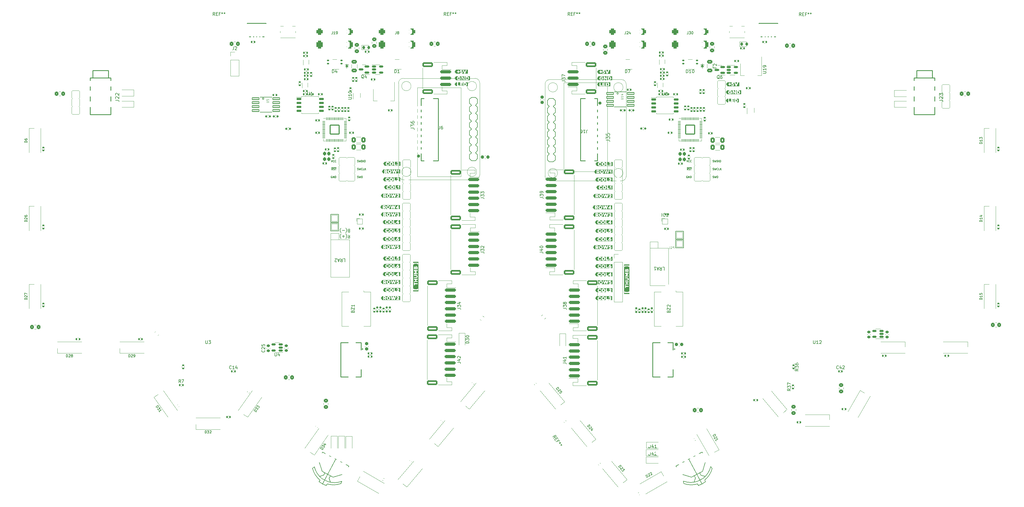
<source format=gbr>
%TF.GenerationSoftware,KiCad,Pcbnew,(6.99.0-4085-g6c752680d7)*%
%TF.CreationDate,2022-11-10T11:06:54+08:00*%
%TF.ProjectId,Rev2.4,52657632-2e34-42e6-9b69-6361645f7063,rev?*%
%TF.SameCoordinates,Original*%
%TF.FileFunction,Legend,Top*%
%TF.FilePolarity,Positive*%
%FSLAX46Y46*%
G04 Gerber Fmt 4.6, Leading zero omitted, Abs format (unit mm)*
G04 Created by KiCad (PCBNEW (6.99.0-4085-g6c752680d7)) date 2022-11-10 11:06:54*
%MOMM*%
%LPD*%
G01*
G04 APERTURE LIST*
G04 Aperture macros list*
%AMRoundRect*
0 Rectangle with rounded corners*
0 $1 Rounding radius*
0 $2 $3 $4 $5 $6 $7 $8 $9 X,Y pos of 4 corners*
0 Add a 4 corners polygon primitive as box body*
4,1,4,$2,$3,$4,$5,$6,$7,$8,$9,$2,$3,0*
0 Add four circle primitives for the rounded corners*
1,1,$1+$1,$2,$3*
1,1,$1+$1,$4,$5*
1,1,$1+$1,$6,$7*
1,1,$1+$1,$8,$9*
0 Add four rect primitives between the rounded corners*
20,1,$1+$1,$2,$3,$4,$5,0*
20,1,$1+$1,$4,$5,$6,$7,0*
20,1,$1+$1,$6,$7,$8,$9,0*
20,1,$1+$1,$8,$9,$2,$3,0*%
%AMRotRect*
0 Rectangle, with rotation*
0 The origin of the aperture is its center*
0 $1 length*
0 $2 width*
0 $3 Rotation angle, in degrees counterclockwise*
0 Add horizontal line*
21,1,$1,$2,0,0,$3*%
G04 Aperture macros list end*
%ADD10C,0.152000*%
%ADD11C,0.150000*%
%ADD12C,0.152400*%
%ADD13C,0.119969*%
%ADD14C,0.120000*%
%ADD15C,0.254000*%
%ADD16C,0.203200*%
%ADD17C,0.500000*%
%ADD18C,0.100000*%
%ADD19C,0.200000*%
%ADD20RoundRect,0.140000X-0.140000X-0.170000X0.140000X-0.170000X0.140000X0.170000X-0.140000X0.170000X0*%
%ADD21C,1.700000*%
%ADD22C,1.600000*%
%ADD23R,2.400000X1.500000*%
%ADD24RotRect,1.700000X1.000000X50.000000*%
%ADD25C,0.800000*%
%ADD26C,6.400000*%
%ADD27RoundRect,0.140000X0.206244X0.077224X-0.036244X0.217224X-0.206244X-0.077224X0.036244X-0.217224X0*%
%ADD28RoundRect,0.250000X0.250000X-0.325000X0.250000X0.325000X-0.250000X0.325000X-0.250000X-0.325000X0*%
%ADD29RoundRect,0.250000X0.450000X-0.325000X0.450000X0.325000X-0.450000X0.325000X-0.450000X-0.325000X0*%
%ADD30RoundRect,0.140000X-0.040237X0.216520X-0.220218X0.002028X0.040237X-0.216520X0.220218X-0.002028X0*%
%ADD31RoundRect,0.160000X-0.160000X0.197500X-0.160000X-0.197500X0.160000X-0.197500X0.160000X0.197500X0*%
%ADD32RoundRect,0.140000X-0.170000X0.140000X-0.170000X-0.140000X0.170000X-0.140000X0.170000X0.140000X0*%
%ADD33RoundRect,0.135000X-0.185000X0.135000X-0.185000X-0.135000X0.185000X-0.135000X0.185000X0.135000X0*%
%ADD34R,0.800000X4.000000*%
%ADD35R,0.400000X1.600000*%
%ADD36RoundRect,0.135000X0.185000X-0.135000X0.185000X0.135000X-0.185000X0.135000X-0.185000X-0.135000X0*%
%ADD37C,0.265000*%
%ADD38RoundRect,0.250000X-0.400000X-0.625000X0.400000X-0.625000X0.400000X0.625000X-0.400000X0.625000X0*%
%ADD39RoundRect,0.250000X1.500000X-0.250000X1.500000X0.250000X-1.500000X0.250000X-1.500000X-0.250000X0*%
%ADD40RoundRect,0.250001X1.449999X-0.499999X1.449999X0.499999X-1.449999X0.499999X-1.449999X-0.499999X0*%
%ADD41RoundRect,0.135000X-0.135000X-0.185000X0.135000X-0.185000X0.135000X0.185000X-0.135000X0.185000X0*%
%ADD42RoundRect,0.140000X0.170000X-0.140000X0.170000X0.140000X-0.170000X0.140000X-0.170000X-0.140000X0*%
%ADD43RoundRect,0.250000X-0.325000X-0.450000X0.325000X-0.450000X0.325000X0.450000X-0.325000X0.450000X0*%
%ADD44R,1.500000X2.000000*%
%ADD45R,3.800000X2.000000*%
%ADD46R,1.700000X1.000000*%
%ADD47R,1.100000X1.100000*%
%ADD48R,1.200000X1.200000*%
%ADD49C,1.200000*%
%ADD50RoundRect,0.147500X-0.172500X0.147500X-0.172500X-0.147500X0.172500X-0.147500X0.172500X0.147500X0*%
%ADD51R,1.700000X1.700000*%
%ADD52O,1.700000X1.700000*%
%ADD53RoundRect,0.140000X0.140000X0.170000X-0.140000X0.170000X-0.140000X-0.170000X0.140000X-0.170000X0*%
%ADD54RotRect,1.700000X1.000000X240.000000*%
%ADD55RotRect,1.700000X1.000000X130.000000*%
%ADD56R,0.340000X0.700000*%
%ADD57RoundRect,0.135000X0.135000X0.185000X-0.135000X0.185000X-0.135000X-0.185000X0.135000X-0.185000X0*%
%ADD58RoundRect,0.160000X0.197500X0.160000X-0.197500X0.160000X-0.197500X-0.160000X0.197500X-0.160000X0*%
%ADD59RoundRect,0.140000X-0.036244X-0.217224X0.206244X-0.077224X0.036244X0.217224X-0.206244X0.077224X0*%
%ADD60RoundRect,0.150000X-0.512500X-0.150000X0.512500X-0.150000X0.512500X0.150000X-0.512500X0.150000X0*%
%ADD61O,3.454400X1.778000*%
%ADD62C,1.400000*%
%ADD63RoundRect,0.250000X0.325000X0.450000X-0.325000X0.450000X-0.325000X-0.450000X0.325000X-0.450000X0*%
%ADD64RoundRect,0.050800X-1.000000X-1.000000X1.000000X-1.000000X1.000000X1.000000X-1.000000X1.000000X0*%
%ADD65RoundRect,0.140000X0.058955X-0.212189X0.219557X0.017173X-0.058955X0.212189X-0.219557X-0.017173X0*%
%ADD66R,1.524000X1.524000*%
%ADD67O,1.524000X1.524000*%
%ADD68RoundRect,0.250000X-0.538219X-0.135814X-0.040290X-0.553626X0.538219X0.135814X0.040290X0.553626X0*%
%ADD69R,5.000000X0.900000*%
%ADD70R,2.500000X1.500000*%
%ADD71O,1.778000X3.454400*%
%ADD72RoundRect,0.250000X-0.625000X0.375000X-0.625000X-0.375000X0.625000X-0.375000X0.625000X0.375000X0*%
%ADD73RoundRect,0.225000X0.250000X-0.225000X0.250000X0.225000X-0.250000X0.225000X-0.250000X-0.225000X0*%
%ADD74RoundRect,0.250000X-0.450000X0.325000X-0.450000X-0.325000X0.450000X-0.325000X0.450000X0.325000X0*%
%ADD75RoundRect,0.150000X-0.650000X-0.150000X0.650000X-0.150000X0.650000X0.150000X-0.650000X0.150000X0*%
%ADD76R,1.000000X1.700000*%
%ADD77C,0.750000*%
%ADD78R,1.550000X1.000000*%
%ADD79R,0.400000X1.500000*%
%ADD80C,0.650000*%
%ADD81R,0.570000X2.450000*%
%ADD82R,0.300000X2.450000*%
%ADD83RoundRect,0.525000X0.525000X0.725000X-0.525000X0.725000X-0.525000X-0.725000X0.525000X-0.725000X0*%
%ADD84RoundRect,0.500000X0.550000X0.500000X-0.550000X0.500000X-0.550000X-0.500000X0.550000X-0.500000X0*%
%ADD85O,1.000000X2.100000*%
%ADD86O,1.000000X1.600000*%
%ADD87R,2.100000X2.600000*%
%ADD88R,2.200000X2.600000*%
%ADD89C,1.000000*%
%ADD90R,0.700000X1.000000*%
%ADD91R,0.700000X0.600000*%
%ADD92RoundRect,0.250000X-1.500000X0.250000X-1.500000X-0.250000X1.500000X-0.250000X1.500000X0.250000X0*%
%ADD93RoundRect,0.250001X-1.449999X0.499999X-1.449999X-0.499999X1.449999X-0.499999X1.449999X0.499999X0*%
%ADD94RoundRect,0.140000X0.017173X0.219557X-0.212189X0.058955X-0.017173X-0.219557X0.212189X-0.058955X0*%
%ADD95RoundRect,0.160000X-0.197500X-0.160000X0.197500X-0.160000X0.197500X0.160000X-0.197500X0.160000X0*%
%ADD96RoundRect,0.225000X-0.250000X0.225000X-0.250000X-0.225000X0.250000X-0.225000X0.250000X0.225000X0*%
%ADD97RoundRect,0.237500X-0.300000X-0.237500X0.300000X-0.237500X0.300000X0.237500X-0.300000X0.237500X0*%
%ADD98RoundRect,0.140000X-0.220218X-0.002028X-0.040237X-0.216520X0.220218X0.002028X0.040237X0.216520X0*%
%ADD99R,1.400000X1.300000*%
%ADD100RoundRect,0.150000X0.587500X0.150000X-0.587500X0.150000X-0.587500X-0.150000X0.587500X-0.150000X0*%
%ADD101RotRect,1.700000X1.000000X120.000000*%
%ADD102RoundRect,0.140000X-0.058955X0.212189X-0.219557X-0.017173X0.058955X-0.212189X0.219557X0.017173X0*%
%ADD103RoundRect,0.218750X-0.218750X-0.256250X0.218750X-0.256250X0.218750X0.256250X-0.218750X0.256250X0*%
%ADD104C,2.082800*%
%ADD105R,1.250000X0.280000*%
%ADD106R,2.000000X1.800000*%
%ADD107RoundRect,0.050000X-0.387500X-0.050000X0.387500X-0.050000X0.387500X0.050000X-0.387500X0.050000X0*%
%ADD108RoundRect,0.050000X-0.050000X-0.387500X0.050000X-0.387500X0.050000X0.387500X-0.050000X0.387500X0*%
%ADD109RoundRect,0.144000X-1.456000X-1.456000X1.456000X-1.456000X1.456000X1.456000X-1.456000X1.456000X0*%
%ADD110RoundRect,0.101600X-1.100000X0.300000X-1.100000X-0.300000X1.100000X-0.300000X1.100000X0.300000X0*%
%ADD111RoundRect,0.237500X0.237500X-0.300000X0.237500X0.300000X-0.237500X0.300000X-0.237500X-0.300000X0*%
%ADD112RoundRect,0.150000X0.512500X0.150000X-0.512500X0.150000X-0.512500X-0.150000X0.512500X-0.150000X0*%
%ADD113RotRect,1.700000X1.000000X55.000000*%
%ADD114RoundRect,0.250000X0.088388X-0.548008X0.548008X-0.088388X-0.088388X0.548008X-0.548008X0.088388X0*%
%ADD115C,1.100000*%
%ADD116RotRect,1.300000X1.000000X62.000000*%
%ADD117RotRect,3.000000X0.900000X62.000000*%
%ADD118RotRect,1.300000X0.800000X197.000000*%
%ADD119RotRect,1.300000X0.800000X287.000000*%
%ADD120RotRect,1.700000X1.000000X305.000000*%
%ADD121RoundRect,0.147500X0.172500X-0.147500X0.172500X0.147500X-0.172500X0.147500X-0.172500X-0.147500X0*%
%ADD122RoundRect,0.160000X0.160000X-0.197500X0.160000X0.197500X-0.160000X0.197500X-0.160000X-0.197500X0*%
%ADD123RotRect,1.700000X1.000000X330.000000*%
%ADD124RotRect,1.700000X1.000000X210.000000*%
%ADD125RotRect,1.300000X1.000000X118.000000*%
%ADD126RotRect,3.000000X0.900000X118.000000*%
%ADD127RotRect,1.300000X0.800000X253.000000*%
%ADD128RotRect,1.300000X0.800000X343.000000*%
%ADD129RoundRect,0.250000X-0.088388X0.548008X-0.548008X0.088388X0.088388X-0.548008X0.548008X-0.088388X0*%
%ADD130RoundRect,0.050800X1.000000X-1.000000X1.000000X1.000000X-1.000000X1.000000X-1.000000X-1.000000X0*%
G04 APERTURE END LIST*
D10*
%TO.C,J23*%
X347026914Y-69539287D02*
X347843343Y-69539287D01*
X347843343Y-69539287D02*
X348006628Y-69593716D01*
X348006628Y-69593716D02*
X348115485Y-69702573D01*
X348115485Y-69702573D02*
X348169914Y-69865859D01*
X348169914Y-69865859D02*
X348169914Y-69974716D01*
X347135771Y-69049430D02*
X347081343Y-68995002D01*
X347081343Y-68995002D02*
X347026914Y-68886145D01*
X347026914Y-68886145D02*
X347026914Y-68614002D01*
X347026914Y-68614002D02*
X347081343Y-68505145D01*
X347081343Y-68505145D02*
X347135771Y-68450716D01*
X347135771Y-68450716D02*
X347244628Y-68396287D01*
X347244628Y-68396287D02*
X347353485Y-68396287D01*
X347353485Y-68396287D02*
X347516771Y-68450716D01*
X347516771Y-68450716D02*
X348169914Y-69103859D01*
X348169914Y-69103859D02*
X348169914Y-68396287D01*
X347026914Y-68015288D02*
X347026914Y-67307716D01*
X347026914Y-67307716D02*
X347462343Y-67688716D01*
X347462343Y-67688716D02*
X347462343Y-67525431D01*
X347462343Y-67525431D02*
X347516771Y-67416574D01*
X347516771Y-67416574D02*
X347571200Y-67362145D01*
X347571200Y-67362145D02*
X347680057Y-67307716D01*
X347680057Y-67307716D02*
X347952200Y-67307716D01*
X347952200Y-67307716D02*
X348061057Y-67362145D01*
X348061057Y-67362145D02*
X348115485Y-67416574D01*
X348115485Y-67416574D02*
X348169914Y-67525431D01*
X348169914Y-67525431D02*
X348169914Y-67852002D01*
X348169914Y-67852002D02*
X348115485Y-67960859D01*
X348115485Y-67960859D02*
X348061057Y-68015288D01*
D11*
%TO.C,IC1*%
X258148810Y-106837380D02*
X258148810Y-105837380D01*
X259196428Y-106742142D02*
X259148809Y-106789761D01*
X259148809Y-106789761D02*
X259005952Y-106837380D01*
X259005952Y-106837380D02*
X258910714Y-106837380D01*
X258910714Y-106837380D02*
X258767857Y-106789761D01*
X258767857Y-106789761D02*
X258672619Y-106694523D01*
X258672619Y-106694523D02*
X258625000Y-106599285D01*
X258625000Y-106599285D02*
X258577381Y-106408809D01*
X258577381Y-106408809D02*
X258577381Y-106265952D01*
X258577381Y-106265952D02*
X258625000Y-106075476D01*
X258625000Y-106075476D02*
X258672619Y-105980238D01*
X258672619Y-105980238D02*
X258767857Y-105885000D01*
X258767857Y-105885000D02*
X258910714Y-105837380D01*
X258910714Y-105837380D02*
X259005952Y-105837380D01*
X259005952Y-105837380D02*
X259148809Y-105885000D01*
X259148809Y-105885000D02*
X259196428Y-105932619D01*
X260148809Y-106837380D02*
X259577381Y-106837380D01*
X259863095Y-106837380D02*
X259863095Y-105837380D01*
X259863095Y-105837380D02*
X259767857Y-105980238D01*
X259767857Y-105980238D02*
X259672619Y-106075476D01*
X259672619Y-106075476D02*
X259577381Y-106123095D01*
%TO.C,J37*%
X226157380Y-63279523D02*
X226871666Y-63279523D01*
X226871666Y-63279523D02*
X227014523Y-63327142D01*
X227014523Y-63327142D02*
X227109761Y-63422380D01*
X227109761Y-63422380D02*
X227157380Y-63565237D01*
X227157380Y-63565237D02*
X227157380Y-63660475D01*
X226157380Y-62898570D02*
X226157380Y-62279523D01*
X226157380Y-62279523D02*
X226538333Y-62612856D01*
X226538333Y-62612856D02*
X226538333Y-62469999D01*
X226538333Y-62469999D02*
X226585952Y-62374761D01*
X226585952Y-62374761D02*
X226633571Y-62327142D01*
X226633571Y-62327142D02*
X226728809Y-62279523D01*
X226728809Y-62279523D02*
X226966904Y-62279523D01*
X226966904Y-62279523D02*
X227062142Y-62327142D01*
X227062142Y-62327142D02*
X227109761Y-62374761D01*
X227109761Y-62374761D02*
X227157380Y-62469999D01*
X227157380Y-62469999D02*
X227157380Y-62755713D01*
X227157380Y-62755713D02*
X227109761Y-62850951D01*
X227109761Y-62850951D02*
X227062142Y-62898570D01*
X226157380Y-61946189D02*
X226157380Y-61279523D01*
X226157380Y-61279523D02*
X227157380Y-61708094D01*
%TO.C,R7*%
X104032567Y-160166679D02*
X103699234Y-159690489D01*
X103461139Y-160166679D02*
X103461139Y-159166679D01*
X103461139Y-159166679D02*
X103842091Y-159166679D01*
X103842091Y-159166679D02*
X103937329Y-159214299D01*
X103937329Y-159214299D02*
X103984948Y-159261918D01*
X103984948Y-159261918D02*
X104032567Y-159357156D01*
X104032567Y-159357156D02*
X104032567Y-159500013D01*
X104032567Y-159500013D02*
X103984948Y-159595251D01*
X103984948Y-159595251D02*
X103937329Y-159642870D01*
X103937329Y-159642870D02*
X103842091Y-159690489D01*
X103842091Y-159690489D02*
X103461139Y-159690489D01*
X104365901Y-159166679D02*
X105032567Y-159166679D01*
X105032567Y-159166679D02*
X104603996Y-160166679D01*
%TO.C,U19*%
X290547382Y-60908694D02*
X291356906Y-60908694D01*
X291356906Y-60908694D02*
X291452144Y-60861075D01*
X291452144Y-60861075D02*
X291499763Y-60813456D01*
X291499763Y-60813456D02*
X291547382Y-60718218D01*
X291547382Y-60718218D02*
X291547382Y-60527742D01*
X291547382Y-60527742D02*
X291499763Y-60432504D01*
X291499763Y-60432504D02*
X291452144Y-60384885D01*
X291452144Y-60384885D02*
X291356906Y-60337266D01*
X291356906Y-60337266D02*
X290547382Y-60337266D01*
X291547382Y-59337266D02*
X291547382Y-59908694D01*
X291547382Y-59622980D02*
X290547382Y-59622980D01*
X290547382Y-59622980D02*
X290690240Y-59718218D01*
X290690240Y-59718218D02*
X290785478Y-59813456D01*
X290785478Y-59813456D02*
X290833097Y-59908694D01*
X291547382Y-58861075D02*
X291547382Y-58670599D01*
X291547382Y-58670599D02*
X291499763Y-58575361D01*
X291499763Y-58575361D02*
X291452144Y-58527742D01*
X291452144Y-58527742D02*
X291309287Y-58432504D01*
X291309287Y-58432504D02*
X291118811Y-58384885D01*
X291118811Y-58384885D02*
X290737859Y-58384885D01*
X290737859Y-58384885D02*
X290642621Y-58432504D01*
X290642621Y-58432504D02*
X290595002Y-58480123D01*
X290595002Y-58480123D02*
X290547382Y-58575361D01*
X290547382Y-58575361D02*
X290547382Y-58765837D01*
X290547382Y-58765837D02*
X290595002Y-58861075D01*
X290595002Y-58861075D02*
X290642621Y-58908694D01*
X290642621Y-58908694D02*
X290737859Y-58956313D01*
X290737859Y-58956313D02*
X290975954Y-58956313D01*
X290975954Y-58956313D02*
X291071192Y-58908694D01*
X291071192Y-58908694D02*
X291118811Y-58861075D01*
X291118811Y-58861075D02*
X291166430Y-58765837D01*
X291166430Y-58765837D02*
X291166430Y-58575361D01*
X291166430Y-58575361D02*
X291118811Y-58480123D01*
X291118811Y-58480123D02*
X291071192Y-58432504D01*
X291071192Y-58432504D02*
X290975954Y-58384885D01*
%TO.C,U12*%
X306691905Y-146662380D02*
X306691905Y-147471904D01*
X306691905Y-147471904D02*
X306739524Y-147567142D01*
X306739524Y-147567142D02*
X306787143Y-147614761D01*
X306787143Y-147614761D02*
X306882381Y-147662380D01*
X306882381Y-147662380D02*
X307072857Y-147662380D01*
X307072857Y-147662380D02*
X307168095Y-147614761D01*
X307168095Y-147614761D02*
X307215714Y-147567142D01*
X307215714Y-147567142D02*
X307263333Y-147471904D01*
X307263333Y-147471904D02*
X307263333Y-146662380D01*
X308263333Y-147662380D02*
X307691905Y-147662380D01*
X307977619Y-147662380D02*
X307977619Y-146662380D01*
X307977619Y-146662380D02*
X307882381Y-146805238D01*
X307882381Y-146805238D02*
X307787143Y-146900476D01*
X307787143Y-146900476D02*
X307691905Y-146948095D01*
X308644286Y-146757619D02*
X308691905Y-146710000D01*
X308691905Y-146710000D02*
X308787143Y-146662380D01*
X308787143Y-146662380D02*
X309025238Y-146662380D01*
X309025238Y-146662380D02*
X309120476Y-146710000D01*
X309120476Y-146710000D02*
X309168095Y-146757619D01*
X309168095Y-146757619D02*
X309215714Y-146852857D01*
X309215714Y-146852857D02*
X309215714Y-146948095D01*
X309215714Y-146948095D02*
X309168095Y-147090952D01*
X309168095Y-147090952D02*
X308596667Y-147662380D01*
X308596667Y-147662380D02*
X309215714Y-147662380D01*
%TO.C,J2*%
X120996669Y-52419380D02*
X120996669Y-53133666D01*
X120996669Y-53133666D02*
X120949050Y-53276523D01*
X120949050Y-53276523D02*
X120853812Y-53371761D01*
X120853812Y-53371761D02*
X120710955Y-53419380D01*
X120710955Y-53419380D02*
X120615717Y-53419380D01*
X121425241Y-52514619D02*
X121472860Y-52467000D01*
X121472860Y-52467000D02*
X121568098Y-52419380D01*
X121568098Y-52419380D02*
X121806193Y-52419380D01*
X121806193Y-52419380D02*
X121901431Y-52467000D01*
X121901431Y-52467000D02*
X121949050Y-52514619D01*
X121949050Y-52514619D02*
X121996669Y-52609857D01*
X121996669Y-52609857D02*
X121996669Y-52705095D01*
X121996669Y-52705095D02*
X121949050Y-52847952D01*
X121949050Y-52847952D02*
X121377622Y-53419380D01*
X121377622Y-53419380D02*
X121996669Y-53419380D01*
D10*
%TO.C,J22*%
X83126922Y-69539286D02*
X83943351Y-69539286D01*
X83943351Y-69539286D02*
X84106636Y-69593715D01*
X84106636Y-69593715D02*
X84215493Y-69702572D01*
X84215493Y-69702572D02*
X84269922Y-69865858D01*
X84269922Y-69865858D02*
X84269922Y-69974715D01*
X83235779Y-69049429D02*
X83181351Y-68995001D01*
X83181351Y-68995001D02*
X83126922Y-68886144D01*
X83126922Y-68886144D02*
X83126922Y-68614001D01*
X83126922Y-68614001D02*
X83181351Y-68505144D01*
X83181351Y-68505144D02*
X83235779Y-68450715D01*
X83235779Y-68450715D02*
X83344636Y-68396286D01*
X83344636Y-68396286D02*
X83453493Y-68396286D01*
X83453493Y-68396286D02*
X83616779Y-68450715D01*
X83616779Y-68450715D02*
X84269922Y-69103858D01*
X84269922Y-69103858D02*
X84269922Y-68396286D01*
X83235779Y-67960858D02*
X83181351Y-67906430D01*
X83181351Y-67906430D02*
X83126922Y-67797573D01*
X83126922Y-67797573D02*
X83126922Y-67525430D01*
X83126922Y-67525430D02*
X83181351Y-67416573D01*
X83181351Y-67416573D02*
X83235779Y-67362144D01*
X83235779Y-67362144D02*
X83344636Y-67307715D01*
X83344636Y-67307715D02*
X83453493Y-67307715D01*
X83453493Y-67307715D02*
X83616779Y-67362144D01*
X83616779Y-67362144D02*
X84269922Y-68015287D01*
X84269922Y-68015287D02*
X84269922Y-67307715D01*
D12*
%TO.C,D23*%
X244297211Y-187118281D02*
X244919852Y-186595823D01*
X244919852Y-186595823D02*
X245044247Y-186744071D01*
X245044247Y-186744071D02*
X245089234Y-186857898D01*
X245089234Y-186857898D02*
X245079693Y-186966955D01*
X245079693Y-186966955D02*
X245045273Y-187046363D01*
X245045273Y-187046363D02*
X244951553Y-187175528D01*
X244951553Y-187175528D02*
X244862605Y-187250165D01*
X244862605Y-187250165D02*
X244719127Y-187320031D01*
X244719127Y-187320031D02*
X244634949Y-187340140D01*
X244634949Y-187340140D02*
X244525892Y-187330598D01*
X244525892Y-187330598D02*
X244421606Y-187266529D01*
X244421606Y-187266529D02*
X244297211Y-187118281D01*
X245358132Y-187238572D02*
X245412660Y-187243343D01*
X245412660Y-187243343D02*
X245492068Y-187277763D01*
X245492068Y-187277763D02*
X245616463Y-187426011D01*
X245616463Y-187426011D02*
X245636571Y-187510189D01*
X245636571Y-187510189D02*
X245631800Y-187564717D01*
X245631800Y-187564717D02*
X245597380Y-187644125D01*
X245597380Y-187644125D02*
X245538081Y-187693883D01*
X245538081Y-187693883D02*
X245424253Y-187738870D01*
X245424253Y-187738870D02*
X244769911Y-187681623D01*
X244769911Y-187681623D02*
X245093337Y-188067067D01*
X245890131Y-187752156D02*
X246213557Y-188137600D01*
X246213557Y-188137600D02*
X245802208Y-188129085D01*
X245802208Y-188129085D02*
X245876845Y-188218034D01*
X245876845Y-188218034D02*
X245896953Y-188302212D01*
X245896953Y-188302212D02*
X245892182Y-188356740D01*
X245892182Y-188356740D02*
X245857762Y-188436148D01*
X245857762Y-188436148D02*
X245709514Y-188560542D01*
X245709514Y-188560542D02*
X245625336Y-188580651D01*
X245625336Y-188580651D02*
X245570808Y-188575880D01*
X245570808Y-188575880D02*
X245491400Y-188541460D01*
X245491400Y-188541460D02*
X245342127Y-188363562D01*
X245342127Y-188363562D02*
X245322018Y-188279384D01*
X245322018Y-188279384D02*
X245326789Y-188224856D01*
D11*
%TO.C,D42*%
X253958714Y-183462380D02*
X253958714Y-182462380D01*
X253958714Y-182462380D02*
X254196809Y-182462380D01*
X254196809Y-182462380D02*
X254339666Y-182510000D01*
X254339666Y-182510000D02*
X254434904Y-182605238D01*
X254434904Y-182605238D02*
X254482523Y-182700476D01*
X254482523Y-182700476D02*
X254530142Y-182890952D01*
X254530142Y-182890952D02*
X254530142Y-183033809D01*
X254530142Y-183033809D02*
X254482523Y-183224285D01*
X254482523Y-183224285D02*
X254434904Y-183319523D01*
X254434904Y-183319523D02*
X254339666Y-183414761D01*
X254339666Y-183414761D02*
X254196809Y-183462380D01*
X254196809Y-183462380D02*
X253958714Y-183462380D01*
X255387285Y-182795714D02*
X255387285Y-183462380D01*
X255149190Y-182414761D02*
X254911095Y-183129047D01*
X254911095Y-183129047D02*
X255530142Y-183129047D01*
X255863476Y-182557619D02*
X255911095Y-182510000D01*
X255911095Y-182510000D02*
X256006333Y-182462380D01*
X256006333Y-182462380D02*
X256244428Y-182462380D01*
X256244428Y-182462380D02*
X256339666Y-182510000D01*
X256339666Y-182510000D02*
X256387285Y-182557619D01*
X256387285Y-182557619D02*
X256434904Y-182652857D01*
X256434904Y-182652857D02*
X256434904Y-182748095D01*
X256434904Y-182748095D02*
X256387285Y-182890952D01*
X256387285Y-182890952D02*
X255815857Y-183462380D01*
X255815857Y-183462380D02*
X256434904Y-183462380D01*
%TO.C,J41*%
X226527380Y-153809523D02*
X227241666Y-153809523D01*
X227241666Y-153809523D02*
X227384523Y-153857142D01*
X227384523Y-153857142D02*
X227479761Y-153952380D01*
X227479761Y-153952380D02*
X227527380Y-154095237D01*
X227527380Y-154095237D02*
X227527380Y-154190475D01*
X226860714Y-152904761D02*
X227527380Y-152904761D01*
X226479761Y-153142856D02*
X227194047Y-153380951D01*
X227194047Y-153380951D02*
X227194047Y-152761904D01*
X227527380Y-151857142D02*
X227527380Y-152428570D01*
X227527380Y-152142856D02*
X226527380Y-152142856D01*
X226527380Y-152142856D02*
X226670238Y-152238094D01*
X226670238Y-152238094D02*
X226765476Y-152333332D01*
X226765476Y-152333332D02*
X226813095Y-152428570D01*
D13*
%TO.C,TP3*%
X262884983Y-112391702D02*
X263280887Y-112391702D01*
X263082935Y-113084533D02*
X263082935Y-112391702D01*
X263511830Y-113084533D02*
X263511830Y-112391702D01*
X263511830Y-112391702D02*
X263775766Y-112391702D01*
X263775766Y-112391702D02*
X263841750Y-112424694D01*
X263841750Y-112424694D02*
X263874742Y-112457685D01*
X263874742Y-112457685D02*
X263907734Y-112523669D01*
X263907734Y-112523669D02*
X263907734Y-112622645D01*
X263907734Y-112622645D02*
X263874742Y-112688629D01*
X263874742Y-112688629D02*
X263841750Y-112721621D01*
X263841750Y-112721621D02*
X263775766Y-112754613D01*
X263775766Y-112754613D02*
X263511830Y-112754613D01*
X264138677Y-112391702D02*
X264567573Y-112391702D01*
X264567573Y-112391702D02*
X264336629Y-112655637D01*
X264336629Y-112655637D02*
X264435605Y-112655637D01*
X264435605Y-112655637D02*
X264501589Y-112688629D01*
X264501589Y-112688629D02*
X264534581Y-112721621D01*
X264534581Y-112721621D02*
X264567573Y-112787605D01*
X264567573Y-112787605D02*
X264567573Y-112952565D01*
X264567573Y-112952565D02*
X264534581Y-113018549D01*
X264534581Y-113018549D02*
X264501589Y-113051541D01*
X264501589Y-113051541D02*
X264435605Y-113084533D01*
X264435605Y-113084533D02*
X264237653Y-113084533D01*
X264237653Y-113084533D02*
X264171669Y-113051541D01*
X264171669Y-113051541D02*
X264138677Y-113018549D01*
D11*
%TO.C,J17*%
X160609788Y-94430057D02*
X160695503Y-94458628D01*
X160695503Y-94458628D02*
X160838360Y-94458628D01*
X160838360Y-94458628D02*
X160895503Y-94430057D01*
X160895503Y-94430057D02*
X160924074Y-94401485D01*
X160924074Y-94401485D02*
X160952645Y-94344342D01*
X160952645Y-94344342D02*
X160952645Y-94287200D01*
X160952645Y-94287200D02*
X160924074Y-94230057D01*
X160924074Y-94230057D02*
X160895503Y-94201485D01*
X160895503Y-94201485D02*
X160838360Y-94172914D01*
X160838360Y-94172914D02*
X160724074Y-94144342D01*
X160724074Y-94144342D02*
X160666931Y-94115771D01*
X160666931Y-94115771D02*
X160638360Y-94087200D01*
X160638360Y-94087200D02*
X160609788Y-94030057D01*
X160609788Y-94030057D02*
X160609788Y-93972914D01*
X160609788Y-93972914D02*
X160638360Y-93915771D01*
X160638360Y-93915771D02*
X160666931Y-93887200D01*
X160666931Y-93887200D02*
X160724074Y-93858628D01*
X160724074Y-93858628D02*
X160866931Y-93858628D01*
X160866931Y-93858628D02*
X160952645Y-93887200D01*
X161152646Y-93858628D02*
X161295503Y-94458628D01*
X161295503Y-94458628D02*
X161409789Y-94030057D01*
X161409789Y-94030057D02*
X161524074Y-94458628D01*
X161524074Y-94458628D02*
X161666932Y-93858628D01*
X162009788Y-93858628D02*
X162124074Y-93858628D01*
X162124074Y-93858628D02*
X162181217Y-93887200D01*
X162181217Y-93887200D02*
X162238360Y-93944342D01*
X162238360Y-93944342D02*
X162266931Y-94058628D01*
X162266931Y-94058628D02*
X162266931Y-94258628D01*
X162266931Y-94258628D02*
X162238360Y-94372914D01*
X162238360Y-94372914D02*
X162181217Y-94430057D01*
X162181217Y-94430057D02*
X162124074Y-94458628D01*
X162124074Y-94458628D02*
X162009788Y-94458628D01*
X162009788Y-94458628D02*
X161952646Y-94430057D01*
X161952646Y-94430057D02*
X161895503Y-94372914D01*
X161895503Y-94372914D02*
X161866931Y-94258628D01*
X161866931Y-94258628D02*
X161866931Y-94058628D01*
X161866931Y-94058628D02*
X161895503Y-93944342D01*
X161895503Y-93944342D02*
X161952646Y-93887200D01*
X161952646Y-93887200D02*
X162009788Y-93858628D01*
X160609788Y-91890057D02*
X160695503Y-91918628D01*
X160695503Y-91918628D02*
X160838360Y-91918628D01*
X160838360Y-91918628D02*
X160895503Y-91890057D01*
X160895503Y-91890057D02*
X160924074Y-91861485D01*
X160924074Y-91861485D02*
X160952645Y-91804342D01*
X160952645Y-91804342D02*
X160952645Y-91747200D01*
X160952645Y-91747200D02*
X160924074Y-91690057D01*
X160924074Y-91690057D02*
X160895503Y-91661485D01*
X160895503Y-91661485D02*
X160838360Y-91632914D01*
X160838360Y-91632914D02*
X160724074Y-91604342D01*
X160724074Y-91604342D02*
X160666931Y-91575771D01*
X160666931Y-91575771D02*
X160638360Y-91547200D01*
X160638360Y-91547200D02*
X160609788Y-91490057D01*
X160609788Y-91490057D02*
X160609788Y-91432914D01*
X160609788Y-91432914D02*
X160638360Y-91375771D01*
X160638360Y-91375771D02*
X160666931Y-91347200D01*
X160666931Y-91347200D02*
X160724074Y-91318628D01*
X160724074Y-91318628D02*
X160866931Y-91318628D01*
X160866931Y-91318628D02*
X160952645Y-91347200D01*
X161152646Y-91318628D02*
X161295503Y-91918628D01*
X161295503Y-91918628D02*
X161409789Y-91490057D01*
X161409789Y-91490057D02*
X161524074Y-91918628D01*
X161524074Y-91918628D02*
X161666932Y-91318628D01*
X162238360Y-91861485D02*
X162209788Y-91890057D01*
X162209788Y-91890057D02*
X162124074Y-91918628D01*
X162124074Y-91918628D02*
X162066931Y-91918628D01*
X162066931Y-91918628D02*
X161981217Y-91890057D01*
X161981217Y-91890057D02*
X161924074Y-91832914D01*
X161924074Y-91832914D02*
X161895503Y-91775771D01*
X161895503Y-91775771D02*
X161866931Y-91661485D01*
X161866931Y-91661485D02*
X161866931Y-91575771D01*
X161866931Y-91575771D02*
X161895503Y-91461485D01*
X161895503Y-91461485D02*
X161924074Y-91404342D01*
X161924074Y-91404342D02*
X161981217Y-91347200D01*
X161981217Y-91347200D02*
X162066931Y-91318628D01*
X162066931Y-91318628D02*
X162124074Y-91318628D01*
X162124074Y-91318628D02*
X162209788Y-91347200D01*
X162209788Y-91347200D02*
X162238360Y-91375771D01*
X162781217Y-91918628D02*
X162495503Y-91918628D01*
X162495503Y-91918628D02*
X162495503Y-91318628D01*
X162981217Y-91918628D02*
X162981217Y-91318628D01*
X163324074Y-91918628D02*
X163066931Y-91575771D01*
X163324074Y-91318628D02*
X162981217Y-91661485D01*
X152520074Y-93887200D02*
X152462932Y-93858628D01*
X152462932Y-93858628D02*
X152377217Y-93858628D01*
X152377217Y-93858628D02*
X152291503Y-93887200D01*
X152291503Y-93887200D02*
X152234360Y-93944342D01*
X152234360Y-93944342D02*
X152205789Y-94001485D01*
X152205789Y-94001485D02*
X152177217Y-94115771D01*
X152177217Y-94115771D02*
X152177217Y-94201485D01*
X152177217Y-94201485D02*
X152205789Y-94315771D01*
X152205789Y-94315771D02*
X152234360Y-94372914D01*
X152234360Y-94372914D02*
X152291503Y-94430057D01*
X152291503Y-94430057D02*
X152377217Y-94458628D01*
X152377217Y-94458628D02*
X152434360Y-94458628D01*
X152434360Y-94458628D02*
X152520074Y-94430057D01*
X152520074Y-94430057D02*
X152548646Y-94401485D01*
X152548646Y-94401485D02*
X152548646Y-94201485D01*
X152548646Y-94201485D02*
X152434360Y-94201485D01*
X152805789Y-94458628D02*
X152805789Y-93858628D01*
X152805789Y-93858628D02*
X153148646Y-94458628D01*
X153148646Y-94458628D02*
X153148646Y-93858628D01*
X153434360Y-94458628D02*
X153434360Y-93858628D01*
X153434360Y-93858628D02*
X153577217Y-93858628D01*
X153577217Y-93858628D02*
X153662931Y-93887200D01*
X153662931Y-93887200D02*
X153720074Y-93944342D01*
X153720074Y-93944342D02*
X153748645Y-94001485D01*
X153748645Y-94001485D02*
X153777217Y-94115771D01*
X153777217Y-94115771D02*
X153777217Y-94201485D01*
X153777217Y-94201485D02*
X153748645Y-94315771D01*
X153748645Y-94315771D02*
X153720074Y-94372914D01*
X153720074Y-94372914D02*
X153662931Y-94430057D01*
X153662931Y-94430057D02*
X153577217Y-94458628D01*
X153577217Y-94458628D02*
X153434360Y-94458628D01*
X152748645Y-91918628D02*
X152548645Y-91632914D01*
X152405788Y-91918628D02*
X152405788Y-91318628D01*
X152405788Y-91318628D02*
X152634359Y-91318628D01*
X152634359Y-91318628D02*
X152691502Y-91347200D01*
X152691502Y-91347200D02*
X152720073Y-91375771D01*
X152720073Y-91375771D02*
X152748645Y-91432914D01*
X152748645Y-91432914D02*
X152748645Y-91518628D01*
X152748645Y-91518628D02*
X152720073Y-91575771D01*
X152720073Y-91575771D02*
X152691502Y-91604342D01*
X152691502Y-91604342D02*
X152634359Y-91632914D01*
X152634359Y-91632914D02*
X152405788Y-91632914D01*
X152977216Y-91890057D02*
X153062931Y-91918628D01*
X153062931Y-91918628D02*
X153205788Y-91918628D01*
X153205788Y-91918628D02*
X153262931Y-91890057D01*
X153262931Y-91890057D02*
X153291502Y-91861485D01*
X153291502Y-91861485D02*
X153320073Y-91804342D01*
X153320073Y-91804342D02*
X153320073Y-91747200D01*
X153320073Y-91747200D02*
X153291502Y-91690057D01*
X153291502Y-91690057D02*
X153262931Y-91661485D01*
X153262931Y-91661485D02*
X153205788Y-91632914D01*
X153205788Y-91632914D02*
X153091502Y-91604342D01*
X153091502Y-91604342D02*
X153034359Y-91575771D01*
X153034359Y-91575771D02*
X153005788Y-91547200D01*
X153005788Y-91547200D02*
X152977216Y-91490057D01*
X152977216Y-91490057D02*
X152977216Y-91432914D01*
X152977216Y-91432914D02*
X153005788Y-91375771D01*
X153005788Y-91375771D02*
X153034359Y-91347200D01*
X153034359Y-91347200D02*
X153091502Y-91318628D01*
X153091502Y-91318628D02*
X153234359Y-91318628D01*
X153234359Y-91318628D02*
X153320073Y-91347200D01*
X153491502Y-91318628D02*
X153834360Y-91318628D01*
X153662931Y-91918628D02*
X153662931Y-91318628D01*
X152322931Y-91149200D02*
X153831503Y-91149200D01*
X160609788Y-89350057D02*
X160695503Y-89378628D01*
X160695503Y-89378628D02*
X160838360Y-89378628D01*
X160838360Y-89378628D02*
X160895503Y-89350057D01*
X160895503Y-89350057D02*
X160924074Y-89321485D01*
X160924074Y-89321485D02*
X160952645Y-89264342D01*
X160952645Y-89264342D02*
X160952645Y-89207200D01*
X160952645Y-89207200D02*
X160924074Y-89150057D01*
X160924074Y-89150057D02*
X160895503Y-89121485D01*
X160895503Y-89121485D02*
X160838360Y-89092914D01*
X160838360Y-89092914D02*
X160724074Y-89064342D01*
X160724074Y-89064342D02*
X160666931Y-89035771D01*
X160666931Y-89035771D02*
X160638360Y-89007200D01*
X160638360Y-89007200D02*
X160609788Y-88950057D01*
X160609788Y-88950057D02*
X160609788Y-88892914D01*
X160609788Y-88892914D02*
X160638360Y-88835771D01*
X160638360Y-88835771D02*
X160666931Y-88807200D01*
X160666931Y-88807200D02*
X160724074Y-88778628D01*
X160724074Y-88778628D02*
X160866931Y-88778628D01*
X160866931Y-88778628D02*
X160952645Y-88807200D01*
X161152646Y-88778628D02*
X161295503Y-89378628D01*
X161295503Y-89378628D02*
X161409789Y-88950057D01*
X161409789Y-88950057D02*
X161524074Y-89378628D01*
X161524074Y-89378628D02*
X161666932Y-88778628D01*
X161895503Y-89378628D02*
X161895503Y-88778628D01*
X161895503Y-88778628D02*
X162038360Y-88778628D01*
X162038360Y-88778628D02*
X162124074Y-88807200D01*
X162124074Y-88807200D02*
X162181217Y-88864342D01*
X162181217Y-88864342D02*
X162209788Y-88921485D01*
X162209788Y-88921485D02*
X162238360Y-89035771D01*
X162238360Y-89035771D02*
X162238360Y-89121485D01*
X162238360Y-89121485D02*
X162209788Y-89235771D01*
X162209788Y-89235771D02*
X162181217Y-89292914D01*
X162181217Y-89292914D02*
X162124074Y-89350057D01*
X162124074Y-89350057D02*
X162038360Y-89378628D01*
X162038360Y-89378628D02*
X161895503Y-89378628D01*
X162495503Y-89378628D02*
X162495503Y-88778628D01*
X162895502Y-88778628D02*
X163009788Y-88778628D01*
X163009788Y-88778628D02*
X163066931Y-88807200D01*
X163066931Y-88807200D02*
X163124074Y-88864342D01*
X163124074Y-88864342D02*
X163152645Y-88978628D01*
X163152645Y-88978628D02*
X163152645Y-89178628D01*
X163152645Y-89178628D02*
X163124074Y-89292914D01*
X163124074Y-89292914D02*
X163066931Y-89350057D01*
X163066931Y-89350057D02*
X163009788Y-89378628D01*
X163009788Y-89378628D02*
X162895502Y-89378628D01*
X162895502Y-89378628D02*
X162838360Y-89350057D01*
X162838360Y-89350057D02*
X162781217Y-89292914D01*
X162781217Y-89292914D02*
X162752645Y-89178628D01*
X162752645Y-89178628D02*
X162752645Y-88978628D01*
X162752645Y-88978628D02*
X162781217Y-88864342D01*
X162781217Y-88864342D02*
X162838360Y-88807200D01*
X162838360Y-88807200D02*
X162895502Y-88778628D01*
X152234359Y-88778628D02*
X152434359Y-89378628D01*
X152434359Y-89378628D02*
X152634359Y-88778628D01*
X153177217Y-89321485D02*
X153148645Y-89350057D01*
X153148645Y-89350057D02*
X153062931Y-89378628D01*
X153062931Y-89378628D02*
X153005788Y-89378628D01*
X153005788Y-89378628D02*
X152920074Y-89350057D01*
X152920074Y-89350057D02*
X152862931Y-89292914D01*
X152862931Y-89292914D02*
X152834360Y-89235771D01*
X152834360Y-89235771D02*
X152805788Y-89121485D01*
X152805788Y-89121485D02*
X152805788Y-89035771D01*
X152805788Y-89035771D02*
X152834360Y-88921485D01*
X152834360Y-88921485D02*
X152862931Y-88864342D01*
X152862931Y-88864342D02*
X152920074Y-88807200D01*
X152920074Y-88807200D02*
X153005788Y-88778628D01*
X153005788Y-88778628D02*
X153062931Y-88778628D01*
X153062931Y-88778628D02*
X153148645Y-88807200D01*
X153148645Y-88807200D02*
X153177217Y-88835771D01*
X153777217Y-89321485D02*
X153748645Y-89350057D01*
X153748645Y-89350057D02*
X153662931Y-89378628D01*
X153662931Y-89378628D02*
X153605788Y-89378628D01*
X153605788Y-89378628D02*
X153520074Y-89350057D01*
X153520074Y-89350057D02*
X153462931Y-89292914D01*
X153462931Y-89292914D02*
X153434360Y-89235771D01*
X153434360Y-89235771D02*
X153405788Y-89121485D01*
X153405788Y-89121485D02*
X153405788Y-89035771D01*
X153405788Y-89035771D02*
X153434360Y-88921485D01*
X153434360Y-88921485D02*
X153462931Y-88864342D01*
X153462931Y-88864342D02*
X153520074Y-88807200D01*
X153520074Y-88807200D02*
X153605788Y-88778628D01*
X153605788Y-88778628D02*
X153662931Y-88778628D01*
X153662931Y-88778628D02*
X153748645Y-88807200D01*
X153748645Y-88807200D02*
X153777217Y-88835771D01*
D10*
%TO.C,J35*%
X240291916Y-82391036D02*
X241108345Y-82391036D01*
X241108345Y-82391036D02*
X241271630Y-82445465D01*
X241271630Y-82445465D02*
X241380487Y-82554322D01*
X241380487Y-82554322D02*
X241434916Y-82717608D01*
X241434916Y-82717608D02*
X241434916Y-82826465D01*
X240291916Y-81955608D02*
X240291916Y-81248036D01*
X240291916Y-81248036D02*
X240727345Y-81629036D01*
X240727345Y-81629036D02*
X240727345Y-81465751D01*
X240727345Y-81465751D02*
X240781773Y-81356894D01*
X240781773Y-81356894D02*
X240836202Y-81302465D01*
X240836202Y-81302465D02*
X240945059Y-81248036D01*
X240945059Y-81248036D02*
X241217202Y-81248036D01*
X241217202Y-81248036D02*
X241326059Y-81302465D01*
X241326059Y-81302465D02*
X241380487Y-81356894D01*
X241380487Y-81356894D02*
X241434916Y-81465751D01*
X241434916Y-81465751D02*
X241434916Y-81792322D01*
X241434916Y-81792322D02*
X241380487Y-81901179D01*
X241380487Y-81901179D02*
X241326059Y-81955608D01*
X240291916Y-80213894D02*
X240291916Y-80758180D01*
X240291916Y-80758180D02*
X240836202Y-80812608D01*
X240836202Y-80812608D02*
X240781773Y-80758180D01*
X240781773Y-80758180D02*
X240727345Y-80649323D01*
X240727345Y-80649323D02*
X240727345Y-80377180D01*
X240727345Y-80377180D02*
X240781773Y-80268323D01*
X240781773Y-80268323D02*
X240836202Y-80213894D01*
X240836202Y-80213894D02*
X240945059Y-80159465D01*
X240945059Y-80159465D02*
X241217202Y-80159465D01*
X241217202Y-80159465D02*
X241326059Y-80213894D01*
X241326059Y-80213894D02*
X241380487Y-80268323D01*
X241380487Y-80268323D02*
X241434916Y-80377180D01*
X241434916Y-80377180D02*
X241434916Y-80649323D01*
X241434916Y-80649323D02*
X241380487Y-80758180D01*
X241380487Y-80758180D02*
X241326059Y-80812608D01*
D13*
%TO.C,J25*%
X260711711Y-116502902D02*
X260711711Y-116997781D01*
X260711711Y-116997781D02*
X260678719Y-117096757D01*
X260678719Y-117096757D02*
X260612735Y-117162741D01*
X260612735Y-117162741D02*
X260513759Y-117195733D01*
X260513759Y-117195733D02*
X260447775Y-117195733D01*
X261008638Y-116568885D02*
X261041630Y-116535894D01*
X261041630Y-116535894D02*
X261107614Y-116502902D01*
X261107614Y-116502902D02*
X261272574Y-116502902D01*
X261272574Y-116502902D02*
X261338558Y-116535894D01*
X261338558Y-116535894D02*
X261371550Y-116568885D01*
X261371550Y-116568885D02*
X261404542Y-116634869D01*
X261404542Y-116634869D02*
X261404542Y-116700853D01*
X261404542Y-116700853D02*
X261371550Y-116799829D01*
X261371550Y-116799829D02*
X260975646Y-117195733D01*
X260975646Y-117195733D02*
X261404542Y-117195733D01*
X262031389Y-116502902D02*
X261701469Y-116502902D01*
X261701469Y-116502902D02*
X261668477Y-116832821D01*
X261668477Y-116832821D02*
X261701469Y-116799829D01*
X261701469Y-116799829D02*
X261767453Y-116766837D01*
X261767453Y-116766837D02*
X261932413Y-116766837D01*
X261932413Y-116766837D02*
X261998397Y-116799829D01*
X261998397Y-116799829D02*
X262031389Y-116832821D01*
X262031389Y-116832821D02*
X262064381Y-116898805D01*
X262064381Y-116898805D02*
X262064381Y-117063765D01*
X262064381Y-117063765D02*
X262031389Y-117129749D01*
X262031389Y-117129749D02*
X261998397Y-117162741D01*
X261998397Y-117162741D02*
X261932413Y-117195733D01*
X261932413Y-117195733D02*
X261767453Y-117195733D01*
X261767453Y-117195733D02*
X261701469Y-117162741D01*
X261701469Y-117162741D02*
X261668477Y-117129749D01*
D11*
%TO.C,C25*%
X130892144Y-149767858D02*
X130939763Y-149815477D01*
X130939763Y-149815477D02*
X130987382Y-149958334D01*
X130987382Y-149958334D02*
X130987382Y-150053572D01*
X130987382Y-150053572D02*
X130939763Y-150196429D01*
X130939763Y-150196429D02*
X130844525Y-150291667D01*
X130844525Y-150291667D02*
X130749287Y-150339286D01*
X130749287Y-150339286D02*
X130558811Y-150386905D01*
X130558811Y-150386905D02*
X130415954Y-150386905D01*
X130415954Y-150386905D02*
X130225478Y-150339286D01*
X130225478Y-150339286D02*
X130130240Y-150291667D01*
X130130240Y-150291667D02*
X130035002Y-150196429D01*
X130035002Y-150196429D02*
X129987382Y-150053572D01*
X129987382Y-150053572D02*
X129987382Y-149958334D01*
X129987382Y-149958334D02*
X130035002Y-149815477D01*
X130035002Y-149815477D02*
X130082621Y-149767858D01*
X130082621Y-149386905D02*
X130035002Y-149339286D01*
X130035002Y-149339286D02*
X129987382Y-149244048D01*
X129987382Y-149244048D02*
X129987382Y-149005953D01*
X129987382Y-149005953D02*
X130035002Y-148910715D01*
X130035002Y-148910715D02*
X130082621Y-148863096D01*
X130082621Y-148863096D02*
X130177859Y-148815477D01*
X130177859Y-148815477D02*
X130273097Y-148815477D01*
X130273097Y-148815477D02*
X130415954Y-148863096D01*
X130415954Y-148863096D02*
X130987382Y-149434524D01*
X130987382Y-149434524D02*
X130987382Y-148815477D01*
X129987382Y-147910715D02*
X129987382Y-148386905D01*
X129987382Y-148386905D02*
X130463573Y-148434524D01*
X130463573Y-148434524D02*
X130415954Y-148386905D01*
X130415954Y-148386905D02*
X130368335Y-148291667D01*
X130368335Y-148291667D02*
X130368335Y-148053572D01*
X130368335Y-148053572D02*
X130415954Y-147958334D01*
X130415954Y-147958334D02*
X130463573Y-147910715D01*
X130463573Y-147910715D02*
X130558811Y-147863096D01*
X130558811Y-147863096D02*
X130796906Y-147863096D01*
X130796906Y-147863096D02*
X130892144Y-147910715D01*
X130892144Y-147910715D02*
X130939763Y-147958334D01*
X130939763Y-147958334D02*
X130987382Y-148053572D01*
X130987382Y-148053572D02*
X130987382Y-148291667D01*
X130987382Y-148291667D02*
X130939763Y-148386905D01*
X130939763Y-148386905D02*
X130892144Y-148434524D01*
%TO.C,U1*%
X144713095Y-66857380D02*
X144713095Y-67666904D01*
X144713095Y-67666904D02*
X144760714Y-67762142D01*
X144760714Y-67762142D02*
X144808333Y-67809761D01*
X144808333Y-67809761D02*
X144903571Y-67857380D01*
X144903571Y-67857380D02*
X145094047Y-67857380D01*
X145094047Y-67857380D02*
X145189285Y-67809761D01*
X145189285Y-67809761D02*
X145236904Y-67762142D01*
X145236904Y-67762142D02*
X145284523Y-67666904D01*
X145284523Y-67666904D02*
X145284523Y-66857380D01*
X146284523Y-67857380D02*
X145713095Y-67857380D01*
X145998809Y-67857380D02*
X145998809Y-66857380D01*
X145998809Y-66857380D02*
X145903571Y-67000238D01*
X145903571Y-67000238D02*
X145808333Y-67095476D01*
X145808333Y-67095476D02*
X145713095Y-67143095D01*
D12*
%TO.C,D14*%
X360747605Y-108456974D02*
X359934805Y-108456974D01*
X359934805Y-108456974D02*
X359934805Y-108263450D01*
X359934805Y-108263450D02*
X359973510Y-108147336D01*
X359973510Y-108147336D02*
X360050919Y-108069926D01*
X360050919Y-108069926D02*
X360128329Y-108031221D01*
X360128329Y-108031221D02*
X360283148Y-107992517D01*
X360283148Y-107992517D02*
X360399262Y-107992517D01*
X360399262Y-107992517D02*
X360554081Y-108031221D01*
X360554081Y-108031221D02*
X360631490Y-108069926D01*
X360631490Y-108069926D02*
X360708900Y-108147336D01*
X360708900Y-108147336D02*
X360747605Y-108263450D01*
X360747605Y-108263450D02*
X360747605Y-108456974D01*
X360747605Y-107218421D02*
X360747605Y-107682878D01*
X360747605Y-107450650D02*
X359934805Y-107450650D01*
X359934805Y-107450650D02*
X360050919Y-107528059D01*
X360050919Y-107528059D02*
X360128329Y-107605469D01*
X360128329Y-107605469D02*
X360167033Y-107682878D01*
X360205738Y-106521736D02*
X360747605Y-106521736D01*
X359896100Y-106715260D02*
X360476671Y-106908783D01*
X360476671Y-106908783D02*
X360476671Y-106405622D01*
%TO.C,J24*%
X246547019Y-47513779D02*
X246547019Y-48094350D01*
X246547019Y-48094350D02*
X246508314Y-48210464D01*
X246508314Y-48210464D02*
X246430905Y-48287874D01*
X246430905Y-48287874D02*
X246314790Y-48326579D01*
X246314790Y-48326579D02*
X246237381Y-48326579D01*
X246895362Y-47591188D02*
X246934066Y-47552484D01*
X246934066Y-47552484D02*
X247011476Y-47513779D01*
X247011476Y-47513779D02*
X247205000Y-47513779D01*
X247205000Y-47513779D02*
X247282409Y-47552484D01*
X247282409Y-47552484D02*
X247321114Y-47591188D01*
X247321114Y-47591188D02*
X247359819Y-47668598D01*
X247359819Y-47668598D02*
X247359819Y-47746007D01*
X247359819Y-47746007D02*
X247321114Y-47862122D01*
X247321114Y-47862122D02*
X246856657Y-48326579D01*
X246856657Y-48326579D02*
X247359819Y-48326579D01*
X248056504Y-47784712D02*
X248056504Y-48326579D01*
X247862980Y-47475074D02*
X247669457Y-48055645D01*
X247669457Y-48055645D02*
X248172618Y-48055645D01*
D11*
%TO.C,BZ1*%
X159143571Y-137300904D02*
X159191190Y-137158047D01*
X159191190Y-137158047D02*
X159238809Y-137110428D01*
X159238809Y-137110428D02*
X159334047Y-137062809D01*
X159334047Y-137062809D02*
X159476904Y-137062809D01*
X159476904Y-137062809D02*
X159572142Y-137110428D01*
X159572142Y-137110428D02*
X159619761Y-137158047D01*
X159619761Y-137158047D02*
X159667380Y-137253285D01*
X159667380Y-137253285D02*
X159667380Y-137634237D01*
X159667380Y-137634237D02*
X158667380Y-137634237D01*
X158667380Y-137634237D02*
X158667380Y-137300904D01*
X158667380Y-137300904D02*
X158715000Y-137205666D01*
X158715000Y-137205666D02*
X158762619Y-137158047D01*
X158762619Y-137158047D02*
X158857857Y-137110428D01*
X158857857Y-137110428D02*
X158953095Y-137110428D01*
X158953095Y-137110428D02*
X159048333Y-137158047D01*
X159048333Y-137158047D02*
X159095952Y-137205666D01*
X159095952Y-137205666D02*
X159143571Y-137300904D01*
X159143571Y-137300904D02*
X159143571Y-137634237D01*
X158667380Y-136729475D02*
X158667380Y-136062809D01*
X158667380Y-136062809D02*
X159667380Y-136729475D01*
X159667380Y-136729475D02*
X159667380Y-136062809D01*
X159667380Y-135158047D02*
X159667380Y-135729475D01*
X159667380Y-135443761D02*
X158667380Y-135443761D01*
X158667380Y-135443761D02*
X158810238Y-135538999D01*
X158810238Y-135538999D02*
X158905476Y-135634237D01*
X158905476Y-135634237D02*
X158953095Y-135729475D01*
%TO.C,J40*%
X219072381Y-118281273D02*
X219786667Y-118281273D01*
X219786667Y-118281273D02*
X219929524Y-118328892D01*
X219929524Y-118328892D02*
X220024762Y-118424130D01*
X220024762Y-118424130D02*
X220072381Y-118566987D01*
X220072381Y-118566987D02*
X220072381Y-118662225D01*
X219405715Y-117376511D02*
X220072381Y-117376511D01*
X219024762Y-117614606D02*
X219739048Y-117852701D01*
X219739048Y-117852701D02*
X219739048Y-117233654D01*
X219072381Y-116662225D02*
X219072381Y-116566987D01*
X219072381Y-116566987D02*
X219120001Y-116471749D01*
X219120001Y-116471749D02*
X219167620Y-116424130D01*
X219167620Y-116424130D02*
X219262858Y-116376511D01*
X219262858Y-116376511D02*
X219453334Y-116328892D01*
X219453334Y-116328892D02*
X219691429Y-116328892D01*
X219691429Y-116328892D02*
X219881905Y-116376511D01*
X219881905Y-116376511D02*
X219977143Y-116424130D01*
X219977143Y-116424130D02*
X220024762Y-116471749D01*
X220024762Y-116471749D02*
X220072381Y-116566987D01*
X220072381Y-116566987D02*
X220072381Y-116662225D01*
X220072381Y-116662225D02*
X220024762Y-116757463D01*
X220024762Y-116757463D02*
X219977143Y-116805082D01*
X219977143Y-116805082D02*
X219881905Y-116852701D01*
X219881905Y-116852701D02*
X219691429Y-116900320D01*
X219691429Y-116900320D02*
X219453334Y-116900320D01*
X219453334Y-116900320D02*
X219262858Y-116852701D01*
X219262858Y-116852701D02*
X219167620Y-116805082D01*
X219167620Y-116805082D02*
X219120001Y-116757463D01*
X219120001Y-116757463D02*
X219072381Y-116662225D01*
D12*
%TO.C,D15*%
X360747605Y-133456974D02*
X359934805Y-133456974D01*
X359934805Y-133456974D02*
X359934805Y-133263450D01*
X359934805Y-133263450D02*
X359973510Y-133147336D01*
X359973510Y-133147336D02*
X360050919Y-133069926D01*
X360050919Y-133069926D02*
X360128329Y-133031221D01*
X360128329Y-133031221D02*
X360283148Y-132992517D01*
X360283148Y-132992517D02*
X360399262Y-132992517D01*
X360399262Y-132992517D02*
X360554081Y-133031221D01*
X360554081Y-133031221D02*
X360631490Y-133069926D01*
X360631490Y-133069926D02*
X360708900Y-133147336D01*
X360708900Y-133147336D02*
X360747605Y-133263450D01*
X360747605Y-133263450D02*
X360747605Y-133456974D01*
X360747605Y-132218421D02*
X360747605Y-132682878D01*
X360747605Y-132450650D02*
X359934805Y-132450650D01*
X359934805Y-132450650D02*
X360050919Y-132528059D01*
X360050919Y-132528059D02*
X360128329Y-132605469D01*
X360128329Y-132605469D02*
X360167033Y-132682878D01*
X359934805Y-131483031D02*
X359934805Y-131870079D01*
X359934805Y-131870079D02*
X360321852Y-131908783D01*
X360321852Y-131908783D02*
X360283148Y-131870079D01*
X360283148Y-131870079D02*
X360244443Y-131792669D01*
X360244443Y-131792669D02*
X360244443Y-131599145D01*
X360244443Y-131599145D02*
X360283148Y-131521736D01*
X360283148Y-131521736D02*
X360321852Y-131483031D01*
X360321852Y-131483031D02*
X360399262Y-131444326D01*
X360399262Y-131444326D02*
X360592786Y-131444326D01*
X360592786Y-131444326D02*
X360670195Y-131483031D01*
X360670195Y-131483031D02*
X360708900Y-131521736D01*
X360708900Y-131521736D02*
X360747605Y-131599145D01*
X360747605Y-131599145D02*
X360747605Y-131792669D01*
X360747605Y-131792669D02*
X360708900Y-131870079D01*
X360708900Y-131870079D02*
X360670195Y-131908783D01*
D11*
%TO.C,REF\u002A\u002A*%
X188966666Y-42367380D02*
X188633333Y-41891190D01*
X188395238Y-42367380D02*
X188395238Y-41367380D01*
X188395238Y-41367380D02*
X188776190Y-41367380D01*
X188776190Y-41367380D02*
X188871428Y-41415000D01*
X188871428Y-41415000D02*
X188919047Y-41462619D01*
X188919047Y-41462619D02*
X188966666Y-41557857D01*
X188966666Y-41557857D02*
X188966666Y-41700714D01*
X188966666Y-41700714D02*
X188919047Y-41795952D01*
X188919047Y-41795952D02*
X188871428Y-41843571D01*
X188871428Y-41843571D02*
X188776190Y-41891190D01*
X188776190Y-41891190D02*
X188395238Y-41891190D01*
X189395238Y-41843571D02*
X189728571Y-41843571D01*
X189871428Y-42367380D02*
X189395238Y-42367380D01*
X189395238Y-42367380D02*
X189395238Y-41367380D01*
X189395238Y-41367380D02*
X189871428Y-41367380D01*
X190633333Y-41843571D02*
X190300000Y-41843571D01*
X190300000Y-42367380D02*
X190300000Y-41367380D01*
X190300000Y-41367380D02*
X190776190Y-41367380D01*
X191300000Y-41367380D02*
X191300000Y-41605476D01*
X191061905Y-41510238D02*
X191300000Y-41605476D01*
X191300000Y-41605476D02*
X191538095Y-41510238D01*
X191157143Y-41795952D02*
X191300000Y-41605476D01*
X191300000Y-41605476D02*
X191442857Y-41795952D01*
X192061905Y-41367380D02*
X192061905Y-41605476D01*
X191823810Y-41510238D02*
X192061905Y-41605476D01*
X192061905Y-41605476D02*
X192300000Y-41510238D01*
X191919048Y-41795952D02*
X192061905Y-41605476D01*
X192061905Y-41605476D02*
X192204762Y-41795952D01*
%TO.C,D10*%
X265970714Y-60775352D02*
X265970714Y-59775352D01*
X265970714Y-59775352D02*
X266208809Y-59775352D01*
X266208809Y-59775352D02*
X266351666Y-59822972D01*
X266351666Y-59822972D02*
X266446904Y-59918210D01*
X266446904Y-59918210D02*
X266494523Y-60013448D01*
X266494523Y-60013448D02*
X266542142Y-60203924D01*
X266542142Y-60203924D02*
X266542142Y-60346781D01*
X266542142Y-60346781D02*
X266494523Y-60537257D01*
X266494523Y-60537257D02*
X266446904Y-60632495D01*
X266446904Y-60632495D02*
X266351666Y-60727733D01*
X266351666Y-60727733D02*
X266208809Y-60775352D01*
X266208809Y-60775352D02*
X265970714Y-60775352D01*
X267494523Y-60775352D02*
X266923095Y-60775352D01*
X267208809Y-60775352D02*
X267208809Y-59775352D01*
X267208809Y-59775352D02*
X267113571Y-59918210D01*
X267113571Y-59918210D02*
X267018333Y-60013448D01*
X267018333Y-60013448D02*
X266923095Y-60061067D01*
X268113571Y-59775352D02*
X268208809Y-59775352D01*
X268208809Y-59775352D02*
X268304047Y-59822972D01*
X268304047Y-59822972D02*
X268351666Y-59870591D01*
X268351666Y-59870591D02*
X268399285Y-59965829D01*
X268399285Y-59965829D02*
X268446904Y-60156305D01*
X268446904Y-60156305D02*
X268446904Y-60394400D01*
X268446904Y-60394400D02*
X268399285Y-60584876D01*
X268399285Y-60584876D02*
X268351666Y-60680114D01*
X268351666Y-60680114D02*
X268304047Y-60727733D01*
X268304047Y-60727733D02*
X268208809Y-60775352D01*
X268208809Y-60775352D02*
X268113571Y-60775352D01*
X268113571Y-60775352D02*
X268018333Y-60727733D01*
X268018333Y-60727733D02*
X267970714Y-60680114D01*
X267970714Y-60680114D02*
X267923095Y-60584876D01*
X267923095Y-60584876D02*
X267875476Y-60394400D01*
X267875476Y-60394400D02*
X267875476Y-60156305D01*
X267875476Y-60156305D02*
X267923095Y-59965829D01*
X267923095Y-59965829D02*
X267970714Y-59870591D01*
X267970714Y-59870591D02*
X268018333Y-59822972D01*
X268018333Y-59822972D02*
X268113571Y-59775352D01*
%TO.C,REF\u002A\u002A*%
X228666666Y-42367380D02*
X228333333Y-41891190D01*
X228095238Y-42367380D02*
X228095238Y-41367380D01*
X228095238Y-41367380D02*
X228476190Y-41367380D01*
X228476190Y-41367380D02*
X228571428Y-41415000D01*
X228571428Y-41415000D02*
X228619047Y-41462619D01*
X228619047Y-41462619D02*
X228666666Y-41557857D01*
X228666666Y-41557857D02*
X228666666Y-41700714D01*
X228666666Y-41700714D02*
X228619047Y-41795952D01*
X228619047Y-41795952D02*
X228571428Y-41843571D01*
X228571428Y-41843571D02*
X228476190Y-41891190D01*
X228476190Y-41891190D02*
X228095238Y-41891190D01*
X229095238Y-41843571D02*
X229428571Y-41843571D01*
X229571428Y-42367380D02*
X229095238Y-42367380D01*
X229095238Y-42367380D02*
X229095238Y-41367380D01*
X229095238Y-41367380D02*
X229571428Y-41367380D01*
X230333333Y-41843571D02*
X230000000Y-41843571D01*
X230000000Y-42367380D02*
X230000000Y-41367380D01*
X230000000Y-41367380D02*
X230476190Y-41367380D01*
X231000000Y-41367380D02*
X231000000Y-41605476D01*
X230761905Y-41510238D02*
X231000000Y-41605476D01*
X231000000Y-41605476D02*
X231238095Y-41510238D01*
X230857143Y-41795952D02*
X231000000Y-41605476D01*
X231000000Y-41605476D02*
X231142857Y-41795952D01*
X231761905Y-41367380D02*
X231761905Y-41605476D01*
X231523810Y-41510238D02*
X231761905Y-41605476D01*
X231761905Y-41605476D02*
X232000000Y-41510238D01*
X231619048Y-41795952D02*
X231761905Y-41605476D01*
X231761905Y-41605476D02*
X231904762Y-41795952D01*
%TO.C,J42*%
X192667380Y-153634523D02*
X193381666Y-153634523D01*
X193381666Y-153634523D02*
X193524523Y-153682142D01*
X193524523Y-153682142D02*
X193619761Y-153777380D01*
X193619761Y-153777380D02*
X193667380Y-153920237D01*
X193667380Y-153920237D02*
X193667380Y-154015475D01*
X193000714Y-152729761D02*
X193667380Y-152729761D01*
X192619761Y-152967856D02*
X193334047Y-153205951D01*
X193334047Y-153205951D02*
X193334047Y-152586904D01*
X192762619Y-152253570D02*
X192715000Y-152205951D01*
X192715000Y-152205951D02*
X192667380Y-152110713D01*
X192667380Y-152110713D02*
X192667380Y-151872618D01*
X192667380Y-151872618D02*
X192715000Y-151777380D01*
X192715000Y-151777380D02*
X192762619Y-151729761D01*
X192762619Y-151729761D02*
X192857857Y-151682142D01*
X192857857Y-151682142D02*
X192953095Y-151682142D01*
X192953095Y-151682142D02*
X193095952Y-151729761D01*
X193095952Y-151729761D02*
X193667380Y-152301189D01*
X193667380Y-152301189D02*
X193667380Y-151682142D01*
%TO.C,REF\u002A\u002A*%
X223540664Y-178024532D02*
X223739544Y-177478350D01*
X223212906Y-177556445D02*
X224032058Y-176982869D01*
X224032058Y-176982869D02*
X224250564Y-177294927D01*
X224250564Y-177294927D02*
X224266183Y-177400254D01*
X224266183Y-177400254D02*
X224254489Y-177466575D01*
X224254489Y-177466575D02*
X224203787Y-177560208D01*
X224203787Y-177560208D02*
X224086766Y-177642148D01*
X224086766Y-177642148D02*
X223981438Y-177657767D01*
X223981438Y-177657767D02*
X223915117Y-177646073D01*
X223915117Y-177646073D02*
X223821484Y-177595371D01*
X223821484Y-177595371D02*
X223602979Y-177283313D01*
X224215562Y-178075152D02*
X224406754Y-178348203D01*
X224059614Y-178765670D02*
X223786483Y-178375597D01*
X223786483Y-178375597D02*
X224605635Y-177802021D01*
X224605635Y-177802021D02*
X224878766Y-178192093D01*
X224925705Y-179089341D02*
X224734512Y-178816290D01*
X224305433Y-179116735D02*
X225124585Y-178543158D01*
X225124585Y-178543158D02*
X225397716Y-178933231D01*
X225698161Y-179362310D02*
X225503125Y-179498876D01*
X225444574Y-179249214D02*
X225503125Y-179498876D01*
X225503125Y-179498876D02*
X225717705Y-179639286D01*
X225265157Y-179491107D02*
X225503125Y-179498876D01*
X225503125Y-179498876D02*
X225429036Y-179725151D01*
X226135172Y-179986427D02*
X225940136Y-180122992D01*
X225881585Y-179873330D02*
X225940136Y-180122992D01*
X225940136Y-180122992D02*
X226154716Y-180263402D01*
X225702167Y-180115223D02*
X225940136Y-180122992D01*
X225940136Y-180122992D02*
X225866046Y-180349267D01*
%TO.C,LRA1*%
X258400238Y-123112619D02*
X258876428Y-123112619D01*
X258876428Y-123112619D02*
X258876428Y-124112619D01*
X257495476Y-123112619D02*
X257828809Y-123588809D01*
X258066904Y-123112619D02*
X258066904Y-124112619D01*
X258066904Y-124112619D02*
X257685952Y-124112619D01*
X257685952Y-124112619D02*
X257590714Y-124065000D01*
X257590714Y-124065000D02*
X257543095Y-124017380D01*
X257543095Y-124017380D02*
X257495476Y-123922142D01*
X257495476Y-123922142D02*
X257495476Y-123779285D01*
X257495476Y-123779285D02*
X257543095Y-123684047D01*
X257543095Y-123684047D02*
X257590714Y-123636428D01*
X257590714Y-123636428D02*
X257685952Y-123588809D01*
X257685952Y-123588809D02*
X258066904Y-123588809D01*
X257114523Y-123398333D02*
X256638333Y-123398333D01*
X257209761Y-123112619D02*
X256876428Y-124112619D01*
X256876428Y-124112619D02*
X256543095Y-123112619D01*
X255685952Y-123112619D02*
X256257380Y-123112619D01*
X255971666Y-123112619D02*
X255971666Y-124112619D01*
X255971666Y-124112619D02*
X256066904Y-123969761D01*
X256066904Y-123969761D02*
X256162142Y-123874523D01*
X256162142Y-123874523D02*
X256257380Y-123826904D01*
%TO.C,J28*%
X274454785Y-91891857D02*
X274540500Y-91920428D01*
X274540500Y-91920428D02*
X274683357Y-91920428D01*
X274683357Y-91920428D02*
X274740500Y-91891857D01*
X274740500Y-91891857D02*
X274769071Y-91863285D01*
X274769071Y-91863285D02*
X274797642Y-91806142D01*
X274797642Y-91806142D02*
X274797642Y-91749000D01*
X274797642Y-91749000D02*
X274769071Y-91691857D01*
X274769071Y-91691857D02*
X274740500Y-91663285D01*
X274740500Y-91663285D02*
X274683357Y-91634714D01*
X274683357Y-91634714D02*
X274569071Y-91606142D01*
X274569071Y-91606142D02*
X274511928Y-91577571D01*
X274511928Y-91577571D02*
X274483357Y-91549000D01*
X274483357Y-91549000D02*
X274454785Y-91491857D01*
X274454785Y-91491857D02*
X274454785Y-91434714D01*
X274454785Y-91434714D02*
X274483357Y-91377571D01*
X274483357Y-91377571D02*
X274511928Y-91349000D01*
X274511928Y-91349000D02*
X274569071Y-91320428D01*
X274569071Y-91320428D02*
X274711928Y-91320428D01*
X274711928Y-91320428D02*
X274797642Y-91349000D01*
X274997643Y-91320428D02*
X275140500Y-91920428D01*
X275140500Y-91920428D02*
X275254786Y-91491857D01*
X275254786Y-91491857D02*
X275369071Y-91920428D01*
X275369071Y-91920428D02*
X275511929Y-91320428D01*
X276083357Y-91863285D02*
X276054785Y-91891857D01*
X276054785Y-91891857D02*
X275969071Y-91920428D01*
X275969071Y-91920428D02*
X275911928Y-91920428D01*
X275911928Y-91920428D02*
X275826214Y-91891857D01*
X275826214Y-91891857D02*
X275769071Y-91834714D01*
X275769071Y-91834714D02*
X275740500Y-91777571D01*
X275740500Y-91777571D02*
X275711928Y-91663285D01*
X275711928Y-91663285D02*
X275711928Y-91577571D01*
X275711928Y-91577571D02*
X275740500Y-91463285D01*
X275740500Y-91463285D02*
X275769071Y-91406142D01*
X275769071Y-91406142D02*
X275826214Y-91349000D01*
X275826214Y-91349000D02*
X275911928Y-91320428D01*
X275911928Y-91320428D02*
X275969071Y-91320428D01*
X275969071Y-91320428D02*
X276054785Y-91349000D01*
X276054785Y-91349000D02*
X276083357Y-91377571D01*
X276626214Y-91920428D02*
X276340500Y-91920428D01*
X276340500Y-91920428D02*
X276340500Y-91320428D01*
X276826214Y-91920428D02*
X276826214Y-91320428D01*
X277169071Y-91920428D02*
X276911928Y-91577571D01*
X277169071Y-91320428D02*
X276826214Y-91663285D01*
X266593642Y-91920428D02*
X266393642Y-91634714D01*
X266250785Y-91920428D02*
X266250785Y-91320428D01*
X266250785Y-91320428D02*
X266479356Y-91320428D01*
X266479356Y-91320428D02*
X266536499Y-91349000D01*
X266536499Y-91349000D02*
X266565070Y-91377571D01*
X266565070Y-91377571D02*
X266593642Y-91434714D01*
X266593642Y-91434714D02*
X266593642Y-91520428D01*
X266593642Y-91520428D02*
X266565070Y-91577571D01*
X266565070Y-91577571D02*
X266536499Y-91606142D01*
X266536499Y-91606142D02*
X266479356Y-91634714D01*
X266479356Y-91634714D02*
X266250785Y-91634714D01*
X266822213Y-91891857D02*
X266907928Y-91920428D01*
X266907928Y-91920428D02*
X267050785Y-91920428D01*
X267050785Y-91920428D02*
X267107928Y-91891857D01*
X267107928Y-91891857D02*
X267136499Y-91863285D01*
X267136499Y-91863285D02*
X267165070Y-91806142D01*
X267165070Y-91806142D02*
X267165070Y-91749000D01*
X267165070Y-91749000D02*
X267136499Y-91691857D01*
X267136499Y-91691857D02*
X267107928Y-91663285D01*
X267107928Y-91663285D02*
X267050785Y-91634714D01*
X267050785Y-91634714D02*
X266936499Y-91606142D01*
X266936499Y-91606142D02*
X266879356Y-91577571D01*
X266879356Y-91577571D02*
X266850785Y-91549000D01*
X266850785Y-91549000D02*
X266822213Y-91491857D01*
X266822213Y-91491857D02*
X266822213Y-91434714D01*
X266822213Y-91434714D02*
X266850785Y-91377571D01*
X266850785Y-91377571D02*
X266879356Y-91349000D01*
X266879356Y-91349000D02*
X266936499Y-91320428D01*
X266936499Y-91320428D02*
X267079356Y-91320428D01*
X267079356Y-91320428D02*
X267165070Y-91349000D01*
X267336499Y-91320428D02*
X267679357Y-91320428D01*
X267507928Y-91920428D02*
X267507928Y-91320428D01*
X266167928Y-91151000D02*
X267676500Y-91151000D01*
X274454785Y-94431857D02*
X274540500Y-94460428D01*
X274540500Y-94460428D02*
X274683357Y-94460428D01*
X274683357Y-94460428D02*
X274740500Y-94431857D01*
X274740500Y-94431857D02*
X274769071Y-94403285D01*
X274769071Y-94403285D02*
X274797642Y-94346142D01*
X274797642Y-94346142D02*
X274797642Y-94289000D01*
X274797642Y-94289000D02*
X274769071Y-94231857D01*
X274769071Y-94231857D02*
X274740500Y-94203285D01*
X274740500Y-94203285D02*
X274683357Y-94174714D01*
X274683357Y-94174714D02*
X274569071Y-94146142D01*
X274569071Y-94146142D02*
X274511928Y-94117571D01*
X274511928Y-94117571D02*
X274483357Y-94089000D01*
X274483357Y-94089000D02*
X274454785Y-94031857D01*
X274454785Y-94031857D02*
X274454785Y-93974714D01*
X274454785Y-93974714D02*
X274483357Y-93917571D01*
X274483357Y-93917571D02*
X274511928Y-93889000D01*
X274511928Y-93889000D02*
X274569071Y-93860428D01*
X274569071Y-93860428D02*
X274711928Y-93860428D01*
X274711928Y-93860428D02*
X274797642Y-93889000D01*
X274997643Y-93860428D02*
X275140500Y-94460428D01*
X275140500Y-94460428D02*
X275254786Y-94031857D01*
X275254786Y-94031857D02*
X275369071Y-94460428D01*
X275369071Y-94460428D02*
X275511929Y-93860428D01*
X275854785Y-93860428D02*
X275969071Y-93860428D01*
X275969071Y-93860428D02*
X276026214Y-93889000D01*
X276026214Y-93889000D02*
X276083357Y-93946142D01*
X276083357Y-93946142D02*
X276111928Y-94060428D01*
X276111928Y-94060428D02*
X276111928Y-94260428D01*
X276111928Y-94260428D02*
X276083357Y-94374714D01*
X276083357Y-94374714D02*
X276026214Y-94431857D01*
X276026214Y-94431857D02*
X275969071Y-94460428D01*
X275969071Y-94460428D02*
X275854785Y-94460428D01*
X275854785Y-94460428D02*
X275797643Y-94431857D01*
X275797643Y-94431857D02*
X275740500Y-94374714D01*
X275740500Y-94374714D02*
X275711928Y-94260428D01*
X275711928Y-94260428D02*
X275711928Y-94060428D01*
X275711928Y-94060428D02*
X275740500Y-93946142D01*
X275740500Y-93946142D02*
X275797643Y-93889000D01*
X275797643Y-93889000D02*
X275854785Y-93860428D01*
X266365071Y-93889000D02*
X266307929Y-93860428D01*
X266307929Y-93860428D02*
X266222214Y-93860428D01*
X266222214Y-93860428D02*
X266136500Y-93889000D01*
X266136500Y-93889000D02*
X266079357Y-93946142D01*
X266079357Y-93946142D02*
X266050786Y-94003285D01*
X266050786Y-94003285D02*
X266022214Y-94117571D01*
X266022214Y-94117571D02*
X266022214Y-94203285D01*
X266022214Y-94203285D02*
X266050786Y-94317571D01*
X266050786Y-94317571D02*
X266079357Y-94374714D01*
X266079357Y-94374714D02*
X266136500Y-94431857D01*
X266136500Y-94431857D02*
X266222214Y-94460428D01*
X266222214Y-94460428D02*
X266279357Y-94460428D01*
X266279357Y-94460428D02*
X266365071Y-94431857D01*
X266365071Y-94431857D02*
X266393643Y-94403285D01*
X266393643Y-94403285D02*
X266393643Y-94203285D01*
X266393643Y-94203285D02*
X266279357Y-94203285D01*
X266650786Y-94460428D02*
X266650786Y-93860428D01*
X266650786Y-93860428D02*
X266993643Y-94460428D01*
X266993643Y-94460428D02*
X266993643Y-93860428D01*
X267279357Y-94460428D02*
X267279357Y-93860428D01*
X267279357Y-93860428D02*
X267422214Y-93860428D01*
X267422214Y-93860428D02*
X267507928Y-93889000D01*
X267507928Y-93889000D02*
X267565071Y-93946142D01*
X267565071Y-93946142D02*
X267593642Y-94003285D01*
X267593642Y-94003285D02*
X267622214Y-94117571D01*
X267622214Y-94117571D02*
X267622214Y-94203285D01*
X267622214Y-94203285D02*
X267593642Y-94317571D01*
X267593642Y-94317571D02*
X267565071Y-94374714D01*
X267565071Y-94374714D02*
X267507928Y-94431857D01*
X267507928Y-94431857D02*
X267422214Y-94460428D01*
X267422214Y-94460428D02*
X267279357Y-94460428D01*
X266079356Y-88780428D02*
X266279356Y-89380428D01*
X266279356Y-89380428D02*
X266479356Y-88780428D01*
X267022214Y-89323285D02*
X266993642Y-89351857D01*
X266993642Y-89351857D02*
X266907928Y-89380428D01*
X266907928Y-89380428D02*
X266850785Y-89380428D01*
X266850785Y-89380428D02*
X266765071Y-89351857D01*
X266765071Y-89351857D02*
X266707928Y-89294714D01*
X266707928Y-89294714D02*
X266679357Y-89237571D01*
X266679357Y-89237571D02*
X266650785Y-89123285D01*
X266650785Y-89123285D02*
X266650785Y-89037571D01*
X266650785Y-89037571D02*
X266679357Y-88923285D01*
X266679357Y-88923285D02*
X266707928Y-88866142D01*
X266707928Y-88866142D02*
X266765071Y-88809000D01*
X266765071Y-88809000D02*
X266850785Y-88780428D01*
X266850785Y-88780428D02*
X266907928Y-88780428D01*
X266907928Y-88780428D02*
X266993642Y-88809000D01*
X266993642Y-88809000D02*
X267022214Y-88837571D01*
X267622214Y-89323285D02*
X267593642Y-89351857D01*
X267593642Y-89351857D02*
X267507928Y-89380428D01*
X267507928Y-89380428D02*
X267450785Y-89380428D01*
X267450785Y-89380428D02*
X267365071Y-89351857D01*
X267365071Y-89351857D02*
X267307928Y-89294714D01*
X267307928Y-89294714D02*
X267279357Y-89237571D01*
X267279357Y-89237571D02*
X267250785Y-89123285D01*
X267250785Y-89123285D02*
X267250785Y-89037571D01*
X267250785Y-89037571D02*
X267279357Y-88923285D01*
X267279357Y-88923285D02*
X267307928Y-88866142D01*
X267307928Y-88866142D02*
X267365071Y-88809000D01*
X267365071Y-88809000D02*
X267450785Y-88780428D01*
X267450785Y-88780428D02*
X267507928Y-88780428D01*
X267507928Y-88780428D02*
X267593642Y-88809000D01*
X267593642Y-88809000D02*
X267622214Y-88837571D01*
X274454785Y-89351857D02*
X274540500Y-89380428D01*
X274540500Y-89380428D02*
X274683357Y-89380428D01*
X274683357Y-89380428D02*
X274740500Y-89351857D01*
X274740500Y-89351857D02*
X274769071Y-89323285D01*
X274769071Y-89323285D02*
X274797642Y-89266142D01*
X274797642Y-89266142D02*
X274797642Y-89209000D01*
X274797642Y-89209000D02*
X274769071Y-89151857D01*
X274769071Y-89151857D02*
X274740500Y-89123285D01*
X274740500Y-89123285D02*
X274683357Y-89094714D01*
X274683357Y-89094714D02*
X274569071Y-89066142D01*
X274569071Y-89066142D02*
X274511928Y-89037571D01*
X274511928Y-89037571D02*
X274483357Y-89009000D01*
X274483357Y-89009000D02*
X274454785Y-88951857D01*
X274454785Y-88951857D02*
X274454785Y-88894714D01*
X274454785Y-88894714D02*
X274483357Y-88837571D01*
X274483357Y-88837571D02*
X274511928Y-88809000D01*
X274511928Y-88809000D02*
X274569071Y-88780428D01*
X274569071Y-88780428D02*
X274711928Y-88780428D01*
X274711928Y-88780428D02*
X274797642Y-88809000D01*
X274997643Y-88780428D02*
X275140500Y-89380428D01*
X275140500Y-89380428D02*
X275254786Y-88951857D01*
X275254786Y-88951857D02*
X275369071Y-89380428D01*
X275369071Y-89380428D02*
X275511929Y-88780428D01*
X275740500Y-89380428D02*
X275740500Y-88780428D01*
X275740500Y-88780428D02*
X275883357Y-88780428D01*
X275883357Y-88780428D02*
X275969071Y-88809000D01*
X275969071Y-88809000D02*
X276026214Y-88866142D01*
X276026214Y-88866142D02*
X276054785Y-88923285D01*
X276054785Y-88923285D02*
X276083357Y-89037571D01*
X276083357Y-89037571D02*
X276083357Y-89123285D01*
X276083357Y-89123285D02*
X276054785Y-89237571D01*
X276054785Y-89237571D02*
X276026214Y-89294714D01*
X276026214Y-89294714D02*
X275969071Y-89351857D01*
X275969071Y-89351857D02*
X275883357Y-89380428D01*
X275883357Y-89380428D02*
X275740500Y-89380428D01*
X276340500Y-89380428D02*
X276340500Y-88780428D01*
X276740499Y-88780428D02*
X276854785Y-88780428D01*
X276854785Y-88780428D02*
X276911928Y-88809000D01*
X276911928Y-88809000D02*
X276969071Y-88866142D01*
X276969071Y-88866142D02*
X276997642Y-88980428D01*
X276997642Y-88980428D02*
X276997642Y-89180428D01*
X276997642Y-89180428D02*
X276969071Y-89294714D01*
X276969071Y-89294714D02*
X276911928Y-89351857D01*
X276911928Y-89351857D02*
X276854785Y-89380428D01*
X276854785Y-89380428D02*
X276740499Y-89380428D01*
X276740499Y-89380428D02*
X276683357Y-89351857D01*
X276683357Y-89351857D02*
X276626214Y-89294714D01*
X276626214Y-89294714D02*
X276597642Y-89180428D01*
X276597642Y-89180428D02*
X276597642Y-88980428D01*
X276597642Y-88980428D02*
X276626214Y-88866142D01*
X276626214Y-88866142D02*
X276683357Y-88809000D01*
X276683357Y-88809000D02*
X276740499Y-88780428D01*
%TO.C,C14*%
X120256376Y-155631441D02*
X120208757Y-155679060D01*
X120208757Y-155679060D02*
X120065900Y-155726679D01*
X120065900Y-155726679D02*
X119970662Y-155726679D01*
X119970662Y-155726679D02*
X119827805Y-155679060D01*
X119827805Y-155679060D02*
X119732567Y-155583822D01*
X119732567Y-155583822D02*
X119684948Y-155488584D01*
X119684948Y-155488584D02*
X119637329Y-155298108D01*
X119637329Y-155298108D02*
X119637329Y-155155251D01*
X119637329Y-155155251D02*
X119684948Y-154964775D01*
X119684948Y-154964775D02*
X119732567Y-154869537D01*
X119732567Y-154869537D02*
X119827805Y-154774299D01*
X119827805Y-154774299D02*
X119970662Y-154726679D01*
X119970662Y-154726679D02*
X120065900Y-154726679D01*
X120065900Y-154726679D02*
X120208757Y-154774299D01*
X120208757Y-154774299D02*
X120256376Y-154821918D01*
X121208757Y-155726679D02*
X120637329Y-155726679D01*
X120923043Y-155726679D02*
X120923043Y-154726679D01*
X120923043Y-154726679D02*
X120827805Y-154869537D01*
X120827805Y-154869537D02*
X120732567Y-154964775D01*
X120732567Y-154964775D02*
X120637329Y-155012394D01*
X122065900Y-155060013D02*
X122065900Y-155726679D01*
X121827805Y-154679060D02*
X121589710Y-155393346D01*
X121589710Y-155393346D02*
X122208757Y-155393346D01*
%TO.C,Q6*%
X276594764Y-62712619D02*
X276499526Y-62665000D01*
X276499526Y-62665000D02*
X276404288Y-62569761D01*
X276404288Y-62569761D02*
X276261431Y-62426904D01*
X276261431Y-62426904D02*
X276166193Y-62379285D01*
X276166193Y-62379285D02*
X276070955Y-62379285D01*
X276118574Y-62617380D02*
X276023336Y-62569761D01*
X276023336Y-62569761D02*
X275928098Y-62474523D01*
X275928098Y-62474523D02*
X275880479Y-62284047D01*
X275880479Y-62284047D02*
X275880479Y-61950714D01*
X275880479Y-61950714D02*
X275928098Y-61760238D01*
X275928098Y-61760238D02*
X276023336Y-61665000D01*
X276023336Y-61665000D02*
X276118574Y-61617380D01*
X276118574Y-61617380D02*
X276309050Y-61617380D01*
X276309050Y-61617380D02*
X276404288Y-61665000D01*
X276404288Y-61665000D02*
X276499526Y-61760238D01*
X276499526Y-61760238D02*
X276547145Y-61950714D01*
X276547145Y-61950714D02*
X276547145Y-62284047D01*
X276547145Y-62284047D02*
X276499526Y-62474523D01*
X276499526Y-62474523D02*
X276404288Y-62569761D01*
X276404288Y-62569761D02*
X276309050Y-62617380D01*
X276309050Y-62617380D02*
X276118574Y-62617380D01*
X277404288Y-61617380D02*
X277213812Y-61617380D01*
X277213812Y-61617380D02*
X277118574Y-61665000D01*
X277118574Y-61665000D02*
X277070955Y-61712619D01*
X277070955Y-61712619D02*
X276975717Y-61855476D01*
X276975717Y-61855476D02*
X276928098Y-62045952D01*
X276928098Y-62045952D02*
X276928098Y-62426904D01*
X276928098Y-62426904D02*
X276975717Y-62522142D01*
X276975717Y-62522142D02*
X277023336Y-62569761D01*
X277023336Y-62569761D02*
X277118574Y-62617380D01*
X277118574Y-62617380D02*
X277309050Y-62617380D01*
X277309050Y-62617380D02*
X277404288Y-62569761D01*
X277404288Y-62569761D02*
X277451907Y-62522142D01*
X277451907Y-62522142D02*
X277499526Y-62426904D01*
X277499526Y-62426904D02*
X277499526Y-62188809D01*
X277499526Y-62188809D02*
X277451907Y-62093571D01*
X277451907Y-62093571D02*
X277404288Y-62045952D01*
X277404288Y-62045952D02*
X277309050Y-61998333D01*
X277309050Y-61998333D02*
X277118574Y-61998333D01*
X277118574Y-61998333D02*
X277023336Y-62045952D01*
X277023336Y-62045952D02*
X276975717Y-62093571D01*
X276975717Y-62093571D02*
X276928098Y-62188809D01*
D12*
%TO.C,D26*%
X54847613Y-108456973D02*
X54034813Y-108456973D01*
X54034813Y-108456973D02*
X54034813Y-108263449D01*
X54034813Y-108263449D02*
X54073518Y-108147335D01*
X54073518Y-108147335D02*
X54150927Y-108069925D01*
X54150927Y-108069925D02*
X54228337Y-108031220D01*
X54228337Y-108031220D02*
X54383156Y-107992516D01*
X54383156Y-107992516D02*
X54499270Y-107992516D01*
X54499270Y-107992516D02*
X54654089Y-108031220D01*
X54654089Y-108031220D02*
X54731498Y-108069925D01*
X54731498Y-108069925D02*
X54808908Y-108147335D01*
X54808908Y-108147335D02*
X54847613Y-108263449D01*
X54847613Y-108263449D02*
X54847613Y-108456973D01*
X54112222Y-107682877D02*
X54073518Y-107644173D01*
X54073518Y-107644173D02*
X54034813Y-107566763D01*
X54034813Y-107566763D02*
X54034813Y-107373239D01*
X54034813Y-107373239D02*
X54073518Y-107295830D01*
X54073518Y-107295830D02*
X54112222Y-107257125D01*
X54112222Y-107257125D02*
X54189632Y-107218420D01*
X54189632Y-107218420D02*
X54267041Y-107218420D01*
X54267041Y-107218420D02*
X54383156Y-107257125D01*
X54383156Y-107257125D02*
X54847613Y-107721582D01*
X54847613Y-107721582D02*
X54847613Y-107218420D01*
X54034813Y-106521735D02*
X54034813Y-106676554D01*
X54034813Y-106676554D02*
X54073518Y-106753963D01*
X54073518Y-106753963D02*
X54112222Y-106792668D01*
X54112222Y-106792668D02*
X54228337Y-106870078D01*
X54228337Y-106870078D02*
X54383156Y-106908782D01*
X54383156Y-106908782D02*
X54692794Y-106908782D01*
X54692794Y-106908782D02*
X54770203Y-106870078D01*
X54770203Y-106870078D02*
X54808908Y-106831373D01*
X54808908Y-106831373D02*
X54847613Y-106753963D01*
X54847613Y-106753963D02*
X54847613Y-106599144D01*
X54847613Y-106599144D02*
X54808908Y-106521735D01*
X54808908Y-106521735D02*
X54770203Y-106483030D01*
X54770203Y-106483030D02*
X54692794Y-106444325D01*
X54692794Y-106444325D02*
X54499270Y-106444325D01*
X54499270Y-106444325D02*
X54421860Y-106483030D01*
X54421860Y-106483030D02*
X54383156Y-106521735D01*
X54383156Y-106521735D02*
X54344451Y-106599144D01*
X54344451Y-106599144D02*
X54344451Y-106753963D01*
X54344451Y-106753963D02*
X54383156Y-106831373D01*
X54383156Y-106831373D02*
X54421860Y-106870078D01*
X54421860Y-106870078D02*
X54499270Y-106908782D01*
%TO.C,D21*%
X274506329Y-177104061D02*
X275210235Y-176697661D01*
X275210235Y-176697661D02*
X275306997Y-176865258D01*
X275306997Y-176865258D02*
X275331535Y-176985168D01*
X275331535Y-176985168D02*
X275303201Y-177090911D01*
X275303201Y-177090911D02*
X275255515Y-177163135D01*
X275255515Y-177163135D02*
X275140790Y-177274064D01*
X275140790Y-177274064D02*
X275040232Y-177332121D01*
X275040232Y-177332121D02*
X274886802Y-177376011D01*
X274886802Y-177376011D02*
X274800411Y-177381197D01*
X274800411Y-177381197D02*
X274694668Y-177352863D01*
X274694668Y-177352863D02*
X274603091Y-177271658D01*
X274603091Y-177271658D02*
X274506329Y-177104061D01*
X275530244Y-177406752D02*
X275583116Y-177420919D01*
X275583116Y-177420919D02*
X275655340Y-177468605D01*
X275655340Y-177468605D02*
X275752102Y-177636202D01*
X275752102Y-177636202D02*
X275757287Y-177722593D01*
X275757287Y-177722593D02*
X275743120Y-177775464D01*
X275743120Y-177775464D02*
X275695434Y-177847688D01*
X275695434Y-177847688D02*
X275628395Y-177886393D01*
X275628395Y-177886393D02*
X275508485Y-177910931D01*
X275508485Y-177910931D02*
X274874025Y-177740928D01*
X274874025Y-177740928D02*
X275125606Y-178176679D01*
X275512653Y-178847065D02*
X275280425Y-178444833D01*
X275396539Y-178645949D02*
X276100444Y-178239549D01*
X276100444Y-178239549D02*
X275961182Y-178230567D01*
X275961182Y-178230567D02*
X275855438Y-178202234D01*
X275855438Y-178202234D02*
X275783214Y-178154547D01*
D10*
%TO.C,J36*%
X177708919Y-78503285D02*
X178525348Y-78503285D01*
X178525348Y-78503285D02*
X178688633Y-78557714D01*
X178688633Y-78557714D02*
X178797490Y-78666571D01*
X178797490Y-78666571D02*
X178851919Y-78829857D01*
X178851919Y-78829857D02*
X178851919Y-78938714D01*
X177708919Y-78067857D02*
X177708919Y-77360285D01*
X177708919Y-77360285D02*
X178144348Y-77741285D01*
X178144348Y-77741285D02*
X178144348Y-77578000D01*
X178144348Y-77578000D02*
X178198776Y-77469143D01*
X178198776Y-77469143D02*
X178253205Y-77414714D01*
X178253205Y-77414714D02*
X178362062Y-77360285D01*
X178362062Y-77360285D02*
X178634205Y-77360285D01*
X178634205Y-77360285D02*
X178743062Y-77414714D01*
X178743062Y-77414714D02*
X178797490Y-77469143D01*
X178797490Y-77469143D02*
X178851919Y-77578000D01*
X178851919Y-77578000D02*
X178851919Y-77904571D01*
X178851919Y-77904571D02*
X178797490Y-78013428D01*
X178797490Y-78013428D02*
X178743062Y-78067857D01*
X177708919Y-76380572D02*
X177708919Y-76598286D01*
X177708919Y-76598286D02*
X177763348Y-76707143D01*
X177763348Y-76707143D02*
X177817776Y-76761572D01*
X177817776Y-76761572D02*
X177981062Y-76870429D01*
X177981062Y-76870429D02*
X178198776Y-76924857D01*
X178198776Y-76924857D02*
X178634205Y-76924857D01*
X178634205Y-76924857D02*
X178743062Y-76870429D01*
X178743062Y-76870429D02*
X178797490Y-76816000D01*
X178797490Y-76816000D02*
X178851919Y-76707143D01*
X178851919Y-76707143D02*
X178851919Y-76489429D01*
X178851919Y-76489429D02*
X178797490Y-76380572D01*
X178797490Y-76380572D02*
X178743062Y-76326143D01*
X178743062Y-76326143D02*
X178634205Y-76271714D01*
X178634205Y-76271714D02*
X178362062Y-76271714D01*
X178362062Y-76271714D02*
X178253205Y-76326143D01*
X178253205Y-76326143D02*
X178198776Y-76380572D01*
X178198776Y-76380572D02*
X178144348Y-76489429D01*
X178144348Y-76489429D02*
X178144348Y-76707143D01*
X178144348Y-76707143D02*
X178198776Y-76816000D01*
X178198776Y-76816000D02*
X178253205Y-76870429D01*
X178253205Y-76870429D02*
X178362062Y-76924857D01*
D11*
%TO.C,D7*%
X246446905Y-60775352D02*
X246446905Y-59775352D01*
X246446905Y-59775352D02*
X246685000Y-59775352D01*
X246685000Y-59775352D02*
X246827857Y-59822972D01*
X246827857Y-59822972D02*
X246923095Y-59918210D01*
X246923095Y-59918210D02*
X246970714Y-60013448D01*
X246970714Y-60013448D02*
X247018333Y-60203924D01*
X247018333Y-60203924D02*
X247018333Y-60346781D01*
X247018333Y-60346781D02*
X246970714Y-60537257D01*
X246970714Y-60537257D02*
X246923095Y-60632495D01*
X246923095Y-60632495D02*
X246827857Y-60727733D01*
X246827857Y-60727733D02*
X246685000Y-60775352D01*
X246685000Y-60775352D02*
X246446905Y-60775352D01*
X247351667Y-59775352D02*
X248018333Y-59775352D01*
X248018333Y-59775352D02*
X247589762Y-60775352D01*
%TO.C,D1*%
X172571908Y-60773600D02*
X172571908Y-59773600D01*
X172571908Y-59773600D02*
X172810003Y-59773600D01*
X172810003Y-59773600D02*
X172952860Y-59821220D01*
X172952860Y-59821220D02*
X173048098Y-59916458D01*
X173048098Y-59916458D02*
X173095717Y-60011696D01*
X173095717Y-60011696D02*
X173143336Y-60202172D01*
X173143336Y-60202172D02*
X173143336Y-60345029D01*
X173143336Y-60345029D02*
X173095717Y-60535505D01*
X173095717Y-60535505D02*
X173048098Y-60630743D01*
X173048098Y-60630743D02*
X172952860Y-60725981D01*
X172952860Y-60725981D02*
X172810003Y-60773600D01*
X172810003Y-60773600D02*
X172571908Y-60773600D01*
X174095717Y-60773600D02*
X173524289Y-60773600D01*
X173810003Y-60773600D02*
X173810003Y-59773600D01*
X173810003Y-59773600D02*
X173714765Y-59916458D01*
X173714765Y-59916458D02*
X173619527Y-60011696D01*
X173619527Y-60011696D02*
X173524289Y-60059315D01*
%TO.C,J16*%
X234014523Y-80104371D02*
X234014523Y-79390085D01*
X234014523Y-79390085D02*
X234062142Y-79247228D01*
X234062142Y-79247228D02*
X234157380Y-79151990D01*
X234157380Y-79151990D02*
X234300237Y-79104371D01*
X234300237Y-79104371D02*
X234395475Y-79104371D01*
X233014523Y-79104371D02*
X233585951Y-79104371D01*
X233300237Y-79104371D02*
X233300237Y-80104371D01*
X233300237Y-80104371D02*
X233395475Y-79961513D01*
X233395475Y-79961513D02*
X233490713Y-79866275D01*
X233490713Y-79866275D02*
X233585951Y-79818656D01*
X232157380Y-80104371D02*
X232347856Y-80104371D01*
X232347856Y-80104371D02*
X232443094Y-80056752D01*
X232443094Y-80056752D02*
X232490713Y-80009132D01*
X232490713Y-80009132D02*
X232585951Y-79866275D01*
X232585951Y-79866275D02*
X232633570Y-79675799D01*
X232633570Y-79675799D02*
X232633570Y-79294847D01*
X232633570Y-79294847D02*
X232585951Y-79199609D01*
X232585951Y-79199609D02*
X232538332Y-79151990D01*
X232538332Y-79151990D02*
X232443094Y-79104371D01*
X232443094Y-79104371D02*
X232252618Y-79104371D01*
X232252618Y-79104371D02*
X232157380Y-79151990D01*
X232157380Y-79151990D02*
X232109761Y-79199609D01*
X232109761Y-79199609D02*
X232062142Y-79294847D01*
X232062142Y-79294847D02*
X232062142Y-79532942D01*
X232062142Y-79532942D02*
X232109761Y-79628180D01*
X232109761Y-79628180D02*
X232157380Y-79675799D01*
X232157380Y-79675799D02*
X232252618Y-79723418D01*
X232252618Y-79723418D02*
X232443094Y-79723418D01*
X232443094Y-79723418D02*
X232538332Y-79675799D01*
X232538332Y-79675799D02*
X232585951Y-79628180D01*
X232585951Y-79628180D02*
X232633570Y-79532942D01*
%TO.C,Q4*%
X162654761Y-62562619D02*
X162559523Y-62515000D01*
X162559523Y-62515000D02*
X162464285Y-62419761D01*
X162464285Y-62419761D02*
X162321428Y-62276904D01*
X162321428Y-62276904D02*
X162226190Y-62229285D01*
X162226190Y-62229285D02*
X162130952Y-62229285D01*
X162178571Y-62467380D02*
X162083333Y-62419761D01*
X162083333Y-62419761D02*
X161988095Y-62324523D01*
X161988095Y-62324523D02*
X161940476Y-62134047D01*
X161940476Y-62134047D02*
X161940476Y-61800714D01*
X161940476Y-61800714D02*
X161988095Y-61610238D01*
X161988095Y-61610238D02*
X162083333Y-61515000D01*
X162083333Y-61515000D02*
X162178571Y-61467380D01*
X162178571Y-61467380D02*
X162369047Y-61467380D01*
X162369047Y-61467380D02*
X162464285Y-61515000D01*
X162464285Y-61515000D02*
X162559523Y-61610238D01*
X162559523Y-61610238D02*
X162607142Y-61800714D01*
X162607142Y-61800714D02*
X162607142Y-62134047D01*
X162607142Y-62134047D02*
X162559523Y-62324523D01*
X162559523Y-62324523D02*
X162464285Y-62419761D01*
X162464285Y-62419761D02*
X162369047Y-62467380D01*
X162369047Y-62467380D02*
X162178571Y-62467380D01*
X163464285Y-61800714D02*
X163464285Y-62467380D01*
X163226190Y-61419761D02*
X162988095Y-62134047D01*
X162988095Y-62134047D02*
X163607142Y-62134047D01*
%TO.C,U8*%
X258338095Y-67007380D02*
X258338095Y-67816904D01*
X258338095Y-67816904D02*
X258385714Y-67912142D01*
X258385714Y-67912142D02*
X258433333Y-67959761D01*
X258433333Y-67959761D02*
X258528571Y-68007380D01*
X258528571Y-68007380D02*
X258719047Y-68007380D01*
X258719047Y-68007380D02*
X258814285Y-67959761D01*
X258814285Y-67959761D02*
X258861904Y-67912142D01*
X258861904Y-67912142D02*
X258909523Y-67816904D01*
X258909523Y-67816904D02*
X258909523Y-67007380D01*
X259528571Y-67435952D02*
X259433333Y-67388333D01*
X259433333Y-67388333D02*
X259385714Y-67340714D01*
X259385714Y-67340714D02*
X259338095Y-67245476D01*
X259338095Y-67245476D02*
X259338095Y-67197857D01*
X259338095Y-67197857D02*
X259385714Y-67102619D01*
X259385714Y-67102619D02*
X259433333Y-67055000D01*
X259433333Y-67055000D02*
X259528571Y-67007380D01*
X259528571Y-67007380D02*
X259719047Y-67007380D01*
X259719047Y-67007380D02*
X259814285Y-67055000D01*
X259814285Y-67055000D02*
X259861904Y-67102619D01*
X259861904Y-67102619D02*
X259909523Y-67197857D01*
X259909523Y-67197857D02*
X259909523Y-67245476D01*
X259909523Y-67245476D02*
X259861904Y-67340714D01*
X259861904Y-67340714D02*
X259814285Y-67388333D01*
X259814285Y-67388333D02*
X259719047Y-67435952D01*
X259719047Y-67435952D02*
X259528571Y-67435952D01*
X259528571Y-67435952D02*
X259433333Y-67483571D01*
X259433333Y-67483571D02*
X259385714Y-67531190D01*
X259385714Y-67531190D02*
X259338095Y-67626428D01*
X259338095Y-67626428D02*
X259338095Y-67816904D01*
X259338095Y-67816904D02*
X259385714Y-67912142D01*
X259385714Y-67912142D02*
X259433333Y-67959761D01*
X259433333Y-67959761D02*
X259528571Y-68007380D01*
X259528571Y-68007380D02*
X259719047Y-68007380D01*
X259719047Y-68007380D02*
X259814285Y-67959761D01*
X259814285Y-67959761D02*
X259861904Y-67912142D01*
X259861904Y-67912142D02*
X259909523Y-67816904D01*
X259909523Y-67816904D02*
X259909523Y-67626428D01*
X259909523Y-67626428D02*
X259861904Y-67531190D01*
X259861904Y-67531190D02*
X259814285Y-67483571D01*
X259814285Y-67483571D02*
X259719047Y-67435952D01*
%TO.C,J38*%
X226572381Y-136281273D02*
X227286667Y-136281273D01*
X227286667Y-136281273D02*
X227429524Y-136328892D01*
X227429524Y-136328892D02*
X227524762Y-136424130D01*
X227524762Y-136424130D02*
X227572381Y-136566987D01*
X227572381Y-136566987D02*
X227572381Y-136662225D01*
X226572381Y-135900320D02*
X226572381Y-135281273D01*
X226572381Y-135281273D02*
X226953334Y-135614606D01*
X226953334Y-135614606D02*
X226953334Y-135471749D01*
X226953334Y-135471749D02*
X227000953Y-135376511D01*
X227000953Y-135376511D02*
X227048572Y-135328892D01*
X227048572Y-135328892D02*
X227143810Y-135281273D01*
X227143810Y-135281273D02*
X227381905Y-135281273D01*
X227381905Y-135281273D02*
X227477143Y-135328892D01*
X227477143Y-135328892D02*
X227524762Y-135376511D01*
X227524762Y-135376511D02*
X227572381Y-135471749D01*
X227572381Y-135471749D02*
X227572381Y-135757463D01*
X227572381Y-135757463D02*
X227524762Y-135852701D01*
X227524762Y-135852701D02*
X227477143Y-135900320D01*
X227000953Y-134709844D02*
X226953334Y-134805082D01*
X226953334Y-134805082D02*
X226905715Y-134852701D01*
X226905715Y-134852701D02*
X226810477Y-134900320D01*
X226810477Y-134900320D02*
X226762858Y-134900320D01*
X226762858Y-134900320D02*
X226667620Y-134852701D01*
X226667620Y-134852701D02*
X226620001Y-134805082D01*
X226620001Y-134805082D02*
X226572381Y-134709844D01*
X226572381Y-134709844D02*
X226572381Y-134519368D01*
X226572381Y-134519368D02*
X226620001Y-134424130D01*
X226620001Y-134424130D02*
X226667620Y-134376511D01*
X226667620Y-134376511D02*
X226762858Y-134328892D01*
X226762858Y-134328892D02*
X226810477Y-134328892D01*
X226810477Y-134328892D02*
X226905715Y-134376511D01*
X226905715Y-134376511D02*
X226953334Y-134424130D01*
X226953334Y-134424130D02*
X227000953Y-134519368D01*
X227000953Y-134519368D02*
X227000953Y-134709844D01*
X227000953Y-134709844D02*
X227048572Y-134805082D01*
X227048572Y-134805082D02*
X227096191Y-134852701D01*
X227096191Y-134852701D02*
X227191429Y-134900320D01*
X227191429Y-134900320D02*
X227381905Y-134900320D01*
X227381905Y-134900320D02*
X227477143Y-134852701D01*
X227477143Y-134852701D02*
X227524762Y-134805082D01*
X227524762Y-134805082D02*
X227572381Y-134709844D01*
X227572381Y-134709844D02*
X227572381Y-134519368D01*
X227572381Y-134519368D02*
X227524762Y-134424130D01*
X227524762Y-134424130D02*
X227477143Y-134376511D01*
X227477143Y-134376511D02*
X227381905Y-134328892D01*
X227381905Y-134328892D02*
X227191429Y-134328892D01*
X227191429Y-134328892D02*
X227096191Y-134376511D01*
X227096191Y-134376511D02*
X227048572Y-134424130D01*
X227048572Y-134424130D02*
X227000953Y-134519368D01*
D13*
%TO.C,U14*%
X245046702Y-69275541D02*
X245607565Y-69275541D01*
X245607565Y-69275541D02*
X245673549Y-69242549D01*
X245673549Y-69242549D02*
X245706541Y-69209557D01*
X245706541Y-69209557D02*
X245739533Y-69143573D01*
X245739533Y-69143573D02*
X245739533Y-69011605D01*
X245739533Y-69011605D02*
X245706541Y-68945621D01*
X245706541Y-68945621D02*
X245673549Y-68912629D01*
X245673549Y-68912629D02*
X245607565Y-68879637D01*
X245607565Y-68879637D02*
X245046702Y-68879637D01*
X245739533Y-68186806D02*
X245739533Y-68582710D01*
X245739533Y-68384758D02*
X245046702Y-68384758D01*
X245046702Y-68384758D02*
X245145677Y-68450742D01*
X245145677Y-68450742D02*
X245211661Y-68516726D01*
X245211661Y-68516726D02*
X245244653Y-68582710D01*
X245277645Y-67592951D02*
X245739533Y-67592951D01*
X245013710Y-67757911D02*
X245508589Y-67922871D01*
X245508589Y-67922871D02*
X245508589Y-67493975D01*
D12*
%TO.C,J30*%
X266547019Y-47513779D02*
X266547019Y-48094350D01*
X266547019Y-48094350D02*
X266508314Y-48210464D01*
X266508314Y-48210464D02*
X266430905Y-48287874D01*
X266430905Y-48287874D02*
X266314790Y-48326579D01*
X266314790Y-48326579D02*
X266237381Y-48326579D01*
X266856657Y-47513779D02*
X267359819Y-47513779D01*
X267359819Y-47513779D02*
X267088885Y-47823417D01*
X267088885Y-47823417D02*
X267205000Y-47823417D01*
X267205000Y-47823417D02*
X267282409Y-47862122D01*
X267282409Y-47862122D02*
X267321114Y-47900826D01*
X267321114Y-47900826D02*
X267359819Y-47978236D01*
X267359819Y-47978236D02*
X267359819Y-48171760D01*
X267359819Y-48171760D02*
X267321114Y-48249169D01*
X267321114Y-48249169D02*
X267282409Y-48287874D01*
X267282409Y-48287874D02*
X267205000Y-48326579D01*
X267205000Y-48326579D02*
X266972771Y-48326579D01*
X266972771Y-48326579D02*
X266895362Y-48287874D01*
X266895362Y-48287874D02*
X266856657Y-48249169D01*
X267862980Y-47513779D02*
X267940390Y-47513779D01*
X267940390Y-47513779D02*
X268017799Y-47552484D01*
X268017799Y-47552484D02*
X268056504Y-47591188D01*
X268056504Y-47591188D02*
X268095209Y-47668598D01*
X268095209Y-47668598D02*
X268133914Y-47823417D01*
X268133914Y-47823417D02*
X268133914Y-48016941D01*
X268133914Y-48016941D02*
X268095209Y-48171760D01*
X268095209Y-48171760D02*
X268056504Y-48249169D01*
X268056504Y-48249169D02*
X268017799Y-48287874D01*
X268017799Y-48287874D02*
X267940390Y-48326579D01*
X267940390Y-48326579D02*
X267862980Y-48326579D01*
X267862980Y-48326579D02*
X267785571Y-48287874D01*
X267785571Y-48287874D02*
X267746866Y-48249169D01*
X267746866Y-48249169D02*
X267708161Y-48171760D01*
X267708161Y-48171760D02*
X267669457Y-48016941D01*
X267669457Y-48016941D02*
X267669457Y-47823417D01*
X267669457Y-47823417D02*
X267708161Y-47668598D01*
X267708161Y-47668598D02*
X267746866Y-47591188D01*
X267746866Y-47591188D02*
X267785571Y-47552484D01*
X267785571Y-47552484D02*
X267862980Y-47513779D01*
%TO.C,D33*%
X128151561Y-169531420D02*
X127485754Y-169065217D01*
X127485754Y-169065217D02*
X127596755Y-168906692D01*
X127596755Y-168906692D02*
X127695060Y-168833777D01*
X127695060Y-168833777D02*
X127802871Y-168814767D01*
X127802871Y-168814767D02*
X127888481Y-168827462D01*
X127888481Y-168827462D02*
X128037501Y-168884557D01*
X128037501Y-168884557D02*
X128132617Y-168951158D01*
X128132617Y-168951158D02*
X128237237Y-169071663D01*
X128237237Y-169071663D02*
X128278447Y-169147769D01*
X128278447Y-169147769D02*
X128297457Y-169255579D01*
X128297457Y-169255579D02*
X128262562Y-169372895D01*
X128262562Y-169372895D02*
X128151561Y-169531420D01*
X127907557Y-168462821D02*
X128196158Y-168050654D01*
X128196158Y-168050654D02*
X128294398Y-168450191D01*
X128294398Y-168450191D02*
X128360999Y-168355076D01*
X128360999Y-168355076D02*
X128437104Y-168313866D01*
X128437104Y-168313866D02*
X128491009Y-168304361D01*
X128491009Y-168304361D02*
X128576620Y-168317056D01*
X128576620Y-168317056D02*
X128735145Y-168428057D01*
X128735145Y-168428057D02*
X128776355Y-168504162D01*
X128776355Y-168504162D02*
X128785860Y-168558067D01*
X128785860Y-168558067D02*
X128773165Y-168643678D01*
X128773165Y-168643678D02*
X128639964Y-168833908D01*
X128639964Y-168833908D02*
X128563859Y-168875118D01*
X128563859Y-168875118D02*
X128509953Y-168884623D01*
X128351559Y-167828719D02*
X128640161Y-167416553D01*
X128640161Y-167416553D02*
X128738401Y-167816090D01*
X128738401Y-167816090D02*
X128805001Y-167720974D01*
X128805001Y-167720974D02*
X128881107Y-167679764D01*
X128881107Y-167679764D02*
X128935012Y-167670259D01*
X128935012Y-167670259D02*
X129020622Y-167682955D01*
X129020622Y-167682955D02*
X129179148Y-167793955D01*
X129179148Y-167793955D02*
X129220358Y-167870061D01*
X129220358Y-167870061D02*
X129229863Y-167923966D01*
X129229863Y-167923966D02*
X129217167Y-168009576D01*
X129217167Y-168009576D02*
X129083967Y-168199807D01*
X129083967Y-168199807D02*
X129007861Y-168241017D01*
X129007861Y-168241017D02*
X128953956Y-168250522D01*
D11*
%TO.C,U10*%
X157772380Y-69204846D02*
X158581904Y-69204846D01*
X158581904Y-69204846D02*
X158677142Y-69157227D01*
X158677142Y-69157227D02*
X158724761Y-69109608D01*
X158724761Y-69109608D02*
X158772380Y-69014370D01*
X158772380Y-69014370D02*
X158772380Y-68823894D01*
X158772380Y-68823894D02*
X158724761Y-68728656D01*
X158724761Y-68728656D02*
X158677142Y-68681037D01*
X158677142Y-68681037D02*
X158581904Y-68633418D01*
X158581904Y-68633418D02*
X157772380Y-68633418D01*
X158772380Y-67633418D02*
X158772380Y-68204846D01*
X158772380Y-67919132D02*
X157772380Y-67919132D01*
X157772380Y-67919132D02*
X157915238Y-68014370D01*
X157915238Y-68014370D02*
X158010476Y-68109608D01*
X158010476Y-68109608D02*
X158058095Y-68204846D01*
X157772380Y-67014370D02*
X157772380Y-66919132D01*
X157772380Y-66919132D02*
X157820000Y-66823894D01*
X157820000Y-66823894D02*
X157867619Y-66776275D01*
X157867619Y-66776275D02*
X157962857Y-66728656D01*
X157962857Y-66728656D02*
X158153333Y-66681037D01*
X158153333Y-66681037D02*
X158391428Y-66681037D01*
X158391428Y-66681037D02*
X158581904Y-66728656D01*
X158581904Y-66728656D02*
X158677142Y-66776275D01*
X158677142Y-66776275D02*
X158724761Y-66823894D01*
X158724761Y-66823894D02*
X158772380Y-66919132D01*
X158772380Y-66919132D02*
X158772380Y-67014370D01*
X158772380Y-67014370D02*
X158724761Y-67109608D01*
X158724761Y-67109608D02*
X158677142Y-67157227D01*
X158677142Y-67157227D02*
X158581904Y-67204846D01*
X158581904Y-67204846D02*
X158391428Y-67252465D01*
X158391428Y-67252465D02*
X158153333Y-67252465D01*
X158153333Y-67252465D02*
X157962857Y-67204846D01*
X157962857Y-67204846D02*
X157867619Y-67157227D01*
X157867619Y-67157227D02*
X157820000Y-67109608D01*
X157820000Y-67109608D02*
X157772380Y-67014370D01*
%TO.C,REF\u002A\u002A*%
X114966666Y-42367380D02*
X114633333Y-41891190D01*
X114395238Y-42367380D02*
X114395238Y-41367380D01*
X114395238Y-41367380D02*
X114776190Y-41367380D01*
X114776190Y-41367380D02*
X114871428Y-41415000D01*
X114871428Y-41415000D02*
X114919047Y-41462619D01*
X114919047Y-41462619D02*
X114966666Y-41557857D01*
X114966666Y-41557857D02*
X114966666Y-41700714D01*
X114966666Y-41700714D02*
X114919047Y-41795952D01*
X114919047Y-41795952D02*
X114871428Y-41843571D01*
X114871428Y-41843571D02*
X114776190Y-41891190D01*
X114776190Y-41891190D02*
X114395238Y-41891190D01*
X115395238Y-41843571D02*
X115728571Y-41843571D01*
X115871428Y-42367380D02*
X115395238Y-42367380D01*
X115395238Y-42367380D02*
X115395238Y-41367380D01*
X115395238Y-41367380D02*
X115871428Y-41367380D01*
X116633333Y-41843571D02*
X116300000Y-41843571D01*
X116300000Y-42367380D02*
X116300000Y-41367380D01*
X116300000Y-41367380D02*
X116776190Y-41367380D01*
X117300000Y-41367380D02*
X117300000Y-41605476D01*
X117061905Y-41510238D02*
X117300000Y-41605476D01*
X117300000Y-41605476D02*
X117538095Y-41510238D01*
X117157143Y-41795952D02*
X117300000Y-41605476D01*
X117300000Y-41605476D02*
X117442857Y-41795952D01*
X118061905Y-41367380D02*
X118061905Y-41605476D01*
X117823810Y-41510238D02*
X118061905Y-41605476D01*
X118061905Y-41605476D02*
X118300000Y-41510238D01*
X117919048Y-41795952D02*
X118061905Y-41605476D01*
X118061905Y-41605476D02*
X118204762Y-41795952D01*
%TO.C,C42*%
X314717145Y-155632142D02*
X314669526Y-155679761D01*
X314669526Y-155679761D02*
X314526669Y-155727380D01*
X314526669Y-155727380D02*
X314431431Y-155727380D01*
X314431431Y-155727380D02*
X314288574Y-155679761D01*
X314288574Y-155679761D02*
X314193336Y-155584523D01*
X314193336Y-155584523D02*
X314145717Y-155489285D01*
X314145717Y-155489285D02*
X314098098Y-155298809D01*
X314098098Y-155298809D02*
X314098098Y-155155952D01*
X314098098Y-155155952D02*
X314145717Y-154965476D01*
X314145717Y-154965476D02*
X314193336Y-154870238D01*
X314193336Y-154870238D02*
X314288574Y-154775000D01*
X314288574Y-154775000D02*
X314431431Y-154727380D01*
X314431431Y-154727380D02*
X314526669Y-154727380D01*
X314526669Y-154727380D02*
X314669526Y-154775000D01*
X314669526Y-154775000D02*
X314717145Y-154822619D01*
X315574288Y-155060714D02*
X315574288Y-155727380D01*
X315336193Y-154679761D02*
X315098098Y-155394047D01*
X315098098Y-155394047D02*
X315717145Y-155394047D01*
X316050479Y-154822619D02*
X316098098Y-154775000D01*
X316098098Y-154775000D02*
X316193336Y-154727380D01*
X316193336Y-154727380D02*
X316431431Y-154727380D01*
X316431431Y-154727380D02*
X316526669Y-154775000D01*
X316526669Y-154775000D02*
X316574288Y-154822619D01*
X316574288Y-154822619D02*
X316621907Y-154917857D01*
X316621907Y-154917857D02*
X316621907Y-155013095D01*
X316621907Y-155013095D02*
X316574288Y-155155952D01*
X316574288Y-155155952D02*
X316002860Y-155727380D01*
X316002860Y-155727380D02*
X316621907Y-155727380D01*
%TO.C,REF\u002A\u002A*%
X302766666Y-42467380D02*
X302433333Y-41991190D01*
X302195238Y-42467380D02*
X302195238Y-41467380D01*
X302195238Y-41467380D02*
X302576190Y-41467380D01*
X302576190Y-41467380D02*
X302671428Y-41515000D01*
X302671428Y-41515000D02*
X302719047Y-41562619D01*
X302719047Y-41562619D02*
X302766666Y-41657857D01*
X302766666Y-41657857D02*
X302766666Y-41800714D01*
X302766666Y-41800714D02*
X302719047Y-41895952D01*
X302719047Y-41895952D02*
X302671428Y-41943571D01*
X302671428Y-41943571D02*
X302576190Y-41991190D01*
X302576190Y-41991190D02*
X302195238Y-41991190D01*
X303195238Y-41943571D02*
X303528571Y-41943571D01*
X303671428Y-42467380D02*
X303195238Y-42467380D01*
X303195238Y-42467380D02*
X303195238Y-41467380D01*
X303195238Y-41467380D02*
X303671428Y-41467380D01*
X304433333Y-41943571D02*
X304100000Y-41943571D01*
X304100000Y-42467380D02*
X304100000Y-41467380D01*
X304100000Y-41467380D02*
X304576190Y-41467380D01*
X305100000Y-41467380D02*
X305100000Y-41705476D01*
X304861905Y-41610238D02*
X305100000Y-41705476D01*
X305100000Y-41705476D02*
X305338095Y-41610238D01*
X304957143Y-41895952D02*
X305100000Y-41705476D01*
X305100000Y-41705476D02*
X305242857Y-41895952D01*
X305861905Y-41467380D02*
X305861905Y-41705476D01*
X305623810Y-41610238D02*
X305861905Y-41705476D01*
X305861905Y-41705476D02*
X306100000Y-41610238D01*
X305719048Y-41895952D02*
X305861905Y-41705476D01*
X305861905Y-41705476D02*
X306004762Y-41895952D01*
%TO.C,D4*%
X152571908Y-60773600D02*
X152571908Y-59773600D01*
X152571908Y-59773600D02*
X152810003Y-59773600D01*
X152810003Y-59773600D02*
X152952860Y-59821220D01*
X152952860Y-59821220D02*
X153048098Y-59916458D01*
X153048098Y-59916458D02*
X153095717Y-60011696D01*
X153095717Y-60011696D02*
X153143336Y-60202172D01*
X153143336Y-60202172D02*
X153143336Y-60345029D01*
X153143336Y-60345029D02*
X153095717Y-60535505D01*
X153095717Y-60535505D02*
X153048098Y-60630743D01*
X153048098Y-60630743D02*
X152952860Y-60725981D01*
X152952860Y-60725981D02*
X152810003Y-60773600D01*
X152810003Y-60773600D02*
X152571908Y-60773600D01*
X154000479Y-60106934D02*
X154000479Y-60773600D01*
X153762384Y-59725981D02*
X153524289Y-60440267D01*
X153524289Y-60440267D02*
X154143336Y-60440267D01*
%TO.C,D30*%
X196372380Y-147512285D02*
X195372380Y-147512285D01*
X195372380Y-147512285D02*
X195372380Y-147274190D01*
X195372380Y-147274190D02*
X195420000Y-147131333D01*
X195420000Y-147131333D02*
X195515238Y-147036095D01*
X195515238Y-147036095D02*
X195610476Y-146988476D01*
X195610476Y-146988476D02*
X195800952Y-146940857D01*
X195800952Y-146940857D02*
X195943809Y-146940857D01*
X195943809Y-146940857D02*
X196134285Y-146988476D01*
X196134285Y-146988476D02*
X196229523Y-147036095D01*
X196229523Y-147036095D02*
X196324761Y-147131333D01*
X196324761Y-147131333D02*
X196372380Y-147274190D01*
X196372380Y-147274190D02*
X196372380Y-147512285D01*
X195372380Y-146607523D02*
X195372380Y-145988476D01*
X195372380Y-145988476D02*
X195753333Y-146321809D01*
X195753333Y-146321809D02*
X195753333Y-146178952D01*
X195753333Y-146178952D02*
X195800952Y-146083714D01*
X195800952Y-146083714D02*
X195848571Y-146036095D01*
X195848571Y-146036095D02*
X195943809Y-145988476D01*
X195943809Y-145988476D02*
X196181904Y-145988476D01*
X196181904Y-145988476D02*
X196277142Y-146036095D01*
X196277142Y-146036095D02*
X196324761Y-146083714D01*
X196324761Y-146083714D02*
X196372380Y-146178952D01*
X196372380Y-146178952D02*
X196372380Y-146464666D01*
X196372380Y-146464666D02*
X196324761Y-146559904D01*
X196324761Y-146559904D02*
X196277142Y-146607523D01*
X195372380Y-145369428D02*
X195372380Y-145274190D01*
X195372380Y-145274190D02*
X195420000Y-145178952D01*
X195420000Y-145178952D02*
X195467619Y-145131333D01*
X195467619Y-145131333D02*
X195562857Y-145083714D01*
X195562857Y-145083714D02*
X195753333Y-145036095D01*
X195753333Y-145036095D02*
X195991428Y-145036095D01*
X195991428Y-145036095D02*
X196181904Y-145083714D01*
X196181904Y-145083714D02*
X196277142Y-145131333D01*
X196277142Y-145131333D02*
X196324761Y-145178952D01*
X196324761Y-145178952D02*
X196372380Y-145274190D01*
X196372380Y-145274190D02*
X196372380Y-145369428D01*
X196372380Y-145369428D02*
X196324761Y-145464666D01*
X196324761Y-145464666D02*
X196277142Y-145512285D01*
X196277142Y-145512285D02*
X196181904Y-145559904D01*
X196181904Y-145559904D02*
X195991428Y-145607523D01*
X195991428Y-145607523D02*
X195753333Y-145607523D01*
X195753333Y-145607523D02*
X195562857Y-145559904D01*
X195562857Y-145559904D02*
X195467619Y-145512285D01*
X195467619Y-145512285D02*
X195420000Y-145464666D01*
X195420000Y-145464666D02*
X195372380Y-145369428D01*
D12*
%TO.C,D28*%
X67395032Y-151953607D02*
X67395032Y-151140807D01*
X67395032Y-151140807D02*
X67588556Y-151140807D01*
X67588556Y-151140807D02*
X67704670Y-151179512D01*
X67704670Y-151179512D02*
X67782080Y-151256921D01*
X67782080Y-151256921D02*
X67820785Y-151334331D01*
X67820785Y-151334331D02*
X67859489Y-151489150D01*
X67859489Y-151489150D02*
X67859489Y-151605264D01*
X67859489Y-151605264D02*
X67820785Y-151760083D01*
X67820785Y-151760083D02*
X67782080Y-151837492D01*
X67782080Y-151837492D02*
X67704670Y-151914902D01*
X67704670Y-151914902D02*
X67588556Y-151953607D01*
X67588556Y-151953607D02*
X67395032Y-151953607D01*
X68169128Y-151218216D02*
X68207832Y-151179512D01*
X68207832Y-151179512D02*
X68285242Y-151140807D01*
X68285242Y-151140807D02*
X68478766Y-151140807D01*
X68478766Y-151140807D02*
X68556175Y-151179512D01*
X68556175Y-151179512D02*
X68594880Y-151218216D01*
X68594880Y-151218216D02*
X68633585Y-151295626D01*
X68633585Y-151295626D02*
X68633585Y-151373035D01*
X68633585Y-151373035D02*
X68594880Y-151489150D01*
X68594880Y-151489150D02*
X68130423Y-151953607D01*
X68130423Y-151953607D02*
X68633585Y-151953607D01*
X69098042Y-151489150D02*
X69020632Y-151450445D01*
X69020632Y-151450445D02*
X68981927Y-151411740D01*
X68981927Y-151411740D02*
X68943223Y-151334331D01*
X68943223Y-151334331D02*
X68943223Y-151295626D01*
X68943223Y-151295626D02*
X68981927Y-151218216D01*
X68981927Y-151218216D02*
X69020632Y-151179512D01*
X69020632Y-151179512D02*
X69098042Y-151140807D01*
X69098042Y-151140807D02*
X69252861Y-151140807D01*
X69252861Y-151140807D02*
X69330270Y-151179512D01*
X69330270Y-151179512D02*
X69368975Y-151218216D01*
X69368975Y-151218216D02*
X69407680Y-151295626D01*
X69407680Y-151295626D02*
X69407680Y-151334331D01*
X69407680Y-151334331D02*
X69368975Y-151411740D01*
X69368975Y-151411740D02*
X69330270Y-151450445D01*
X69330270Y-151450445D02*
X69252861Y-151489150D01*
X69252861Y-151489150D02*
X69098042Y-151489150D01*
X69098042Y-151489150D02*
X69020632Y-151527854D01*
X69020632Y-151527854D02*
X68981927Y-151566559D01*
X68981927Y-151566559D02*
X68943223Y-151643969D01*
X68943223Y-151643969D02*
X68943223Y-151798788D01*
X68943223Y-151798788D02*
X68981927Y-151876197D01*
X68981927Y-151876197D02*
X69020632Y-151914902D01*
X69020632Y-151914902D02*
X69098042Y-151953607D01*
X69098042Y-151953607D02*
X69252861Y-151953607D01*
X69252861Y-151953607D02*
X69330270Y-151914902D01*
X69330270Y-151914902D02*
X69368975Y-151876197D01*
X69368975Y-151876197D02*
X69407680Y-151798788D01*
X69407680Y-151798788D02*
X69407680Y-151643969D01*
X69407680Y-151643969D02*
X69368975Y-151566559D01*
X69368975Y-151566559D02*
X69330270Y-151527854D01*
X69330270Y-151527854D02*
X69252861Y-151489150D01*
%TO.C,D13*%
X360747605Y-83456974D02*
X359934805Y-83456974D01*
X359934805Y-83456974D02*
X359934805Y-83263450D01*
X359934805Y-83263450D02*
X359973510Y-83147336D01*
X359973510Y-83147336D02*
X360050919Y-83069926D01*
X360050919Y-83069926D02*
X360128329Y-83031221D01*
X360128329Y-83031221D02*
X360283148Y-82992517D01*
X360283148Y-82992517D02*
X360399262Y-82992517D01*
X360399262Y-82992517D02*
X360554081Y-83031221D01*
X360554081Y-83031221D02*
X360631490Y-83069926D01*
X360631490Y-83069926D02*
X360708900Y-83147336D01*
X360708900Y-83147336D02*
X360747605Y-83263450D01*
X360747605Y-83263450D02*
X360747605Y-83456974D01*
X360747605Y-82218421D02*
X360747605Y-82682878D01*
X360747605Y-82450650D02*
X359934805Y-82450650D01*
X359934805Y-82450650D02*
X360050919Y-82528059D01*
X360050919Y-82528059D02*
X360128329Y-82605469D01*
X360128329Y-82605469D02*
X360167033Y-82682878D01*
X359934805Y-81947488D02*
X359934805Y-81444326D01*
X359934805Y-81444326D02*
X360244443Y-81715260D01*
X360244443Y-81715260D02*
X360244443Y-81599145D01*
X360244443Y-81599145D02*
X360283148Y-81521736D01*
X360283148Y-81521736D02*
X360321852Y-81483031D01*
X360321852Y-81483031D02*
X360399262Y-81444326D01*
X360399262Y-81444326D02*
X360592786Y-81444326D01*
X360592786Y-81444326D02*
X360670195Y-81483031D01*
X360670195Y-81483031D02*
X360708900Y-81521736D01*
X360708900Y-81521736D02*
X360747605Y-81599145D01*
X360747605Y-81599145D02*
X360747605Y-81831374D01*
X360747605Y-81831374D02*
X360708900Y-81908783D01*
X360708900Y-81908783D02*
X360670195Y-81947488D01*
%TO.C,D31*%
X96106229Y-167914464D02*
X96772036Y-167448261D01*
X96772036Y-167448261D02*
X96883037Y-167606787D01*
X96883037Y-167606787D02*
X96917932Y-167724102D01*
X96917932Y-167724102D02*
X96898922Y-167831912D01*
X96898922Y-167831912D02*
X96857712Y-167908018D01*
X96857712Y-167908018D02*
X96753092Y-168028523D01*
X96753092Y-168028523D02*
X96657977Y-168095124D01*
X96657977Y-168095124D02*
X96508956Y-168152219D01*
X96508956Y-168152219D02*
X96423346Y-168164915D01*
X96423346Y-168164915D02*
X96315536Y-168145905D01*
X96315536Y-168145905D02*
X96217230Y-168072990D01*
X96217230Y-168072990D02*
X96106229Y-167914464D01*
X97193839Y-168050658D02*
X97482441Y-168462824D01*
X97482441Y-168462824D02*
X97073399Y-168418489D01*
X97073399Y-168418489D02*
X97139999Y-168513605D01*
X97139999Y-168513605D02*
X97152695Y-168599215D01*
X97152695Y-168599215D02*
X97143190Y-168653120D01*
X97143190Y-168653120D02*
X97101980Y-168729226D01*
X97101980Y-168729226D02*
X96943454Y-168840226D01*
X96943454Y-168840226D02*
X96857844Y-168852921D01*
X96857844Y-168852921D02*
X96803939Y-168843417D01*
X96803939Y-168843417D02*
X96727833Y-168802206D01*
X96727833Y-168802206D02*
X96594632Y-168611976D01*
X96594632Y-168611976D02*
X96581937Y-168526366D01*
X96581937Y-168526366D02*
X96591442Y-168472460D01*
X97260636Y-169563128D02*
X96994235Y-169182667D01*
X97127436Y-169372898D02*
X97793242Y-168906695D01*
X97793242Y-168906695D02*
X97653727Y-168909885D01*
X97653727Y-168909885D02*
X97545916Y-168890875D01*
X97545916Y-168890875D02*
X97469811Y-168849665D01*
%TO.C,J8*%
X173059070Y-47512027D02*
X173059070Y-48092598D01*
X173059070Y-48092598D02*
X173020365Y-48208712D01*
X173020365Y-48208712D02*
X172942956Y-48286122D01*
X172942956Y-48286122D02*
X172826841Y-48324827D01*
X172826841Y-48324827D02*
X172749432Y-48324827D01*
X173562232Y-47860370D02*
X173484822Y-47821665D01*
X173484822Y-47821665D02*
X173446117Y-47782960D01*
X173446117Y-47782960D02*
X173407413Y-47705551D01*
X173407413Y-47705551D02*
X173407413Y-47666846D01*
X173407413Y-47666846D02*
X173446117Y-47589436D01*
X173446117Y-47589436D02*
X173484822Y-47550732D01*
X173484822Y-47550732D02*
X173562232Y-47512027D01*
X173562232Y-47512027D02*
X173717051Y-47512027D01*
X173717051Y-47512027D02*
X173794460Y-47550732D01*
X173794460Y-47550732D02*
X173833165Y-47589436D01*
X173833165Y-47589436D02*
X173871870Y-47666846D01*
X173871870Y-47666846D02*
X173871870Y-47705551D01*
X173871870Y-47705551D02*
X173833165Y-47782960D01*
X173833165Y-47782960D02*
X173794460Y-47821665D01*
X173794460Y-47821665D02*
X173717051Y-47860370D01*
X173717051Y-47860370D02*
X173562232Y-47860370D01*
X173562232Y-47860370D02*
X173484822Y-47899074D01*
X173484822Y-47899074D02*
X173446117Y-47937779D01*
X173446117Y-47937779D02*
X173407413Y-48015189D01*
X173407413Y-48015189D02*
X173407413Y-48170008D01*
X173407413Y-48170008D02*
X173446117Y-48247417D01*
X173446117Y-48247417D02*
X173484822Y-48286122D01*
X173484822Y-48286122D02*
X173562232Y-48324827D01*
X173562232Y-48324827D02*
X173717051Y-48324827D01*
X173717051Y-48324827D02*
X173794460Y-48286122D01*
X173794460Y-48286122D02*
X173833165Y-48247417D01*
X173833165Y-48247417D02*
X173871870Y-48170008D01*
X173871870Y-48170008D02*
X173871870Y-48015189D01*
X173871870Y-48015189D02*
X173833165Y-47937779D01*
X173833165Y-47937779D02*
X173794460Y-47899074D01*
X173794460Y-47899074D02*
X173717051Y-47860370D01*
D11*
%TO.C,F2*%
X275163574Y-58953333D02*
X275163574Y-59286666D01*
X275687383Y-59286666D02*
X274687383Y-59286666D01*
X274687383Y-59286666D02*
X274687383Y-58810476D01*
X274782622Y-58477142D02*
X274735003Y-58429523D01*
X274735003Y-58429523D02*
X274687383Y-58334285D01*
X274687383Y-58334285D02*
X274687383Y-58096190D01*
X274687383Y-58096190D02*
X274735003Y-58000952D01*
X274735003Y-58000952D02*
X274782622Y-57953333D01*
X274782622Y-57953333D02*
X274877860Y-57905714D01*
X274877860Y-57905714D02*
X274973098Y-57905714D01*
X274973098Y-57905714D02*
X275115955Y-57953333D01*
X275115955Y-57953333D02*
X275687383Y-58524761D01*
X275687383Y-58524761D02*
X275687383Y-57905714D01*
D12*
%TO.C,D29*%
X87395032Y-151953607D02*
X87395032Y-151140807D01*
X87395032Y-151140807D02*
X87588556Y-151140807D01*
X87588556Y-151140807D02*
X87704670Y-151179512D01*
X87704670Y-151179512D02*
X87782080Y-151256921D01*
X87782080Y-151256921D02*
X87820785Y-151334331D01*
X87820785Y-151334331D02*
X87859489Y-151489150D01*
X87859489Y-151489150D02*
X87859489Y-151605264D01*
X87859489Y-151605264D02*
X87820785Y-151760083D01*
X87820785Y-151760083D02*
X87782080Y-151837492D01*
X87782080Y-151837492D02*
X87704670Y-151914902D01*
X87704670Y-151914902D02*
X87588556Y-151953607D01*
X87588556Y-151953607D02*
X87395032Y-151953607D01*
X88169128Y-151218216D02*
X88207832Y-151179512D01*
X88207832Y-151179512D02*
X88285242Y-151140807D01*
X88285242Y-151140807D02*
X88478766Y-151140807D01*
X88478766Y-151140807D02*
X88556175Y-151179512D01*
X88556175Y-151179512D02*
X88594880Y-151218216D01*
X88594880Y-151218216D02*
X88633585Y-151295626D01*
X88633585Y-151295626D02*
X88633585Y-151373035D01*
X88633585Y-151373035D02*
X88594880Y-151489150D01*
X88594880Y-151489150D02*
X88130423Y-151953607D01*
X88130423Y-151953607D02*
X88633585Y-151953607D01*
X89020632Y-151953607D02*
X89175451Y-151953607D01*
X89175451Y-151953607D02*
X89252861Y-151914902D01*
X89252861Y-151914902D02*
X89291565Y-151876197D01*
X89291565Y-151876197D02*
X89368975Y-151760083D01*
X89368975Y-151760083D02*
X89407680Y-151605264D01*
X89407680Y-151605264D02*
X89407680Y-151295626D01*
X89407680Y-151295626D02*
X89368975Y-151218216D01*
X89368975Y-151218216D02*
X89330270Y-151179512D01*
X89330270Y-151179512D02*
X89252861Y-151140807D01*
X89252861Y-151140807D02*
X89098042Y-151140807D01*
X89098042Y-151140807D02*
X89020632Y-151179512D01*
X89020632Y-151179512D02*
X88981927Y-151218216D01*
X88981927Y-151218216D02*
X88943223Y-151295626D01*
X88943223Y-151295626D02*
X88943223Y-151489150D01*
X88943223Y-151489150D02*
X88981927Y-151566559D01*
X88981927Y-151566559D02*
X89020632Y-151605264D01*
X89020632Y-151605264D02*
X89098042Y-151643969D01*
X89098042Y-151643969D02*
X89252861Y-151643969D01*
X89252861Y-151643969D02*
X89330270Y-151605264D01*
X89330270Y-151605264D02*
X89368975Y-151566559D01*
X89368975Y-151566559D02*
X89407680Y-151489150D01*
D11*
%TO.C,J39*%
X219107380Y-100709523D02*
X219821666Y-100709523D01*
X219821666Y-100709523D02*
X219964523Y-100757142D01*
X219964523Y-100757142D02*
X220059761Y-100852380D01*
X220059761Y-100852380D02*
X220107380Y-100995237D01*
X220107380Y-100995237D02*
X220107380Y-101090475D01*
X219107380Y-100328570D02*
X219107380Y-99709523D01*
X219107380Y-99709523D02*
X219488333Y-100042856D01*
X219488333Y-100042856D02*
X219488333Y-99899999D01*
X219488333Y-99899999D02*
X219535952Y-99804761D01*
X219535952Y-99804761D02*
X219583571Y-99757142D01*
X219583571Y-99757142D02*
X219678809Y-99709523D01*
X219678809Y-99709523D02*
X219916904Y-99709523D01*
X219916904Y-99709523D02*
X220012142Y-99757142D01*
X220012142Y-99757142D02*
X220059761Y-99804761D01*
X220059761Y-99804761D02*
X220107380Y-99899999D01*
X220107380Y-99899999D02*
X220107380Y-100185713D01*
X220107380Y-100185713D02*
X220059761Y-100280951D01*
X220059761Y-100280951D02*
X220012142Y-100328570D01*
X220107380Y-99233332D02*
X220107380Y-99042856D01*
X220107380Y-99042856D02*
X220059761Y-98947618D01*
X220059761Y-98947618D02*
X220012142Y-98899999D01*
X220012142Y-98899999D02*
X219869285Y-98804761D01*
X219869285Y-98804761D02*
X219678809Y-98757142D01*
X219678809Y-98757142D02*
X219297857Y-98757142D01*
X219297857Y-98757142D02*
X219202619Y-98804761D01*
X219202619Y-98804761D02*
X219155000Y-98852380D01*
X219155000Y-98852380D02*
X219107380Y-98947618D01*
X219107380Y-98947618D02*
X219107380Y-99138094D01*
X219107380Y-99138094D02*
X219155000Y-99233332D01*
X219155000Y-99233332D02*
X219202619Y-99280951D01*
X219202619Y-99280951D02*
X219297857Y-99328570D01*
X219297857Y-99328570D02*
X219535952Y-99328570D01*
X219535952Y-99328570D02*
X219631190Y-99280951D01*
X219631190Y-99280951D02*
X219678809Y-99233332D01*
X219678809Y-99233332D02*
X219726428Y-99138094D01*
X219726428Y-99138094D02*
X219726428Y-98947618D01*
X219726428Y-98947618D02*
X219678809Y-98852380D01*
X219678809Y-98852380D02*
X219631190Y-98804761D01*
X219631190Y-98804761D02*
X219535952Y-98757142D01*
D12*
%TO.C,D27*%
X54847613Y-133456973D02*
X54034813Y-133456973D01*
X54034813Y-133456973D02*
X54034813Y-133263449D01*
X54034813Y-133263449D02*
X54073518Y-133147335D01*
X54073518Y-133147335D02*
X54150927Y-133069925D01*
X54150927Y-133069925D02*
X54228337Y-133031220D01*
X54228337Y-133031220D02*
X54383156Y-132992516D01*
X54383156Y-132992516D02*
X54499270Y-132992516D01*
X54499270Y-132992516D02*
X54654089Y-133031220D01*
X54654089Y-133031220D02*
X54731498Y-133069925D01*
X54731498Y-133069925D02*
X54808908Y-133147335D01*
X54808908Y-133147335D02*
X54847613Y-133263449D01*
X54847613Y-133263449D02*
X54847613Y-133456973D01*
X54112222Y-132682877D02*
X54073518Y-132644173D01*
X54073518Y-132644173D02*
X54034813Y-132566763D01*
X54034813Y-132566763D02*
X54034813Y-132373239D01*
X54034813Y-132373239D02*
X54073518Y-132295830D01*
X54073518Y-132295830D02*
X54112222Y-132257125D01*
X54112222Y-132257125D02*
X54189632Y-132218420D01*
X54189632Y-132218420D02*
X54267041Y-132218420D01*
X54267041Y-132218420D02*
X54383156Y-132257125D01*
X54383156Y-132257125D02*
X54847613Y-132721582D01*
X54847613Y-132721582D02*
X54847613Y-132218420D01*
X54034813Y-131947487D02*
X54034813Y-131405621D01*
X54034813Y-131405621D02*
X54847613Y-131753963D01*
D11*
%TO.C,J33*%
X200167380Y-100809523D02*
X200881666Y-100809523D01*
X200881666Y-100809523D02*
X201024523Y-100857142D01*
X201024523Y-100857142D02*
X201119761Y-100952380D01*
X201119761Y-100952380D02*
X201167380Y-101095237D01*
X201167380Y-101095237D02*
X201167380Y-101190475D01*
X200167380Y-100428570D02*
X200167380Y-99809523D01*
X200167380Y-99809523D02*
X200548333Y-100142856D01*
X200548333Y-100142856D02*
X200548333Y-99999999D01*
X200548333Y-99999999D02*
X200595952Y-99904761D01*
X200595952Y-99904761D02*
X200643571Y-99857142D01*
X200643571Y-99857142D02*
X200738809Y-99809523D01*
X200738809Y-99809523D02*
X200976904Y-99809523D01*
X200976904Y-99809523D02*
X201072142Y-99857142D01*
X201072142Y-99857142D02*
X201119761Y-99904761D01*
X201119761Y-99904761D02*
X201167380Y-99999999D01*
X201167380Y-99999999D02*
X201167380Y-100285713D01*
X201167380Y-100285713D02*
X201119761Y-100380951D01*
X201119761Y-100380951D02*
X201072142Y-100428570D01*
X200167380Y-99476189D02*
X200167380Y-98857142D01*
X200167380Y-98857142D02*
X200548333Y-99190475D01*
X200548333Y-99190475D02*
X200548333Y-99047618D01*
X200548333Y-99047618D02*
X200595952Y-98952380D01*
X200595952Y-98952380D02*
X200643571Y-98904761D01*
X200643571Y-98904761D02*
X200738809Y-98857142D01*
X200738809Y-98857142D02*
X200976904Y-98857142D01*
X200976904Y-98857142D02*
X201072142Y-98904761D01*
X201072142Y-98904761D02*
X201119761Y-98952380D01*
X201119761Y-98952380D02*
X201167380Y-99047618D01*
X201167380Y-99047618D02*
X201167380Y-99333332D01*
X201167380Y-99333332D02*
X201119761Y-99428570D01*
X201119761Y-99428570D02*
X201072142Y-99476189D01*
%TO.C,U3*%
X112047956Y-146662386D02*
X112047956Y-147471910D01*
X112047956Y-147471910D02*
X112095575Y-147567148D01*
X112095575Y-147567148D02*
X112143194Y-147614767D01*
X112143194Y-147614767D02*
X112238432Y-147662386D01*
X112238432Y-147662386D02*
X112428908Y-147662386D01*
X112428908Y-147662386D02*
X112524146Y-147614767D01*
X112524146Y-147614767D02*
X112571765Y-147567148D01*
X112571765Y-147567148D02*
X112619384Y-147471910D01*
X112619384Y-147471910D02*
X112619384Y-146662386D01*
X113000337Y-146662386D02*
X113619384Y-146662386D01*
X113619384Y-146662386D02*
X113286051Y-147043339D01*
X113286051Y-147043339D02*
X113428908Y-147043339D01*
X113428908Y-147043339D02*
X113524146Y-147090958D01*
X113524146Y-147090958D02*
X113571765Y-147138577D01*
X113571765Y-147138577D02*
X113619384Y-147233815D01*
X113619384Y-147233815D02*
X113619384Y-147471910D01*
X113619384Y-147471910D02*
X113571765Y-147567148D01*
X113571765Y-147567148D02*
X113524146Y-147614767D01*
X113524146Y-147614767D02*
X113428908Y-147662386D01*
X113428908Y-147662386D02*
X113143194Y-147662386D01*
X113143194Y-147662386D02*
X113047956Y-147614767D01*
X113047956Y-147614767D02*
X113000337Y-147567148D01*
%TO.C,R37*%
X299377383Y-162132857D02*
X298901193Y-162466190D01*
X299377383Y-162704285D02*
X298377383Y-162704285D01*
X298377383Y-162704285D02*
X298377383Y-162323333D01*
X298377383Y-162323333D02*
X298425003Y-162228095D01*
X298425003Y-162228095D02*
X298472622Y-162180476D01*
X298472622Y-162180476D02*
X298567860Y-162132857D01*
X298567860Y-162132857D02*
X298710717Y-162132857D01*
X298710717Y-162132857D02*
X298805955Y-162180476D01*
X298805955Y-162180476D02*
X298853574Y-162228095D01*
X298853574Y-162228095D02*
X298901193Y-162323333D01*
X298901193Y-162323333D02*
X298901193Y-162704285D01*
X298377383Y-161799523D02*
X298377383Y-161180476D01*
X298377383Y-161180476D02*
X298758336Y-161513809D01*
X298758336Y-161513809D02*
X298758336Y-161370952D01*
X298758336Y-161370952D02*
X298805955Y-161275714D01*
X298805955Y-161275714D02*
X298853574Y-161228095D01*
X298853574Y-161228095D02*
X298948812Y-161180476D01*
X298948812Y-161180476D02*
X299186907Y-161180476D01*
X299186907Y-161180476D02*
X299282145Y-161228095D01*
X299282145Y-161228095D02*
X299329764Y-161275714D01*
X299329764Y-161275714D02*
X299377383Y-161370952D01*
X299377383Y-161370952D02*
X299377383Y-161656666D01*
X299377383Y-161656666D02*
X299329764Y-161751904D01*
X299329764Y-161751904D02*
X299282145Y-161799523D01*
X298377383Y-160847142D02*
X298377383Y-160180476D01*
X298377383Y-160180476D02*
X299377383Y-160609047D01*
D12*
%TO.C,D24*%
X234297211Y-174118281D02*
X234919852Y-173595823D01*
X234919852Y-173595823D02*
X235044247Y-173744071D01*
X235044247Y-173744071D02*
X235089234Y-173857898D01*
X235089234Y-173857898D02*
X235079693Y-173966955D01*
X235079693Y-173966955D02*
X235045273Y-174046363D01*
X235045273Y-174046363D02*
X234951553Y-174175528D01*
X234951553Y-174175528D02*
X234862605Y-174250165D01*
X234862605Y-174250165D02*
X234719127Y-174320031D01*
X234719127Y-174320031D02*
X234634949Y-174340140D01*
X234634949Y-174340140D02*
X234525892Y-174330598D01*
X234525892Y-174330598D02*
X234421606Y-174266529D01*
X234421606Y-174266529D02*
X234297211Y-174118281D01*
X235358132Y-174238572D02*
X235412660Y-174243343D01*
X235412660Y-174243343D02*
X235492068Y-174277763D01*
X235492068Y-174277763D02*
X235616463Y-174426011D01*
X235616463Y-174426011D02*
X235636571Y-174510189D01*
X235636571Y-174510189D02*
X235631800Y-174564717D01*
X235631800Y-174564717D02*
X235597380Y-174644125D01*
X235597380Y-174644125D02*
X235538081Y-174693883D01*
X235538081Y-174693883D02*
X235424253Y-174738870D01*
X235424253Y-174738870D02*
X234769911Y-174681623D01*
X234769911Y-174681623D02*
X235093337Y-175067067D01*
X235956252Y-175252454D02*
X235541158Y-175600759D01*
X236069054Y-174905174D02*
X235499916Y-175130111D01*
X235499916Y-175130111D02*
X235823342Y-175515555D01*
D11*
%TO.C,LRA2*%
X156145238Y-120407619D02*
X156621428Y-120407619D01*
X156621428Y-120407619D02*
X156621428Y-121407619D01*
X155240476Y-120407619D02*
X155573809Y-120883809D01*
X155811904Y-120407619D02*
X155811904Y-121407619D01*
X155811904Y-121407619D02*
X155430952Y-121407619D01*
X155430952Y-121407619D02*
X155335714Y-121360000D01*
X155335714Y-121360000D02*
X155288095Y-121312380D01*
X155288095Y-121312380D02*
X155240476Y-121217142D01*
X155240476Y-121217142D02*
X155240476Y-121074285D01*
X155240476Y-121074285D02*
X155288095Y-120979047D01*
X155288095Y-120979047D02*
X155335714Y-120931428D01*
X155335714Y-120931428D02*
X155430952Y-120883809D01*
X155430952Y-120883809D02*
X155811904Y-120883809D01*
X154859523Y-120693333D02*
X154383333Y-120693333D01*
X154954761Y-120407619D02*
X154621428Y-121407619D01*
X154621428Y-121407619D02*
X154288095Y-120407619D01*
X154002380Y-121312380D02*
X153954761Y-121360000D01*
X153954761Y-121360000D02*
X153859523Y-121407619D01*
X153859523Y-121407619D02*
X153621428Y-121407619D01*
X153621428Y-121407619D02*
X153526190Y-121360000D01*
X153526190Y-121360000D02*
X153478571Y-121312380D01*
X153478571Y-121312380D02*
X153430952Y-121217142D01*
X153430952Y-121217142D02*
X153430952Y-121121904D01*
X153430952Y-121121904D02*
X153478571Y-120979047D01*
X153478571Y-120979047D02*
X154049999Y-120407619D01*
X154049999Y-120407619D02*
X153430952Y-120407619D01*
X157864285Y-111431428D02*
X157721428Y-111383809D01*
X157721428Y-111383809D02*
X157673809Y-111336190D01*
X157673809Y-111336190D02*
X157626190Y-111240952D01*
X157626190Y-111240952D02*
X157626190Y-111098095D01*
X157626190Y-111098095D02*
X157673809Y-111002857D01*
X157673809Y-111002857D02*
X157721428Y-110955238D01*
X157721428Y-110955238D02*
X157816666Y-110907619D01*
X157816666Y-110907619D02*
X158197618Y-110907619D01*
X158197618Y-110907619D02*
X158197618Y-111907619D01*
X158197618Y-111907619D02*
X157864285Y-111907619D01*
X157864285Y-111907619D02*
X157769047Y-111860000D01*
X157769047Y-111860000D02*
X157721428Y-111812380D01*
X157721428Y-111812380D02*
X157673809Y-111717142D01*
X157673809Y-111717142D02*
X157673809Y-111621904D01*
X157673809Y-111621904D02*
X157721428Y-111526666D01*
X157721428Y-111526666D02*
X157769047Y-111479047D01*
X157769047Y-111479047D02*
X157864285Y-111431428D01*
X157864285Y-111431428D02*
X158197618Y-111431428D01*
X156911904Y-110526666D02*
X156959523Y-110574285D01*
X156959523Y-110574285D02*
X157054761Y-110717142D01*
X157054761Y-110717142D02*
X157102380Y-110812380D01*
X157102380Y-110812380D02*
X157149999Y-110955238D01*
X157149999Y-110955238D02*
X157197618Y-111193333D01*
X157197618Y-111193333D02*
X157197618Y-111383809D01*
X157197618Y-111383809D02*
X157149999Y-111621904D01*
X157149999Y-111621904D02*
X157102380Y-111764761D01*
X157102380Y-111764761D02*
X157054761Y-111860000D01*
X157054761Y-111860000D02*
X156959523Y-112002857D01*
X156959523Y-112002857D02*
X156911904Y-112050476D01*
X156530951Y-111288571D02*
X155769047Y-111288571D01*
X155388094Y-110526666D02*
X155340475Y-110574285D01*
X155340475Y-110574285D02*
X155245237Y-110717142D01*
X155245237Y-110717142D02*
X155197618Y-110812380D01*
X155197618Y-110812380D02*
X155149999Y-110955238D01*
X155149999Y-110955238D02*
X155102380Y-111193333D01*
X155102380Y-111193333D02*
X155102380Y-111383809D01*
X155102380Y-111383809D02*
X155149999Y-111621904D01*
X155149999Y-111621904D02*
X155197618Y-111764761D01*
X155197618Y-111764761D02*
X155245237Y-111860000D01*
X155245237Y-111860000D02*
X155340475Y-112002857D01*
X155340475Y-112002857D02*
X155388094Y-112050476D01*
X157626190Y-112807619D02*
X157959523Y-113283809D01*
X158197618Y-112807619D02*
X158197618Y-113807619D01*
X158197618Y-113807619D02*
X157816666Y-113807619D01*
X157816666Y-113807619D02*
X157721428Y-113760000D01*
X157721428Y-113760000D02*
X157673809Y-113712380D01*
X157673809Y-113712380D02*
X157626190Y-113617142D01*
X157626190Y-113617142D02*
X157626190Y-113474285D01*
X157626190Y-113474285D02*
X157673809Y-113379047D01*
X157673809Y-113379047D02*
X157721428Y-113331428D01*
X157721428Y-113331428D02*
X157816666Y-113283809D01*
X157816666Y-113283809D02*
X158197618Y-113283809D01*
X156911904Y-112426666D02*
X156959523Y-112474285D01*
X156959523Y-112474285D02*
X157054761Y-112617142D01*
X157054761Y-112617142D02*
X157102380Y-112712380D01*
X157102380Y-112712380D02*
X157149999Y-112855238D01*
X157149999Y-112855238D02*
X157197618Y-113093333D01*
X157197618Y-113093333D02*
X157197618Y-113283809D01*
X157197618Y-113283809D02*
X157149999Y-113521904D01*
X157149999Y-113521904D02*
X157102380Y-113664761D01*
X157102380Y-113664761D02*
X157054761Y-113760000D01*
X157054761Y-113760000D02*
X156959523Y-113902857D01*
X156959523Y-113902857D02*
X156911904Y-113950476D01*
X156530951Y-113188571D02*
X155769047Y-113188571D01*
X156149999Y-112807619D02*
X156149999Y-113569523D01*
X155388094Y-112426666D02*
X155340475Y-112474285D01*
X155340475Y-112474285D02*
X155245237Y-112617142D01*
X155245237Y-112617142D02*
X155197618Y-112712380D01*
X155197618Y-112712380D02*
X155149999Y-112855238D01*
X155149999Y-112855238D02*
X155102380Y-113093333D01*
X155102380Y-113093333D02*
X155102380Y-113283809D01*
X155102380Y-113283809D02*
X155149999Y-113521904D01*
X155149999Y-113521904D02*
X155197618Y-113664761D01*
X155197618Y-113664761D02*
X155245237Y-113760000D01*
X155245237Y-113760000D02*
X155340475Y-113902857D01*
X155340475Y-113902857D02*
X155388094Y-113950476D01*
D12*
%TO.C,D6*%
X54847613Y-83069925D02*
X54034813Y-83069925D01*
X54034813Y-83069925D02*
X54034813Y-82876401D01*
X54034813Y-82876401D02*
X54073518Y-82760287D01*
X54073518Y-82760287D02*
X54150927Y-82682877D01*
X54150927Y-82682877D02*
X54228337Y-82644172D01*
X54228337Y-82644172D02*
X54383156Y-82605468D01*
X54383156Y-82605468D02*
X54499270Y-82605468D01*
X54499270Y-82605468D02*
X54654089Y-82644172D01*
X54654089Y-82644172D02*
X54731498Y-82682877D01*
X54731498Y-82682877D02*
X54808908Y-82760287D01*
X54808908Y-82760287D02*
X54847613Y-82876401D01*
X54847613Y-82876401D02*
X54847613Y-83069925D01*
X54034813Y-81908782D02*
X54034813Y-82063601D01*
X54034813Y-82063601D02*
X54073518Y-82141010D01*
X54073518Y-82141010D02*
X54112222Y-82179715D01*
X54112222Y-82179715D02*
X54228337Y-82257125D01*
X54228337Y-82257125D02*
X54383156Y-82295829D01*
X54383156Y-82295829D02*
X54692794Y-82295829D01*
X54692794Y-82295829D02*
X54770203Y-82257125D01*
X54770203Y-82257125D02*
X54808908Y-82218420D01*
X54808908Y-82218420D02*
X54847613Y-82141010D01*
X54847613Y-82141010D02*
X54847613Y-81986191D01*
X54847613Y-81986191D02*
X54808908Y-81908782D01*
X54808908Y-81908782D02*
X54770203Y-81870077D01*
X54770203Y-81870077D02*
X54692794Y-81831372D01*
X54692794Y-81831372D02*
X54499270Y-81831372D01*
X54499270Y-81831372D02*
X54421860Y-81870077D01*
X54421860Y-81870077D02*
X54383156Y-81908782D01*
X54383156Y-81908782D02*
X54344451Y-81986191D01*
X54344451Y-81986191D02*
X54344451Y-82141010D01*
X54344451Y-82141010D02*
X54383156Y-82218420D01*
X54383156Y-82218420D02*
X54421860Y-82257125D01*
X54421860Y-82257125D02*
X54499270Y-82295829D01*
D11*
%TO.C,R36*%
X301847383Y-155762857D02*
X301371193Y-156096190D01*
X301847383Y-156334285D02*
X300847383Y-156334285D01*
X300847383Y-156334285D02*
X300847383Y-155953333D01*
X300847383Y-155953333D02*
X300895003Y-155858095D01*
X300895003Y-155858095D02*
X300942622Y-155810476D01*
X300942622Y-155810476D02*
X301037860Y-155762857D01*
X301037860Y-155762857D02*
X301180717Y-155762857D01*
X301180717Y-155762857D02*
X301275955Y-155810476D01*
X301275955Y-155810476D02*
X301323574Y-155858095D01*
X301323574Y-155858095D02*
X301371193Y-155953333D01*
X301371193Y-155953333D02*
X301371193Y-156334285D01*
X300847383Y-155429523D02*
X300847383Y-154810476D01*
X300847383Y-154810476D02*
X301228336Y-155143809D01*
X301228336Y-155143809D02*
X301228336Y-155000952D01*
X301228336Y-155000952D02*
X301275955Y-154905714D01*
X301275955Y-154905714D02*
X301323574Y-154858095D01*
X301323574Y-154858095D02*
X301418812Y-154810476D01*
X301418812Y-154810476D02*
X301656907Y-154810476D01*
X301656907Y-154810476D02*
X301752145Y-154858095D01*
X301752145Y-154858095D02*
X301799764Y-154905714D01*
X301799764Y-154905714D02*
X301847383Y-155000952D01*
X301847383Y-155000952D02*
X301847383Y-155286666D01*
X301847383Y-155286666D02*
X301799764Y-155381904D01*
X301799764Y-155381904D02*
X301752145Y-155429523D01*
X300847383Y-153953333D02*
X300847383Y-154143809D01*
X300847383Y-154143809D02*
X300895003Y-154239047D01*
X300895003Y-154239047D02*
X300942622Y-154286666D01*
X300942622Y-154286666D02*
X301085479Y-154381904D01*
X301085479Y-154381904D02*
X301275955Y-154429523D01*
X301275955Y-154429523D02*
X301656907Y-154429523D01*
X301656907Y-154429523D02*
X301752145Y-154381904D01*
X301752145Y-154381904D02*
X301799764Y-154334285D01*
X301799764Y-154334285D02*
X301847383Y-154239047D01*
X301847383Y-154239047D02*
X301847383Y-154048571D01*
X301847383Y-154048571D02*
X301799764Y-153953333D01*
X301799764Y-153953333D02*
X301752145Y-153905714D01*
X301752145Y-153905714D02*
X301656907Y-153858095D01*
X301656907Y-153858095D02*
X301418812Y-153858095D01*
X301418812Y-153858095D02*
X301323574Y-153905714D01*
X301323574Y-153905714D02*
X301275955Y-153953333D01*
X301275955Y-153953333D02*
X301228336Y-154048571D01*
X301228336Y-154048571D02*
X301228336Y-154239047D01*
X301228336Y-154239047D02*
X301275955Y-154334285D01*
X301275955Y-154334285D02*
X301323574Y-154381904D01*
X301323574Y-154381904D02*
X301418812Y-154429523D01*
%TO.C,BZ2*%
X260353571Y-137350952D02*
X260401190Y-137208095D01*
X260401190Y-137208095D02*
X260448809Y-137160476D01*
X260448809Y-137160476D02*
X260544047Y-137112857D01*
X260544047Y-137112857D02*
X260686904Y-137112857D01*
X260686904Y-137112857D02*
X260782142Y-137160476D01*
X260782142Y-137160476D02*
X260829761Y-137208095D01*
X260829761Y-137208095D02*
X260877380Y-137303333D01*
X260877380Y-137303333D02*
X260877380Y-137684285D01*
X260877380Y-137684285D02*
X259877380Y-137684285D01*
X259877380Y-137684285D02*
X259877380Y-137350952D01*
X259877380Y-137350952D02*
X259925000Y-137255714D01*
X259925000Y-137255714D02*
X259972619Y-137208095D01*
X259972619Y-137208095D02*
X260067857Y-137160476D01*
X260067857Y-137160476D02*
X260163095Y-137160476D01*
X260163095Y-137160476D02*
X260258333Y-137208095D01*
X260258333Y-137208095D02*
X260305952Y-137255714D01*
X260305952Y-137255714D02*
X260353571Y-137350952D01*
X260353571Y-137350952D02*
X260353571Y-137684285D01*
X259877380Y-136779523D02*
X259877380Y-136112857D01*
X259877380Y-136112857D02*
X260877380Y-136779523D01*
X260877380Y-136779523D02*
X260877380Y-136112857D01*
X259972619Y-135779523D02*
X259925000Y-135731904D01*
X259925000Y-135731904D02*
X259877380Y-135636666D01*
X259877380Y-135636666D02*
X259877380Y-135398571D01*
X259877380Y-135398571D02*
X259925000Y-135303333D01*
X259925000Y-135303333D02*
X259972619Y-135255714D01*
X259972619Y-135255714D02*
X260067857Y-135208095D01*
X260067857Y-135208095D02*
X260163095Y-135208095D01*
X260163095Y-135208095D02*
X260305952Y-135255714D01*
X260305952Y-135255714D02*
X260877380Y-135827142D01*
X260877380Y-135827142D02*
X260877380Y-135208095D01*
D12*
%TO.C,D32*%
X111822889Y-176374613D02*
X111822889Y-175561813D01*
X111822889Y-175561813D02*
X112016413Y-175561813D01*
X112016413Y-175561813D02*
X112132527Y-175600518D01*
X112132527Y-175600518D02*
X112209937Y-175677927D01*
X112209937Y-175677927D02*
X112248642Y-175755337D01*
X112248642Y-175755337D02*
X112287346Y-175910156D01*
X112287346Y-175910156D02*
X112287346Y-176026270D01*
X112287346Y-176026270D02*
X112248642Y-176181089D01*
X112248642Y-176181089D02*
X112209937Y-176258498D01*
X112209937Y-176258498D02*
X112132527Y-176335908D01*
X112132527Y-176335908D02*
X112016413Y-176374613D01*
X112016413Y-176374613D02*
X111822889Y-176374613D01*
X112558280Y-175561813D02*
X113061442Y-175561813D01*
X113061442Y-175561813D02*
X112790508Y-175871451D01*
X112790508Y-175871451D02*
X112906623Y-175871451D01*
X112906623Y-175871451D02*
X112984032Y-175910156D01*
X112984032Y-175910156D02*
X113022737Y-175948860D01*
X113022737Y-175948860D02*
X113061442Y-176026270D01*
X113061442Y-176026270D02*
X113061442Y-176219794D01*
X113061442Y-176219794D02*
X113022737Y-176297203D01*
X113022737Y-176297203D02*
X112984032Y-176335908D01*
X112984032Y-176335908D02*
X112906623Y-176374613D01*
X112906623Y-176374613D02*
X112674394Y-176374613D01*
X112674394Y-176374613D02*
X112596985Y-176335908D01*
X112596985Y-176335908D02*
X112558280Y-176297203D01*
X113371080Y-175639222D02*
X113409784Y-175600518D01*
X113409784Y-175600518D02*
X113487194Y-175561813D01*
X113487194Y-175561813D02*
X113680718Y-175561813D01*
X113680718Y-175561813D02*
X113758127Y-175600518D01*
X113758127Y-175600518D02*
X113796832Y-175639222D01*
X113796832Y-175639222D02*
X113835537Y-175716632D01*
X113835537Y-175716632D02*
X113835537Y-175794041D01*
X113835537Y-175794041D02*
X113796832Y-175910156D01*
X113796832Y-175910156D02*
X113332375Y-176374613D01*
X113332375Y-176374613D02*
X113835537Y-176374613D01*
%TO.C,D22*%
X253354061Y-190593670D02*
X252947661Y-189889764D01*
X252947661Y-189889764D02*
X253115258Y-189793002D01*
X253115258Y-189793002D02*
X253235168Y-189768464D01*
X253235168Y-189768464D02*
X253340911Y-189796798D01*
X253340911Y-189796798D02*
X253413135Y-189844484D01*
X253413135Y-189844484D02*
X253524064Y-189959209D01*
X253524064Y-189959209D02*
X253582121Y-190059767D01*
X253582121Y-190059767D02*
X253626011Y-190213197D01*
X253626011Y-190213197D02*
X253631197Y-190299588D01*
X253631197Y-190299588D02*
X253602863Y-190405331D01*
X253602863Y-190405331D02*
X253521658Y-190496908D01*
X253521658Y-190496908D02*
X253354061Y-190593670D01*
X253656752Y-189569755D02*
X253670919Y-189516883D01*
X253670919Y-189516883D02*
X253718605Y-189444659D01*
X253718605Y-189444659D02*
X253886202Y-189347897D01*
X253886202Y-189347897D02*
X253972593Y-189342712D01*
X253972593Y-189342712D02*
X254025464Y-189356879D01*
X254025464Y-189356879D02*
X254097688Y-189404565D01*
X254097688Y-189404565D02*
X254136393Y-189471604D01*
X254136393Y-189471604D02*
X254160931Y-189591514D01*
X254160931Y-189591514D02*
X253990928Y-190225974D01*
X253990928Y-190225974D02*
X254426679Y-189974393D01*
X254327138Y-189182708D02*
X254341305Y-189129836D01*
X254341305Y-189129836D02*
X254388991Y-189057612D01*
X254388991Y-189057612D02*
X254556588Y-188960850D01*
X254556588Y-188960850D02*
X254642979Y-188955664D01*
X254642979Y-188955664D02*
X254695850Y-188969831D01*
X254695850Y-188969831D02*
X254768074Y-189017518D01*
X254768074Y-189017518D02*
X254806779Y-189084556D01*
X254806779Y-189084556D02*
X254831317Y-189204467D01*
X254831317Y-189204467D02*
X254661314Y-189838927D01*
X254661314Y-189838927D02*
X255097065Y-189587346D01*
D11*
%TO.C,J34*%
X192697380Y-136279522D02*
X193411666Y-136279522D01*
X193411666Y-136279522D02*
X193554523Y-136327141D01*
X193554523Y-136327141D02*
X193649761Y-136422379D01*
X193649761Y-136422379D02*
X193697380Y-136565236D01*
X193697380Y-136565236D02*
X193697380Y-136660474D01*
X192697380Y-135898569D02*
X192697380Y-135279522D01*
X192697380Y-135279522D02*
X193078333Y-135612855D01*
X193078333Y-135612855D02*
X193078333Y-135469998D01*
X193078333Y-135469998D02*
X193125952Y-135374760D01*
X193125952Y-135374760D02*
X193173571Y-135327141D01*
X193173571Y-135327141D02*
X193268809Y-135279522D01*
X193268809Y-135279522D02*
X193506904Y-135279522D01*
X193506904Y-135279522D02*
X193602142Y-135327141D01*
X193602142Y-135327141D02*
X193649761Y-135374760D01*
X193649761Y-135374760D02*
X193697380Y-135469998D01*
X193697380Y-135469998D02*
X193697380Y-135755712D01*
X193697380Y-135755712D02*
X193649761Y-135850950D01*
X193649761Y-135850950D02*
X193602142Y-135898569D01*
X193030714Y-134422379D02*
X193697380Y-134422379D01*
X192649761Y-134660474D02*
X193364047Y-134898569D01*
X193364047Y-134898569D02*
X193364047Y-134279522D01*
D12*
%TO.C,J19*%
X152672022Y-47512027D02*
X152672022Y-48092598D01*
X152672022Y-48092598D02*
X152633317Y-48208712D01*
X152633317Y-48208712D02*
X152555908Y-48286122D01*
X152555908Y-48286122D02*
X152439793Y-48324827D01*
X152439793Y-48324827D02*
X152362384Y-48324827D01*
X153484822Y-48324827D02*
X153020365Y-48324827D01*
X153252593Y-48324827D02*
X153252593Y-47512027D01*
X153252593Y-47512027D02*
X153175184Y-47628141D01*
X153175184Y-47628141D02*
X153097774Y-47705551D01*
X153097774Y-47705551D02*
X153020365Y-47744255D01*
X153871869Y-48324827D02*
X154026688Y-48324827D01*
X154026688Y-48324827D02*
X154104098Y-48286122D01*
X154104098Y-48286122D02*
X154142802Y-48247417D01*
X154142802Y-48247417D02*
X154220212Y-48131303D01*
X154220212Y-48131303D02*
X154258917Y-47976484D01*
X154258917Y-47976484D02*
X154258917Y-47666846D01*
X154258917Y-47666846D02*
X154220212Y-47589436D01*
X154220212Y-47589436D02*
X154181507Y-47550732D01*
X154181507Y-47550732D02*
X154104098Y-47512027D01*
X154104098Y-47512027D02*
X153949279Y-47512027D01*
X153949279Y-47512027D02*
X153871869Y-47550732D01*
X153871869Y-47550732D02*
X153833164Y-47589436D01*
X153833164Y-47589436D02*
X153794460Y-47666846D01*
X153794460Y-47666846D02*
X153794460Y-47860370D01*
X153794460Y-47860370D02*
X153833164Y-47937779D01*
X153833164Y-47937779D02*
X153871869Y-47976484D01*
X153871869Y-47976484D02*
X153949279Y-48015189D01*
X153949279Y-48015189D02*
X154104098Y-48015189D01*
X154104098Y-48015189D02*
X154181507Y-47976484D01*
X154181507Y-47976484D02*
X154220212Y-47937779D01*
X154220212Y-47937779D02*
X154258917Y-47860370D01*
D11*
%TO.C,J6*%
X186996669Y-77837380D02*
X186996669Y-78551666D01*
X186996669Y-78551666D02*
X186949050Y-78694523D01*
X186949050Y-78694523D02*
X186853812Y-78789761D01*
X186853812Y-78789761D02*
X186710955Y-78837380D01*
X186710955Y-78837380D02*
X186615717Y-78837380D01*
X187901431Y-77837380D02*
X187710955Y-77837380D01*
X187710955Y-77837380D02*
X187615717Y-77885000D01*
X187615717Y-77885000D02*
X187568098Y-77932619D01*
X187568098Y-77932619D02*
X187472860Y-78075476D01*
X187472860Y-78075476D02*
X187425241Y-78265952D01*
X187425241Y-78265952D02*
X187425241Y-78646904D01*
X187425241Y-78646904D02*
X187472860Y-78742142D01*
X187472860Y-78742142D02*
X187520479Y-78789761D01*
X187520479Y-78789761D02*
X187615717Y-78837380D01*
X187615717Y-78837380D02*
X187806193Y-78837380D01*
X187806193Y-78837380D02*
X187901431Y-78789761D01*
X187901431Y-78789761D02*
X187949050Y-78742142D01*
X187949050Y-78742142D02*
X187996669Y-78646904D01*
X187996669Y-78646904D02*
X187996669Y-78408809D01*
X187996669Y-78408809D02*
X187949050Y-78313571D01*
X187949050Y-78313571D02*
X187901431Y-78265952D01*
X187901431Y-78265952D02*
X187806193Y-78218333D01*
X187806193Y-78218333D02*
X187615717Y-78218333D01*
X187615717Y-78218333D02*
X187520479Y-78265952D01*
X187520479Y-78265952D02*
X187472860Y-78313571D01*
X187472860Y-78313571D02*
X187425241Y-78408809D01*
D13*
%TO.C,U5*%
X131526705Y-70285702D02*
X132087568Y-70285702D01*
X132087568Y-70285702D02*
X132153552Y-70252710D01*
X132153552Y-70252710D02*
X132186544Y-70219718D01*
X132186544Y-70219718D02*
X132219536Y-70153734D01*
X132219536Y-70153734D02*
X132219536Y-70021766D01*
X132219536Y-70021766D02*
X132186544Y-69955782D01*
X132186544Y-69955782D02*
X132153552Y-69922790D01*
X132153552Y-69922790D02*
X132087568Y-69889798D01*
X132087568Y-69889798D02*
X131526705Y-69889798D01*
X131526705Y-69229959D02*
X131526705Y-69559879D01*
X131526705Y-69559879D02*
X131856624Y-69592871D01*
X131856624Y-69592871D02*
X131823632Y-69559879D01*
X131823632Y-69559879D02*
X131790640Y-69493895D01*
X131790640Y-69493895D02*
X131790640Y-69328935D01*
X131790640Y-69328935D02*
X131823632Y-69262951D01*
X131823632Y-69262951D02*
X131856624Y-69229959D01*
X131856624Y-69229959D02*
X131922608Y-69196967D01*
X131922608Y-69196967D02*
X132087568Y-69196967D01*
X132087568Y-69196967D02*
X132153552Y-69229959D01*
X132153552Y-69229959D02*
X132186544Y-69262951D01*
X132186544Y-69262951D02*
X132219536Y-69328935D01*
X132219536Y-69328935D02*
X132219536Y-69493895D01*
X132219536Y-69493895D02*
X132186544Y-69559879D01*
X132186544Y-69559879D02*
X132153552Y-69592871D01*
%TO.C,TP4*%
X152349983Y-106986702D02*
X152745887Y-106986702D01*
X152547935Y-107679533D02*
X152547935Y-106986702D01*
X152976830Y-107679533D02*
X152976830Y-106986702D01*
X152976830Y-106986702D02*
X153240766Y-106986702D01*
X153240766Y-106986702D02*
X153306750Y-107019694D01*
X153306750Y-107019694D02*
X153339742Y-107052685D01*
X153339742Y-107052685D02*
X153372734Y-107118669D01*
X153372734Y-107118669D02*
X153372734Y-107217645D01*
X153372734Y-107217645D02*
X153339742Y-107283629D01*
X153339742Y-107283629D02*
X153306750Y-107316621D01*
X153306750Y-107316621D02*
X153240766Y-107349613D01*
X153240766Y-107349613D02*
X152976830Y-107349613D01*
X153966589Y-107217645D02*
X153966589Y-107679533D01*
X153801629Y-106953710D02*
X153636669Y-107448589D01*
X153636669Y-107448589D02*
X154065565Y-107448589D01*
D11*
%TO.C,U4*%
X134188097Y-150642380D02*
X134188097Y-151451904D01*
X134188097Y-151451904D02*
X134235716Y-151547142D01*
X134235716Y-151547142D02*
X134283335Y-151594761D01*
X134283335Y-151594761D02*
X134378573Y-151642380D01*
X134378573Y-151642380D02*
X134569049Y-151642380D01*
X134569049Y-151642380D02*
X134664287Y-151594761D01*
X134664287Y-151594761D02*
X134711906Y-151547142D01*
X134711906Y-151547142D02*
X134759525Y-151451904D01*
X134759525Y-151451904D02*
X134759525Y-150642380D01*
X135664287Y-150975714D02*
X135664287Y-151642380D01*
X135426192Y-150594761D02*
X135188097Y-151309047D01*
X135188097Y-151309047D02*
X135807144Y-151309047D01*
D12*
%TO.C,D34*%
X149461563Y-181646621D02*
X148795756Y-181180418D01*
X148795756Y-181180418D02*
X148906757Y-181021893D01*
X148906757Y-181021893D02*
X149005062Y-180948978D01*
X149005062Y-180948978D02*
X149112873Y-180929968D01*
X149112873Y-180929968D02*
X149198483Y-180942663D01*
X149198483Y-180942663D02*
X149347503Y-180999758D01*
X149347503Y-180999758D02*
X149442619Y-181066359D01*
X149442619Y-181066359D02*
X149547239Y-181186864D01*
X149547239Y-181186864D02*
X149588449Y-181262970D01*
X149588449Y-181262970D02*
X149607459Y-181370780D01*
X149607459Y-181370780D02*
X149572564Y-181488096D01*
X149572564Y-181488096D02*
X149461563Y-181646621D01*
X149217559Y-180578022D02*
X149506160Y-180165855D01*
X149506160Y-180165855D02*
X149604400Y-180565392D01*
X149604400Y-180565392D02*
X149671001Y-180470277D01*
X149671001Y-180470277D02*
X149747106Y-180429067D01*
X149747106Y-180429067D02*
X149801011Y-180419562D01*
X149801011Y-180419562D02*
X149886622Y-180432257D01*
X149886622Y-180432257D02*
X150045147Y-180543258D01*
X150045147Y-180543258D02*
X150086357Y-180619363D01*
X150086357Y-180619363D02*
X150095862Y-180673268D01*
X150095862Y-180673268D02*
X150083167Y-180758879D01*
X150083167Y-180758879D02*
X149949966Y-180949109D01*
X149949966Y-180949109D02*
X149873861Y-180990319D01*
X149873861Y-180990319D02*
X149819955Y-180999824D01*
X150127698Y-179750565D02*
X150571570Y-180061367D01*
X149763057Y-179731489D02*
X150127633Y-180223017D01*
X150127633Y-180223017D02*
X150416234Y-179810851D01*
D13*
%TO.C,TP2*%
X152349983Y-109786702D02*
X152745887Y-109786702D01*
X152547935Y-110479533D02*
X152547935Y-109786702D01*
X152976830Y-110479533D02*
X152976830Y-109786702D01*
X152976830Y-109786702D02*
X153240766Y-109786702D01*
X153240766Y-109786702D02*
X153306750Y-109819694D01*
X153306750Y-109819694D02*
X153339742Y-109852685D01*
X153339742Y-109852685D02*
X153372734Y-109918669D01*
X153372734Y-109918669D02*
X153372734Y-110017645D01*
X153372734Y-110017645D02*
X153339742Y-110083629D01*
X153339742Y-110083629D02*
X153306750Y-110116621D01*
X153306750Y-110116621D02*
X153240766Y-110149613D01*
X153240766Y-110149613D02*
X152976830Y-110149613D01*
X153636669Y-109852685D02*
X153669661Y-109819694D01*
X153669661Y-109819694D02*
X153735645Y-109786702D01*
X153735645Y-109786702D02*
X153900605Y-109786702D01*
X153900605Y-109786702D02*
X153966589Y-109819694D01*
X153966589Y-109819694D02*
X153999581Y-109852685D01*
X153999581Y-109852685D02*
X154032573Y-109918669D01*
X154032573Y-109918669D02*
X154032573Y-109984653D01*
X154032573Y-109984653D02*
X153999581Y-110083629D01*
X153999581Y-110083629D02*
X153603677Y-110479533D01*
X153603677Y-110479533D02*
X154032573Y-110479533D01*
D12*
%TO.C,D25*%
X224297211Y-162118281D02*
X224919852Y-161595823D01*
X224919852Y-161595823D02*
X225044247Y-161744071D01*
X225044247Y-161744071D02*
X225089234Y-161857898D01*
X225089234Y-161857898D02*
X225079693Y-161966955D01*
X225079693Y-161966955D02*
X225045273Y-162046363D01*
X225045273Y-162046363D02*
X224951553Y-162175528D01*
X224951553Y-162175528D02*
X224862605Y-162250165D01*
X224862605Y-162250165D02*
X224719127Y-162320031D01*
X224719127Y-162320031D02*
X224634949Y-162340140D01*
X224634949Y-162340140D02*
X224525892Y-162330598D01*
X224525892Y-162330598D02*
X224421606Y-162266529D01*
X224421606Y-162266529D02*
X224297211Y-162118281D01*
X225358132Y-162238572D02*
X225412660Y-162243343D01*
X225412660Y-162243343D02*
X225492068Y-162277763D01*
X225492068Y-162277763D02*
X225616463Y-162426011D01*
X225616463Y-162426011D02*
X225636571Y-162510189D01*
X225636571Y-162510189D02*
X225631800Y-162564717D01*
X225631800Y-162564717D02*
X225597380Y-162644125D01*
X225597380Y-162644125D02*
X225538081Y-162693883D01*
X225538081Y-162693883D02*
X225424253Y-162738870D01*
X225424253Y-162738870D02*
X224769911Y-162681623D01*
X224769911Y-162681623D02*
X225093337Y-163067067D01*
X226188678Y-163107951D02*
X225939889Y-162811455D01*
X225939889Y-162811455D02*
X225618514Y-163030595D01*
X225618514Y-163030595D02*
X225673042Y-163035366D01*
X225673042Y-163035366D02*
X225752450Y-163069786D01*
X225752450Y-163069786D02*
X225876845Y-163218034D01*
X225876845Y-163218034D02*
X225896953Y-163302212D01*
X225896953Y-163302212D02*
X225892182Y-163356740D01*
X225892182Y-163356740D02*
X225857762Y-163436148D01*
X225857762Y-163436148D02*
X225709514Y-163560542D01*
X225709514Y-163560542D02*
X225625336Y-163580651D01*
X225625336Y-163580651D02*
X225570808Y-163575880D01*
X225570808Y-163575880D02*
X225491400Y-163541460D01*
X225491400Y-163541460D02*
X225367006Y-163393212D01*
X225367006Y-163393212D02*
X225346897Y-163309034D01*
X225346897Y-163309034D02*
X225351668Y-163254505D01*
D11*
%TO.C,D41*%
X253958714Y-181062380D02*
X253958714Y-180062380D01*
X253958714Y-180062380D02*
X254196809Y-180062380D01*
X254196809Y-180062380D02*
X254339666Y-180110000D01*
X254339666Y-180110000D02*
X254434904Y-180205238D01*
X254434904Y-180205238D02*
X254482523Y-180300476D01*
X254482523Y-180300476D02*
X254530142Y-180490952D01*
X254530142Y-180490952D02*
X254530142Y-180633809D01*
X254530142Y-180633809D02*
X254482523Y-180824285D01*
X254482523Y-180824285D02*
X254434904Y-180919523D01*
X254434904Y-180919523D02*
X254339666Y-181014761D01*
X254339666Y-181014761D02*
X254196809Y-181062380D01*
X254196809Y-181062380D02*
X253958714Y-181062380D01*
X255387285Y-180395714D02*
X255387285Y-181062380D01*
X255149190Y-180014761D02*
X254911095Y-180729047D01*
X254911095Y-180729047D02*
X255530142Y-180729047D01*
X256434904Y-181062380D02*
X255863476Y-181062380D01*
X256149190Y-181062380D02*
X256149190Y-180062380D01*
X256149190Y-180062380D02*
X256053952Y-180205238D01*
X256053952Y-180205238D02*
X255958714Y-180300476D01*
X255958714Y-180300476D02*
X255863476Y-180348095D01*
D13*
%TO.C,TP1*%
X263406702Y-116570016D02*
X263406702Y-116174112D01*
X264099533Y-116372064D02*
X263406702Y-116372064D01*
X264099533Y-115943169D02*
X263406702Y-115943169D01*
X263406702Y-115943169D02*
X263406702Y-115679233D01*
X263406702Y-115679233D02*
X263439694Y-115613249D01*
X263439694Y-115613249D02*
X263472685Y-115580257D01*
X263472685Y-115580257D02*
X263538669Y-115547265D01*
X263538669Y-115547265D02*
X263637645Y-115547265D01*
X263637645Y-115547265D02*
X263703629Y-115580257D01*
X263703629Y-115580257D02*
X263736621Y-115613249D01*
X263736621Y-115613249D02*
X263769613Y-115679233D01*
X263769613Y-115679233D02*
X263769613Y-115943169D01*
X264099533Y-114887426D02*
X264099533Y-115283330D01*
X264099533Y-115085378D02*
X263406702Y-115085378D01*
X263406702Y-115085378D02*
X263505677Y-115151362D01*
X263505677Y-115151362D02*
X263571661Y-115217346D01*
X263571661Y-115217346D02*
X263604653Y-115283330D01*
D11*
%TO.C,J32*%
X200197380Y-118279522D02*
X200911666Y-118279522D01*
X200911666Y-118279522D02*
X201054523Y-118327141D01*
X201054523Y-118327141D02*
X201149761Y-118422379D01*
X201149761Y-118422379D02*
X201197380Y-118565236D01*
X201197380Y-118565236D02*
X201197380Y-118660474D01*
X200197380Y-117898569D02*
X200197380Y-117279522D01*
X200197380Y-117279522D02*
X200578333Y-117612855D01*
X200578333Y-117612855D02*
X200578333Y-117469998D01*
X200578333Y-117469998D02*
X200625952Y-117374760D01*
X200625952Y-117374760D02*
X200673571Y-117327141D01*
X200673571Y-117327141D02*
X200768809Y-117279522D01*
X200768809Y-117279522D02*
X201006904Y-117279522D01*
X201006904Y-117279522D02*
X201102142Y-117327141D01*
X201102142Y-117327141D02*
X201149761Y-117374760D01*
X201149761Y-117374760D02*
X201197380Y-117469998D01*
X201197380Y-117469998D02*
X201197380Y-117755712D01*
X201197380Y-117755712D02*
X201149761Y-117850950D01*
X201149761Y-117850950D02*
X201102142Y-117898569D01*
X200292619Y-116898569D02*
X200245000Y-116850950D01*
X200245000Y-116850950D02*
X200197380Y-116755712D01*
X200197380Y-116755712D02*
X200197380Y-116517617D01*
X200197380Y-116517617D02*
X200245000Y-116422379D01*
X200245000Y-116422379D02*
X200292619Y-116374760D01*
X200292619Y-116374760D02*
X200387857Y-116327141D01*
X200387857Y-116327141D02*
X200483095Y-116327141D01*
X200483095Y-116327141D02*
X200625952Y-116374760D01*
X200625952Y-116374760D02*
X201197380Y-116946188D01*
X201197380Y-116946188D02*
X201197380Y-116327141D01*
D14*
%TO.C,C34*%
X144147167Y-61385000D02*
X144362839Y-61385000D01*
X144147167Y-62105000D02*
X144362839Y-62105000D01*
%TO.C,kibuzzard-63106F48*%
G36*
X237819450Y-92214569D02*
G01*
X237855963Y-92247906D01*
X237875013Y-92289181D01*
X237880569Y-92326487D01*
X237869456Y-92378875D01*
X237840881Y-92416181D01*
X237802781Y-92438406D01*
X237763094Y-92445550D01*
X237594819Y-92445550D01*
X237567831Y-92434437D01*
X237556719Y-92407450D01*
X237556719Y-92239175D01*
X237567831Y-92212187D01*
X237594819Y-92201075D01*
X237763094Y-92201075D01*
X237819450Y-92214569D01*
G37*
G36*
X239045794Y-92216156D02*
G01*
X239137869Y-92281244D01*
X239199781Y-92376494D01*
X239222006Y-92490000D01*
X239199781Y-92604300D01*
X239137869Y-92699550D01*
X239045794Y-92765431D01*
X238934669Y-92790038D01*
X238823544Y-92765431D01*
X238732263Y-92699550D01*
X238671144Y-92604300D01*
X238648919Y-92490000D01*
X238671144Y-92376494D01*
X238732263Y-92281244D01*
X238823544Y-92216156D01*
X238934669Y-92191550D01*
X239045794Y-92216156D01*
G37*
G36*
X242349911Y-93124735D02*
G01*
X236913252Y-93124735D01*
X236852045Y-93032925D01*
X237243981Y-93032925D01*
X237255094Y-93059913D01*
X237282081Y-93071025D01*
X237518619Y-93071025D01*
X237545606Y-93059913D01*
X237556719Y-93032925D01*
X237556719Y-92775750D01*
X237567831Y-92748763D01*
X237594819Y-92737650D01*
X237629744Y-92737650D01*
X237663081Y-92746381D01*
X237690069Y-92767813D01*
X237739480Y-92837266D01*
X237789288Y-92905925D01*
X237839492Y-92973791D01*
X237890094Y-93040863D01*
X237917875Y-93062294D01*
X237952006Y-93071025D01*
X238247281Y-93071025D01*
X238267919Y-93055944D01*
X238263156Y-93028163D01*
X238207197Y-92954741D01*
X238144094Y-92874175D01*
X238079006Y-92791228D01*
X238017094Y-92710663D01*
X238011538Y-92684469D01*
X238028206Y-92661450D01*
X238096469Y-92601919D01*
X238148856Y-92521750D01*
X238160329Y-92490000D01*
X238334594Y-92490000D01*
X238346500Y-92610253D01*
X238382219Y-92723363D01*
X238438178Y-92825955D01*
X238510806Y-92914656D01*
X238598913Y-92987880D01*
X238701306Y-93044038D01*
X238814416Y-93079756D01*
X238934669Y-93091663D01*
X239054922Y-93079756D01*
X239168031Y-93044038D01*
X239270624Y-92987880D01*
X239359325Y-92914656D01*
X239432549Y-92825955D01*
X239488706Y-92723363D01*
X239524425Y-92610253D01*
X239536331Y-92490000D01*
X239524425Y-92369747D01*
X239488706Y-92256637D01*
X239432549Y-92154045D01*
X239359325Y-92065344D01*
X239270624Y-91992120D01*
X239168031Y-91935962D01*
X239125302Y-91922469D01*
X239614913Y-91922469D01*
X239615706Y-91955012D01*
X239996706Y-93034513D01*
X240014169Y-93059119D01*
X240045919Y-93071025D01*
X240250706Y-93071025D01*
X240282456Y-93060706D01*
X240301506Y-93034513D01*
X240476131Y-92505875D01*
X240492800Y-92490000D01*
X240509469Y-92505875D01*
X240684094Y-93034513D01*
X240703144Y-93060706D01*
X240734894Y-93071025D01*
X240939681Y-93071025D01*
X240971431Y-93060706D01*
X240992069Y-93034513D01*
X241249686Y-92307437D01*
X241406406Y-92307437D01*
X241417519Y-92334425D01*
X241582619Y-92509050D01*
X241608813Y-92521750D01*
X241635006Y-92510638D01*
X241654850Y-92490794D01*
X241677869Y-92469362D01*
X241696919Y-92462219D01*
X241704856Y-92482062D01*
X241704856Y-93032925D01*
X241715969Y-93059913D01*
X241742956Y-93071025D01*
X241981081Y-93071025D01*
X242008069Y-93059913D01*
X242019181Y-93032925D01*
X242019181Y-91945487D01*
X242008069Y-91918500D01*
X241981081Y-91907387D01*
X241850906Y-91907387D01*
X241815981Y-91914531D01*
X241785819Y-91932787D01*
X241419106Y-92280450D01*
X241406406Y-92307437D01*
X241249686Y-92307437D01*
X241376244Y-91950250D01*
X241374656Y-91922469D01*
X241350844Y-91908975D01*
X241093669Y-91908975D01*
X241061919Y-91919294D01*
X241041281Y-91943900D01*
X240858719Y-92475712D01*
X240840463Y-92491588D01*
X240823794Y-92475712D01*
X240649169Y-91945487D01*
X240630119Y-91919294D01*
X240598369Y-91908975D01*
X240387231Y-91908975D01*
X240355481Y-91919294D01*
X240336431Y-91945487D01*
X240161806Y-92472537D01*
X240145138Y-92488412D01*
X240128469Y-92472537D01*
X239947494Y-91943900D01*
X239928444Y-91919294D01*
X239898281Y-91908975D01*
X239639519Y-91908975D01*
X239614913Y-91922469D01*
X239125302Y-91922469D01*
X239054922Y-91900244D01*
X238934669Y-91888337D01*
X238814416Y-91900244D01*
X238701306Y-91935962D01*
X238598913Y-91992120D01*
X238510806Y-92065344D01*
X238438178Y-92154045D01*
X238382219Y-92256637D01*
X238346500Y-92369747D01*
X238334594Y-92490000D01*
X238160329Y-92490000D01*
X238182988Y-92427294D01*
X238194894Y-92326487D01*
X238187155Y-92238381D01*
X238163938Y-92158212D01*
X238127028Y-92087172D01*
X238078213Y-92026450D01*
X238017689Y-91977039D01*
X237945656Y-91939931D01*
X237864297Y-91916714D01*
X237775794Y-91908975D01*
X237282081Y-91908975D01*
X237255094Y-91920087D01*
X237243981Y-91947075D01*
X237243981Y-93032925D01*
X236852045Y-93032925D01*
X236490095Y-92490000D01*
X236913252Y-91855265D01*
X242349911Y-91855265D01*
X242349911Y-93124735D01*
G37*
D15*
%TO.C,J23*%
X344729998Y-59970003D02*
X339729998Y-59970003D01*
X345529998Y-62370003D02*
X345529998Y-63189003D01*
X344729998Y-62370003D02*
X344729998Y-59970003D01*
X339729998Y-62370003D02*
X339729998Y-59970003D01*
X338929998Y-62370003D02*
X345529998Y-62370003D01*
X338929998Y-62370003D02*
X338929998Y-63189003D01*
X345529998Y-65151003D02*
X345529998Y-66389003D01*
X338929998Y-65151003D02*
X338929998Y-66389003D01*
X345529998Y-68351003D02*
X345529998Y-69789003D01*
X338929998Y-68351003D02*
X338929998Y-69789003D01*
X345529998Y-69789003D02*
X345529998Y-69770003D01*
X345529998Y-74170003D02*
X345529998Y-71751003D01*
X338929998Y-74170003D02*
X338929998Y-71751003D01*
X338929998Y-74170003D02*
X345529998Y-74170003D01*
D14*
%TO.C,D37*%
X185214639Y-179618269D02*
X186440311Y-180646729D01*
X186440311Y-180646729D02*
X191454054Y-174671583D01*
X188619689Y-172293269D02*
X183605946Y-178268415D01*
%TO.C,kibuzzard-63106E83*%
G36*
X169507050Y-127604569D02*
G01*
X169543563Y-127637906D01*
X169562613Y-127679181D01*
X169568169Y-127716487D01*
X169557056Y-127768875D01*
X169528481Y-127806181D01*
X169490381Y-127828406D01*
X169450694Y-127835550D01*
X169282419Y-127835550D01*
X169255431Y-127824437D01*
X169244319Y-127797450D01*
X169244319Y-127629175D01*
X169255431Y-127602187D01*
X169282419Y-127591075D01*
X169450694Y-127591075D01*
X169507050Y-127604569D01*
G37*
G36*
X170733394Y-127606156D02*
G01*
X170825469Y-127671244D01*
X170887381Y-127766494D01*
X170909606Y-127880000D01*
X170887381Y-127994300D01*
X170825469Y-128089550D01*
X170733394Y-128155431D01*
X170622269Y-128180038D01*
X170511144Y-128155431D01*
X170419863Y-128089550D01*
X170358744Y-127994300D01*
X170336519Y-127880000D01*
X170358744Y-127766494D01*
X170419863Y-127671244D01*
X170511144Y-127606156D01*
X170622269Y-127581550D01*
X170733394Y-127606156D01*
G37*
G36*
X174342311Y-128514735D02*
G01*
X168600852Y-128514735D01*
X168539645Y-128422925D01*
X168931581Y-128422925D01*
X168942694Y-128449913D01*
X168969681Y-128461025D01*
X169206219Y-128461025D01*
X169233206Y-128449913D01*
X169244319Y-128422925D01*
X169244319Y-128165750D01*
X169255431Y-128138763D01*
X169282419Y-128127650D01*
X169317344Y-128127650D01*
X169350681Y-128136381D01*
X169377669Y-128157813D01*
X169427080Y-128227266D01*
X169476888Y-128295925D01*
X169527092Y-128363791D01*
X169577694Y-128430863D01*
X169605475Y-128452294D01*
X169639606Y-128461025D01*
X169934881Y-128461025D01*
X169955519Y-128445944D01*
X169950756Y-128418163D01*
X169894797Y-128344741D01*
X169831694Y-128264175D01*
X169766606Y-128181228D01*
X169704694Y-128100663D01*
X169699138Y-128074469D01*
X169715806Y-128051450D01*
X169784069Y-127991919D01*
X169836456Y-127911750D01*
X169847929Y-127880000D01*
X170022194Y-127880000D01*
X170034100Y-128000253D01*
X170069819Y-128113363D01*
X170125778Y-128215955D01*
X170198406Y-128304656D01*
X170286513Y-128377880D01*
X170388906Y-128434038D01*
X170502016Y-128469756D01*
X170622269Y-128481663D01*
X170742522Y-128469756D01*
X170855631Y-128434038D01*
X170958224Y-128377880D01*
X171046925Y-128304656D01*
X171120149Y-128215955D01*
X171176306Y-128113363D01*
X171212025Y-128000253D01*
X171223931Y-127880000D01*
X171212025Y-127759747D01*
X171176306Y-127646637D01*
X171120149Y-127544045D01*
X171046925Y-127455344D01*
X170958224Y-127382120D01*
X170855631Y-127325962D01*
X170812902Y-127312469D01*
X171302513Y-127312469D01*
X171303306Y-127345012D01*
X171684306Y-128424513D01*
X171701769Y-128449119D01*
X171733519Y-128461025D01*
X171938306Y-128461025D01*
X171970056Y-128450706D01*
X171989106Y-128424513D01*
X172163731Y-127895875D01*
X172180400Y-127880000D01*
X172197069Y-127895875D01*
X172371694Y-128424513D01*
X172390744Y-128450706D01*
X172422494Y-128461025D01*
X172627281Y-128461025D01*
X172659031Y-128450706D01*
X172679669Y-128424513D01*
X172742667Y-128246713D01*
X173128138Y-128246713D01*
X173140044Y-128273700D01*
X173221800Y-128349106D01*
X173318638Y-128415781D01*
X173435319Y-128463406D01*
X173501994Y-128477098D01*
X173575019Y-128481663D01*
X173657569Y-128474519D01*
X173736944Y-128453088D01*
X173810366Y-128418956D01*
X173875056Y-128373713D01*
X173933794Y-128310014D01*
X173976656Y-128236394D01*
X174002850Y-128155630D01*
X174011581Y-128070500D01*
X173999411Y-127946146D01*
X173962898Y-127841900D01*
X173902044Y-127757762D01*
X173819141Y-127696026D01*
X173716483Y-127658985D01*
X173594069Y-127646637D01*
X173576606Y-127646637D01*
X173555969Y-127648225D01*
X173531363Y-127643462D01*
X173525806Y-127622825D01*
X173540888Y-127600600D01*
X173568669Y-127591075D01*
X173908394Y-127591075D01*
X173935381Y-127579962D01*
X173946494Y-127552975D01*
X173946494Y-127335487D01*
X173935381Y-127308500D01*
X173908394Y-127297387D01*
X173309906Y-127297387D01*
X173281331Y-127307706D01*
X173265456Y-127333900D01*
X173168619Y-127854600D01*
X173174175Y-127885556D01*
X173198781Y-127905400D01*
X173341656Y-127960963D01*
X173374200Y-127964138D01*
X173405156Y-127949850D01*
X173470244Y-127909369D01*
X173567081Y-127897463D01*
X173635344Y-127915719D01*
X173680588Y-127951438D01*
X173705194Y-127995888D01*
X173713131Y-128043513D01*
X173671856Y-128143525D01*
X173621850Y-128173291D01*
X173554381Y-128183213D01*
X173473419Y-128172894D01*
X173406744Y-128146700D01*
X173355150Y-128113363D01*
X173319431Y-128081613D01*
X173293238Y-128069706D01*
X173268631Y-128080025D01*
X173138456Y-128218138D01*
X173128138Y-128246713D01*
X172742667Y-128246713D01*
X173063844Y-127340250D01*
X173062256Y-127312469D01*
X173038444Y-127298975D01*
X172781269Y-127298975D01*
X172749519Y-127309294D01*
X172728881Y-127333900D01*
X172546319Y-127865712D01*
X172528063Y-127881588D01*
X172511394Y-127865712D01*
X172336769Y-127335487D01*
X172317719Y-127309294D01*
X172285969Y-127298975D01*
X172074831Y-127298975D01*
X172043081Y-127309294D01*
X172024031Y-127335487D01*
X171849406Y-127862537D01*
X171832738Y-127878412D01*
X171816069Y-127862537D01*
X171635094Y-127333900D01*
X171616044Y-127309294D01*
X171585881Y-127298975D01*
X171327119Y-127298975D01*
X171302513Y-127312469D01*
X170812902Y-127312469D01*
X170742522Y-127290244D01*
X170622269Y-127278337D01*
X170502016Y-127290244D01*
X170388906Y-127325962D01*
X170286513Y-127382120D01*
X170198406Y-127455344D01*
X170125778Y-127544045D01*
X170069819Y-127646637D01*
X170034100Y-127759747D01*
X170022194Y-127880000D01*
X169847929Y-127880000D01*
X169870588Y-127817294D01*
X169882494Y-127716487D01*
X169874755Y-127628381D01*
X169851538Y-127548212D01*
X169814628Y-127477172D01*
X169765813Y-127416450D01*
X169705289Y-127367039D01*
X169633256Y-127329931D01*
X169551897Y-127306714D01*
X169463394Y-127298975D01*
X168969681Y-127298975D01*
X168942694Y-127310087D01*
X168931581Y-127337075D01*
X168931581Y-128422925D01*
X168539645Y-128422925D01*
X168177695Y-127880000D01*
X168600852Y-127245265D01*
X174342311Y-127245265D01*
X174342311Y-128514735D01*
G37*
%TO.C,C86*%
X168788389Y-191540687D02*
X168601611Y-191432851D01*
X169148389Y-190917149D02*
X168961611Y-190809313D01*
%TO.C,FB14*%
X149810003Y-167187553D02*
X149810003Y-166665049D01*
X151230003Y-167187553D02*
X151230003Y-166665049D01*
%TO.C,C29*%
X134082167Y-67540000D02*
X134297839Y-67540000D01*
X134082167Y-68260000D02*
X134297839Y-68260000D01*
%TO.C,kibuzzard-63106E52*%
G36*
X173554981Y-125272687D02*
G01*
X173554981Y-125372700D01*
X173542281Y-125403656D01*
X173512119Y-125417150D01*
X173466081Y-125417150D01*
X173442269Y-125406831D01*
X173447031Y-125380638D01*
X173529581Y-125264750D01*
X173547838Y-125252050D01*
X173554981Y-125272687D01*
G37*
G36*
X171461069Y-125086156D02*
G01*
X171553144Y-125151244D01*
X171615056Y-125246494D01*
X171637281Y-125360000D01*
X171615056Y-125474300D01*
X171553144Y-125569550D01*
X171461069Y-125635431D01*
X171349944Y-125660038D01*
X171238819Y-125635431D01*
X171147538Y-125569550D01*
X171086419Y-125474300D01*
X171064194Y-125360000D01*
X171086419Y-125246494D01*
X171147538Y-125151244D01*
X171238819Y-125086156D01*
X171349944Y-125061550D01*
X171461069Y-125086156D01*
G37*
G36*
X168751383Y-125360000D02*
G01*
X169174540Y-124725265D01*
X174328623Y-124725265D01*
X174328623Y-125994735D01*
X169174540Y-125994735D01*
X168752442Y-125361588D01*
X169505269Y-125361588D01*
X169517175Y-125481841D01*
X169552894Y-125594950D01*
X169609449Y-125697344D01*
X169683863Y-125785450D01*
X169774152Y-125858078D01*
X169878331Y-125914038D01*
X169993425Y-125949756D01*
X170116456Y-125961663D01*
X170213691Y-125955709D01*
X170302194Y-125937850D01*
X170382561Y-125909275D01*
X170455388Y-125871175D01*
X170521071Y-125823748D01*
X170580006Y-125767194D01*
X170633188Y-125702702D01*
X170681606Y-125631463D01*
X170684781Y-125603681D01*
X170665731Y-125583838D01*
X170440306Y-125494938D01*
X170409350Y-125494938D01*
X170386331Y-125513988D01*
X170337714Y-125574511D01*
X170274413Y-125622731D01*
X170199602Y-125654283D01*
X170116456Y-125664800D01*
X170002950Y-125639400D01*
X169910081Y-125572725D01*
X169848169Y-125476681D01*
X169825944Y-125361588D01*
X169826253Y-125360000D01*
X170749869Y-125360000D01*
X170761775Y-125480253D01*
X170797494Y-125593363D01*
X170853453Y-125695955D01*
X170926081Y-125784656D01*
X171014188Y-125857880D01*
X171116581Y-125914038D01*
X171229691Y-125949756D01*
X171349944Y-125961663D01*
X171470197Y-125949756D01*
X171583306Y-125914038D01*
X171603608Y-125902925D01*
X172113531Y-125902925D01*
X172123850Y-125929913D01*
X172151631Y-125941025D01*
X172943794Y-125941025D01*
X172970781Y-125929913D01*
X172981894Y-125902925D01*
X172981894Y-125687025D01*
X172975357Y-125671150D01*
X173053331Y-125671150D01*
X173064444Y-125698138D01*
X173091431Y-125709250D01*
X173516881Y-125709250D01*
X173544663Y-125720363D01*
X173554981Y-125747350D01*
X173554981Y-125902925D01*
X173566094Y-125929913D01*
X173593081Y-125941025D01*
X173831206Y-125941025D01*
X173858988Y-125929913D01*
X173869306Y-125902925D01*
X173869306Y-125747350D01*
X173880419Y-125720363D01*
X173907406Y-125709250D01*
X173959794Y-125709250D01*
X173987575Y-125698138D01*
X173997894Y-125671150D01*
X173997894Y-125455250D01*
X173987575Y-125428263D01*
X173959794Y-125417150D01*
X173907406Y-125417150D01*
X173880419Y-125406038D01*
X173869306Y-125379050D01*
X173869306Y-124815487D01*
X173858988Y-124788500D01*
X173831206Y-124777387D01*
X173674044Y-124777387D01*
X173639913Y-124785325D01*
X173612131Y-124805962D01*
X173078731Y-125431438D01*
X173060475Y-125463188D01*
X173053331Y-125498113D01*
X173053331Y-125671150D01*
X172975357Y-125671150D01*
X172970781Y-125660038D01*
X172943794Y-125648925D01*
X172465956Y-125648925D01*
X172438175Y-125637813D01*
X172427856Y-125610825D01*
X172427856Y-124817075D01*
X172416744Y-124790087D01*
X172389756Y-124778975D01*
X172151631Y-124778975D01*
X172123850Y-124790087D01*
X172113531Y-124817075D01*
X172113531Y-125902925D01*
X171603608Y-125902925D01*
X171685899Y-125857880D01*
X171774600Y-125784656D01*
X171847824Y-125695955D01*
X171903981Y-125593363D01*
X171939700Y-125480253D01*
X171951606Y-125360000D01*
X171939700Y-125239747D01*
X171903981Y-125126637D01*
X171847824Y-125024045D01*
X171774600Y-124935344D01*
X171685899Y-124862120D01*
X171583306Y-124805962D01*
X171470197Y-124770244D01*
X171349944Y-124758337D01*
X171229691Y-124770244D01*
X171116581Y-124805962D01*
X171014188Y-124862120D01*
X170926081Y-124935344D01*
X170853453Y-125024045D01*
X170797494Y-125126637D01*
X170761775Y-125239747D01*
X170749869Y-125360000D01*
X169826253Y-125360000D01*
X169848169Y-125247287D01*
X169910081Y-125149656D01*
X170002950Y-125082187D01*
X170116456Y-125056787D01*
X170201785Y-125066511D01*
X170273619Y-125095681D01*
X170333944Y-125143108D01*
X170384744Y-125207600D01*
X170408556Y-125226650D01*
X170440306Y-125226650D01*
X170665731Y-125137750D01*
X170684781Y-125117112D01*
X170681606Y-125090125D01*
X170633386Y-125020077D01*
X170580800Y-124955981D01*
X170522658Y-124899427D01*
X170457769Y-124852000D01*
X170385538Y-124813900D01*
X170305369Y-124785325D01*
X170216072Y-124767466D01*
X170116456Y-124761512D01*
X169993425Y-124773419D01*
X169878331Y-124809137D01*
X169774152Y-124865097D01*
X169683863Y-124937725D01*
X169609449Y-125025831D01*
X169552894Y-125128225D01*
X169517175Y-125241334D01*
X169505269Y-125361588D01*
X168752442Y-125361588D01*
X168751383Y-125360000D01*
G37*
%TO.C,C88*%
X187970092Y-172548796D02*
X187831460Y-172714011D01*
X187418540Y-172085989D02*
X187279908Y-172251204D01*
%TO.C,R32*%
X170380000Y-136507379D02*
X170380000Y-136842621D01*
X169620000Y-136507379D02*
X169620000Y-136842621D01*
%TO.C,C47*%
X268665000Y-85301416D02*
X268665000Y-85517088D01*
X267945000Y-85301416D02*
X267945000Y-85517088D01*
%TO.C,R4*%
X155110003Y-72378859D02*
X155110003Y-72686141D01*
X154350003Y-72378859D02*
X154350003Y-72686141D01*
%TO.C,kibuzzard-63106E29*%
G36*
X241496294Y-103832687D02*
G01*
X241496294Y-103932700D01*
X241483594Y-103963656D01*
X241453431Y-103977150D01*
X241407394Y-103977150D01*
X241383581Y-103966831D01*
X241388344Y-103940638D01*
X241470894Y-103824750D01*
X241489150Y-103812050D01*
X241496294Y-103832687D01*
G37*
G36*
X237339425Y-103644569D02*
G01*
X237375938Y-103677906D01*
X237394988Y-103719181D01*
X237400544Y-103756487D01*
X237389431Y-103808875D01*
X237360856Y-103846181D01*
X237322756Y-103868406D01*
X237283069Y-103875550D01*
X237114794Y-103875550D01*
X237087806Y-103864437D01*
X237076694Y-103837450D01*
X237076694Y-103669175D01*
X237087806Y-103642187D01*
X237114794Y-103631075D01*
X237283069Y-103631075D01*
X237339425Y-103644569D01*
G37*
G36*
X238565769Y-103646156D02*
G01*
X238657844Y-103711244D01*
X238719756Y-103806494D01*
X238741981Y-103920000D01*
X238719756Y-104034300D01*
X238657844Y-104129550D01*
X238565769Y-104195431D01*
X238454644Y-104220038D01*
X238343519Y-104195431D01*
X238252238Y-104129550D01*
X238191119Y-104034300D01*
X238168894Y-103920000D01*
X238191119Y-103806494D01*
X238252238Y-103711244D01*
X238343519Y-103646156D01*
X238454644Y-103621550D01*
X238565769Y-103646156D01*
G37*
G36*
X242269936Y-104554735D02*
G01*
X236433227Y-104554735D01*
X236372020Y-104462925D01*
X236763956Y-104462925D01*
X236775069Y-104489913D01*
X236802056Y-104501025D01*
X237038594Y-104501025D01*
X237065581Y-104489913D01*
X237076694Y-104462925D01*
X237076694Y-104205750D01*
X237087806Y-104178763D01*
X237114794Y-104167650D01*
X237149719Y-104167650D01*
X237183056Y-104176381D01*
X237210044Y-104197813D01*
X237259455Y-104267266D01*
X237309263Y-104335925D01*
X237359467Y-104403791D01*
X237410069Y-104470863D01*
X237437850Y-104492294D01*
X237471981Y-104501025D01*
X237767256Y-104501025D01*
X237787894Y-104485944D01*
X237783131Y-104458163D01*
X237727172Y-104384741D01*
X237664069Y-104304175D01*
X237598981Y-104221228D01*
X237537069Y-104140663D01*
X237531513Y-104114469D01*
X237548181Y-104091450D01*
X237616444Y-104031919D01*
X237668831Y-103951750D01*
X237680304Y-103920000D01*
X237854569Y-103920000D01*
X237866475Y-104040253D01*
X237902194Y-104153363D01*
X237958153Y-104255955D01*
X238030781Y-104344656D01*
X238118888Y-104417880D01*
X238221281Y-104474038D01*
X238334391Y-104509756D01*
X238454644Y-104521663D01*
X238574897Y-104509756D01*
X238688006Y-104474038D01*
X238790599Y-104417880D01*
X238879300Y-104344656D01*
X238952524Y-104255955D01*
X239008681Y-104153363D01*
X239044400Y-104040253D01*
X239056306Y-103920000D01*
X239044400Y-103799747D01*
X239008681Y-103686637D01*
X238952524Y-103584045D01*
X238879300Y-103495344D01*
X238790599Y-103422120D01*
X238688006Y-103365962D01*
X238645277Y-103352469D01*
X239134888Y-103352469D01*
X239135681Y-103385012D01*
X239516681Y-104464513D01*
X239534144Y-104489119D01*
X239565894Y-104501025D01*
X239770681Y-104501025D01*
X239802431Y-104490706D01*
X239821481Y-104464513D01*
X239996106Y-103935875D01*
X240012775Y-103920000D01*
X240029444Y-103935875D01*
X240204069Y-104464513D01*
X240223119Y-104490706D01*
X240254869Y-104501025D01*
X240459656Y-104501025D01*
X240491406Y-104490706D01*
X240512044Y-104464513D01*
X240594729Y-104231150D01*
X240994644Y-104231150D01*
X241005756Y-104258138D01*
X241032744Y-104269250D01*
X241458194Y-104269250D01*
X241485975Y-104280363D01*
X241496294Y-104307350D01*
X241496294Y-104462925D01*
X241507406Y-104489913D01*
X241534394Y-104501025D01*
X241772519Y-104501025D01*
X241800300Y-104489913D01*
X241810619Y-104462925D01*
X241810619Y-104307350D01*
X241821731Y-104280363D01*
X241848719Y-104269250D01*
X241901106Y-104269250D01*
X241928888Y-104258138D01*
X241939206Y-104231150D01*
X241939206Y-104015250D01*
X241928888Y-103988263D01*
X241901106Y-103977150D01*
X241848719Y-103977150D01*
X241821731Y-103966038D01*
X241810619Y-103939050D01*
X241810619Y-103375487D01*
X241800300Y-103348500D01*
X241772519Y-103337387D01*
X241615356Y-103337387D01*
X241581225Y-103345325D01*
X241553444Y-103365962D01*
X241020044Y-103991438D01*
X241001788Y-104023188D01*
X240994644Y-104058113D01*
X240994644Y-104231150D01*
X240594729Y-104231150D01*
X240896219Y-103380250D01*
X240894631Y-103352469D01*
X240870819Y-103338975D01*
X240613644Y-103338975D01*
X240581894Y-103349294D01*
X240561256Y-103373900D01*
X240378694Y-103905712D01*
X240360438Y-103921588D01*
X240343769Y-103905712D01*
X240169144Y-103375487D01*
X240150094Y-103349294D01*
X240118344Y-103338975D01*
X239907206Y-103338975D01*
X239875456Y-103349294D01*
X239856406Y-103375487D01*
X239681781Y-103902537D01*
X239665113Y-103918412D01*
X239648444Y-103902537D01*
X239467469Y-103373900D01*
X239448419Y-103349294D01*
X239418256Y-103338975D01*
X239159494Y-103338975D01*
X239134888Y-103352469D01*
X238645277Y-103352469D01*
X238574897Y-103330244D01*
X238454644Y-103318337D01*
X238334391Y-103330244D01*
X238221281Y-103365962D01*
X238118888Y-103422120D01*
X238030781Y-103495344D01*
X237958153Y-103584045D01*
X237902194Y-103686637D01*
X237866475Y-103799747D01*
X237854569Y-103920000D01*
X237680304Y-103920000D01*
X237702963Y-103857294D01*
X237714869Y-103756487D01*
X237707130Y-103668381D01*
X237683913Y-103588212D01*
X237647003Y-103517172D01*
X237598188Y-103456450D01*
X237537664Y-103407039D01*
X237465631Y-103369931D01*
X237384272Y-103346714D01*
X237295769Y-103338975D01*
X236802056Y-103338975D01*
X236775069Y-103350087D01*
X236763956Y-103377075D01*
X236763956Y-104462925D01*
X236372020Y-104462925D01*
X236010070Y-103920000D01*
X236433227Y-103285265D01*
X242269936Y-103285265D01*
X242269936Y-104554735D01*
G37*
D15*
%TO.C,U16*%
X295205000Y-44822752D02*
X295205000Y-44941752D01*
X295205000Y-44822752D02*
X289205000Y-44822752D01*
X294574000Y-49172752D02*
X294134000Y-49172752D01*
X294205000Y-49172752D02*
X294574000Y-49172752D01*
X293272000Y-49172752D02*
X293134000Y-49172752D01*
X292272000Y-49172752D02*
X292134000Y-49172752D01*
X291272000Y-49172752D02*
X291134000Y-49172752D01*
X290272000Y-49172752D02*
X289836000Y-49172752D01*
X289205000Y-44822752D02*
X289205000Y-44941752D01*
D14*
%TO.C,R12*%
X158870000Y-63043641D02*
X158870000Y-62736359D01*
X159630000Y-63043641D02*
X159630000Y-62736359D01*
%TO.C,kibuzzard-63106F96*%
G36*
X169472288Y-132744569D02*
G01*
X169508800Y-132777906D01*
X169527850Y-132819181D01*
X169533406Y-132856487D01*
X169522294Y-132908875D01*
X169493719Y-132946181D01*
X169455619Y-132968406D01*
X169415931Y-132975550D01*
X169247656Y-132975550D01*
X169220669Y-132964437D01*
X169209556Y-132937450D01*
X169209556Y-132769175D01*
X169220669Y-132742187D01*
X169247656Y-132731075D01*
X169415931Y-132731075D01*
X169472288Y-132744569D01*
G37*
G36*
X170698631Y-132746156D02*
G01*
X170790706Y-132811244D01*
X170852619Y-132906494D01*
X170874844Y-133020000D01*
X170852619Y-133134300D01*
X170790706Y-133229550D01*
X170698631Y-133295431D01*
X170587506Y-133320038D01*
X170476381Y-133295431D01*
X170385100Y-133229550D01*
X170323981Y-133134300D01*
X170301756Y-133020000D01*
X170323981Y-132906494D01*
X170385100Y-132811244D01*
X170476381Y-132746156D01*
X170587506Y-132721550D01*
X170698631Y-132746156D01*
G37*
G36*
X174317073Y-133654735D02*
G01*
X168566090Y-133654735D01*
X168504883Y-133562925D01*
X168896819Y-133562925D01*
X168907931Y-133589913D01*
X168934919Y-133601025D01*
X169171456Y-133601025D01*
X169198444Y-133589913D01*
X169209556Y-133562925D01*
X169209556Y-133305750D01*
X169220669Y-133278763D01*
X169247656Y-133267650D01*
X169282581Y-133267650D01*
X169315919Y-133276381D01*
X169342906Y-133297813D01*
X169392317Y-133367266D01*
X169442125Y-133435925D01*
X169492330Y-133503791D01*
X169542931Y-133570863D01*
X169570713Y-133592294D01*
X169604844Y-133601025D01*
X169900119Y-133601025D01*
X169920756Y-133585944D01*
X169915994Y-133558163D01*
X169860035Y-133484741D01*
X169796931Y-133404175D01*
X169731844Y-133321228D01*
X169669931Y-133240663D01*
X169664375Y-133214469D01*
X169681044Y-133191450D01*
X169749306Y-133131919D01*
X169801694Y-133051750D01*
X169813167Y-133020000D01*
X169987431Y-133020000D01*
X169999338Y-133140253D01*
X170035056Y-133253363D01*
X170091016Y-133355955D01*
X170163644Y-133444656D01*
X170251750Y-133517880D01*
X170354144Y-133574038D01*
X170467253Y-133609756D01*
X170587506Y-133621663D01*
X170707760Y-133609756D01*
X170820869Y-133574038D01*
X170923461Y-133517880D01*
X171012163Y-133444656D01*
X171085386Y-133355955D01*
X171141544Y-133253363D01*
X171177263Y-133140253D01*
X171189169Y-133020000D01*
X171177263Y-132899747D01*
X171141544Y-132786637D01*
X171085386Y-132684045D01*
X171012163Y-132595344D01*
X170923461Y-132522120D01*
X170820869Y-132465962D01*
X170778140Y-132452469D01*
X171267750Y-132452469D01*
X171268544Y-132485012D01*
X171649544Y-133564513D01*
X171667006Y-133589119D01*
X171698756Y-133601025D01*
X171903544Y-133601025D01*
X171935294Y-133590706D01*
X171954344Y-133564513D01*
X172128969Y-133035875D01*
X172145638Y-133020000D01*
X172162306Y-133035875D01*
X172336931Y-133564513D01*
X172355981Y-133590706D01*
X172387731Y-133601025D01*
X172592519Y-133601025D01*
X172624269Y-133590706D01*
X172644906Y-133564513D01*
X172923334Y-132778700D01*
X173125919Y-132778700D01*
X173128300Y-132806481D01*
X173151319Y-132824737D01*
X173381506Y-132883475D01*
X173410875Y-132878712D01*
X173429131Y-132856487D01*
X173446594Y-132812831D01*
X173472788Y-132766794D01*
X173507713Y-132730281D01*
X173551369Y-132715200D01*
X173623600Y-132734250D01*
X173657731Y-132805687D01*
X173654556Y-132842994D01*
X173639475Y-132882681D01*
X173603756Y-132929512D01*
X173540256Y-132988250D01*
X173491838Y-133027938D01*
X173422781Y-133085088D01*
X173376744Y-133123783D01*
X173321181Y-133170019D01*
X173254506Y-133225383D01*
X173175131Y-133291463D01*
X173154494Y-133320831D01*
X173146556Y-133354963D01*
X173146556Y-133562925D01*
X173157669Y-133589913D01*
X173184656Y-133601025D01*
X173948244Y-133601025D01*
X173975231Y-133589913D01*
X173986344Y-133562925D01*
X173986344Y-133347025D01*
X173975231Y-133320038D01*
X173948244Y-133308925D01*
X173664081Y-133308925D01*
X173645825Y-133301781D01*
X173656144Y-133285113D01*
X173679956Y-133266063D01*
X173693450Y-133254950D01*
X173706944Y-133243838D01*
X173730756Y-133223200D01*
X173783739Y-133177361D01*
X173831563Y-133131919D01*
X173908556Y-133036669D01*
X173956975Y-132930306D01*
X173973644Y-132805687D01*
X173967294Y-132737227D01*
X173948244Y-132668369D01*
X173916097Y-132602884D01*
X173870456Y-132544544D01*
X173811322Y-132494934D01*
X173738694Y-132455644D01*
X173652175Y-132430045D01*
X173551369Y-132421512D01*
X173465842Y-132430442D01*
X173390238Y-132457231D01*
X173324158Y-132497514D01*
X173267206Y-132546925D01*
X173219185Y-132603083D01*
X173179894Y-132663606D01*
X173125919Y-132778700D01*
X172923334Y-132778700D01*
X173029081Y-132480250D01*
X173027494Y-132452469D01*
X173003681Y-132438975D01*
X172746506Y-132438975D01*
X172714756Y-132449294D01*
X172694119Y-132473900D01*
X172511556Y-133005712D01*
X172493300Y-133021588D01*
X172476631Y-133005712D01*
X172302006Y-132475487D01*
X172282956Y-132449294D01*
X172251206Y-132438975D01*
X172040069Y-132438975D01*
X172008319Y-132449294D01*
X171989269Y-132475487D01*
X171814644Y-133002537D01*
X171797975Y-133018412D01*
X171781306Y-133002537D01*
X171600331Y-132473900D01*
X171581281Y-132449294D01*
X171551119Y-132438975D01*
X171292356Y-132438975D01*
X171267750Y-132452469D01*
X170778140Y-132452469D01*
X170707760Y-132430244D01*
X170587506Y-132418337D01*
X170467253Y-132430244D01*
X170354144Y-132465962D01*
X170251750Y-132522120D01*
X170163644Y-132595344D01*
X170091016Y-132684045D01*
X170035056Y-132786637D01*
X169999338Y-132899747D01*
X169987431Y-133020000D01*
X169813167Y-133020000D01*
X169835825Y-132957294D01*
X169847731Y-132856487D01*
X169839992Y-132768381D01*
X169816775Y-132688212D01*
X169779866Y-132617172D01*
X169731050Y-132556450D01*
X169670527Y-132507039D01*
X169598494Y-132469931D01*
X169517135Y-132446714D01*
X169428631Y-132438975D01*
X168934919Y-132438975D01*
X168907931Y-132450087D01*
X168896819Y-132477075D01*
X168896819Y-133562925D01*
X168504883Y-133562925D01*
X168142933Y-133020000D01*
X168566090Y-132385265D01*
X174317073Y-132385265D01*
X174317073Y-133654735D01*
G37*
%TO.C,R30*%
X168380000Y-136507379D02*
X168380000Y-136842621D01*
X167620000Y-136507379D02*
X167620000Y-136842621D01*
%TO.C,IC1*%
X258075000Y-107420000D02*
X258075000Y-108395000D01*
X258275000Y-107620000D02*
X258275000Y-109320000D01*
X258275000Y-107620000D02*
X259975000Y-107620000D01*
X259050000Y-107420000D02*
X258075000Y-107420000D01*
X259975000Y-107620000D02*
X259975000Y-109320000D01*
X259975000Y-109320000D02*
X258275000Y-109320000D01*
%TO.C,R55*%
X260210003Y-60941359D02*
X260210003Y-61248641D01*
X259450003Y-60941359D02*
X259450003Y-61248641D01*
%TO.C,R16*%
X160277936Y-81361752D02*
X161732064Y-81361752D01*
X160277936Y-83181752D02*
X161732064Y-83181752D01*
%TO.C,C57*%
X284970003Y-71162164D02*
X284970003Y-71377836D01*
X284250003Y-71162164D02*
X284250003Y-71377836D01*
%TO.C,R5*%
X152545000Y-87753641D02*
X152545000Y-87446359D01*
X153305000Y-87753641D02*
X153305000Y-87446359D01*
%TO.C,J37*%
X229280000Y-67530000D02*
X229280000Y-66510000D01*
X233530000Y-67530000D02*
X229280000Y-67530000D01*
X229280000Y-66510000D02*
X230880000Y-66510000D01*
X230880000Y-66510000D02*
X230880000Y-65230000D01*
X237100000Y-65810000D02*
X237100000Y-59130000D01*
X230880000Y-65230000D02*
X227990000Y-65230000D01*
X229280000Y-58430000D02*
X230880000Y-58430000D01*
X230880000Y-58430000D02*
X230880000Y-59710000D01*
X229280000Y-57410000D02*
X229280000Y-58430000D01*
X233530000Y-57410000D02*
X229280000Y-57410000D01*
%TO.C,kibuzzard-63106F26*%
G36*
X239553931Y-94766156D02*
G01*
X239646006Y-94831244D01*
X239707919Y-94926494D01*
X239730144Y-95040000D01*
X239707919Y-95154300D01*
X239646006Y-95249550D01*
X239553931Y-95315431D01*
X239442806Y-95340038D01*
X239331681Y-95315431D01*
X239240400Y-95249550D01*
X239179281Y-95154300D01*
X239157056Y-95040000D01*
X239179281Y-94926494D01*
X239240400Y-94831244D01*
X239331681Y-94766156D01*
X239442806Y-94741550D01*
X239553931Y-94766156D01*
G37*
G36*
X236844245Y-95040000D02*
G01*
X237267402Y-94405265D01*
X242335761Y-94405265D01*
X242335761Y-95674735D01*
X237267402Y-95674735D01*
X236845304Y-95041588D01*
X237598131Y-95041588D01*
X237610038Y-95161841D01*
X237645756Y-95274950D01*
X237702311Y-95377344D01*
X237776725Y-95465450D01*
X237867014Y-95538078D01*
X237971194Y-95594038D01*
X238086288Y-95629756D01*
X238209319Y-95641663D01*
X238306553Y-95635709D01*
X238395056Y-95617850D01*
X238475424Y-95589275D01*
X238548250Y-95551175D01*
X238613933Y-95503748D01*
X238672869Y-95447194D01*
X238726050Y-95382702D01*
X238774469Y-95311463D01*
X238777644Y-95283681D01*
X238758594Y-95263838D01*
X238533169Y-95174938D01*
X238502213Y-95174938D01*
X238479194Y-95193988D01*
X238430577Y-95254511D01*
X238367275Y-95302731D01*
X238292464Y-95334283D01*
X238209319Y-95344800D01*
X238095813Y-95319400D01*
X238002944Y-95252725D01*
X237941031Y-95156681D01*
X237918806Y-95041588D01*
X237919115Y-95040000D01*
X238842731Y-95040000D01*
X238854638Y-95160253D01*
X238890356Y-95273363D01*
X238946316Y-95375955D01*
X239018944Y-95464656D01*
X239107050Y-95537880D01*
X239209444Y-95594038D01*
X239322553Y-95629756D01*
X239442806Y-95641663D01*
X239563060Y-95629756D01*
X239676169Y-95594038D01*
X239696471Y-95582925D01*
X240206394Y-95582925D01*
X240216713Y-95609913D01*
X240244494Y-95621025D01*
X241036656Y-95621025D01*
X241063644Y-95609913D01*
X241074756Y-95582925D01*
X241074756Y-95367025D01*
X241063644Y-95340038D01*
X241036656Y-95328925D01*
X240558819Y-95328925D01*
X240531038Y-95317813D01*
X240520719Y-95290825D01*
X240520719Y-94798700D01*
X241144606Y-94798700D01*
X241146988Y-94826481D01*
X241170006Y-94844737D01*
X241400194Y-94903475D01*
X241429563Y-94898712D01*
X241447819Y-94876487D01*
X241465281Y-94832831D01*
X241491475Y-94786794D01*
X241526400Y-94750281D01*
X241570056Y-94735200D01*
X241642288Y-94754250D01*
X241676419Y-94825687D01*
X241673244Y-94862994D01*
X241658163Y-94902681D01*
X241622444Y-94949512D01*
X241558944Y-95008250D01*
X241510525Y-95047938D01*
X241441469Y-95105088D01*
X241395431Y-95143783D01*
X241339869Y-95190019D01*
X241273194Y-95245383D01*
X241193819Y-95311463D01*
X241173181Y-95340831D01*
X241165244Y-95374963D01*
X241165244Y-95582925D01*
X241176356Y-95609913D01*
X241203344Y-95621025D01*
X241966931Y-95621025D01*
X241993919Y-95609913D01*
X242005031Y-95582925D01*
X242005031Y-95367025D01*
X241993919Y-95340038D01*
X241966931Y-95328925D01*
X241682769Y-95328925D01*
X241664513Y-95321781D01*
X241674831Y-95305113D01*
X241698644Y-95286063D01*
X241712138Y-95274950D01*
X241725631Y-95263838D01*
X241749444Y-95243200D01*
X241802427Y-95197361D01*
X241850250Y-95151919D01*
X241927244Y-95056669D01*
X241975663Y-94950306D01*
X241992331Y-94825687D01*
X241985981Y-94757227D01*
X241966931Y-94688369D01*
X241934785Y-94622884D01*
X241889144Y-94564544D01*
X241830010Y-94514934D01*
X241757381Y-94475644D01*
X241670863Y-94450045D01*
X241570056Y-94441512D01*
X241484530Y-94450442D01*
X241408925Y-94477231D01*
X241342846Y-94517514D01*
X241285894Y-94566925D01*
X241237872Y-94623083D01*
X241198581Y-94683606D01*
X241144606Y-94798700D01*
X240520719Y-94798700D01*
X240520719Y-94497075D01*
X240509606Y-94470087D01*
X240482619Y-94458975D01*
X240244494Y-94458975D01*
X240216713Y-94470087D01*
X240206394Y-94497075D01*
X240206394Y-95582925D01*
X239696471Y-95582925D01*
X239778761Y-95537880D01*
X239867463Y-95464656D01*
X239940686Y-95375955D01*
X239996844Y-95273363D01*
X240032563Y-95160253D01*
X240044469Y-95040000D01*
X240032563Y-94919747D01*
X239996844Y-94806637D01*
X239940686Y-94704045D01*
X239867463Y-94615344D01*
X239778761Y-94542120D01*
X239676169Y-94485962D01*
X239563060Y-94450244D01*
X239442806Y-94438337D01*
X239322553Y-94450244D01*
X239209444Y-94485962D01*
X239107050Y-94542120D01*
X239018944Y-94615344D01*
X238946316Y-94704045D01*
X238890356Y-94806637D01*
X238854638Y-94919747D01*
X238842731Y-95040000D01*
X237919115Y-95040000D01*
X237941031Y-94927287D01*
X238002944Y-94829656D01*
X238095813Y-94762187D01*
X238209319Y-94736787D01*
X238294647Y-94746511D01*
X238366481Y-94775681D01*
X238426806Y-94823108D01*
X238477606Y-94887600D01*
X238501419Y-94906650D01*
X238533169Y-94906650D01*
X238758594Y-94817750D01*
X238777644Y-94797112D01*
X238774469Y-94770125D01*
X238726249Y-94700077D01*
X238673663Y-94635981D01*
X238615521Y-94579427D01*
X238550631Y-94532000D01*
X238478400Y-94493900D01*
X238398231Y-94465325D01*
X238308935Y-94447466D01*
X238209319Y-94441512D01*
X238086288Y-94453419D01*
X237971194Y-94489137D01*
X237867014Y-94545097D01*
X237776725Y-94617725D01*
X237702311Y-94705831D01*
X237645756Y-94808225D01*
X237610038Y-94921334D01*
X237598131Y-95041588D01*
X236845304Y-95041588D01*
X236844245Y-95040000D01*
G37*
%TO.C,R7*%
X104045593Y-160589299D02*
X104352875Y-160589299D01*
X104045593Y-161349299D02*
X104352875Y-161349299D01*
%TO.C,C46*%
X271245003Y-72622836D02*
X271245003Y-72407164D01*
X271965003Y-72622836D02*
X271965003Y-72407164D01*
%TO.C,FB11*%
X121068751Y-50760001D02*
X121591255Y-50760001D01*
X121068751Y-52180001D02*
X121591255Y-52180001D01*
%TO.C,kibuzzard-63106F69*%
G36*
X171891094Y-97166156D02*
G01*
X171983169Y-97231244D01*
X172045081Y-97326494D01*
X172067306Y-97440000D01*
X172045081Y-97554300D01*
X171983169Y-97649550D01*
X171891094Y-97715431D01*
X171779969Y-97740038D01*
X171668844Y-97715431D01*
X171577563Y-97649550D01*
X171516444Y-97554300D01*
X171494219Y-97440000D01*
X171516444Y-97326494D01*
X171577563Y-97231244D01*
X171668844Y-97166156D01*
X171779969Y-97141550D01*
X171891094Y-97166156D01*
G37*
G36*
X169181408Y-97440000D02*
G01*
X169604565Y-96805265D01*
X174358598Y-96805265D01*
X174358598Y-98074735D01*
X169604565Y-98074735D01*
X169182467Y-97441588D01*
X169935294Y-97441588D01*
X169947200Y-97561841D01*
X169982919Y-97674950D01*
X170039474Y-97777344D01*
X170113888Y-97865450D01*
X170204177Y-97938078D01*
X170308356Y-97994038D01*
X170423450Y-98029756D01*
X170546481Y-98041663D01*
X170643716Y-98035709D01*
X170732219Y-98017850D01*
X170812586Y-97989275D01*
X170885413Y-97951175D01*
X170951096Y-97903748D01*
X171010031Y-97847194D01*
X171063213Y-97782702D01*
X171111631Y-97711463D01*
X171114806Y-97683681D01*
X171095756Y-97663838D01*
X170870331Y-97574938D01*
X170839375Y-97574938D01*
X170816356Y-97593988D01*
X170767739Y-97654511D01*
X170704438Y-97702731D01*
X170629627Y-97734283D01*
X170546481Y-97744800D01*
X170432975Y-97719400D01*
X170340106Y-97652725D01*
X170278194Y-97556681D01*
X170255969Y-97441588D01*
X170256278Y-97440000D01*
X171179894Y-97440000D01*
X171191800Y-97560253D01*
X171227519Y-97673363D01*
X171283478Y-97775955D01*
X171356106Y-97864656D01*
X171444213Y-97937880D01*
X171546606Y-97994038D01*
X171659716Y-98029756D01*
X171779969Y-98041663D01*
X171900222Y-98029756D01*
X172013331Y-97994038D01*
X172033633Y-97982925D01*
X172543556Y-97982925D01*
X172553875Y-98009913D01*
X172581656Y-98021025D01*
X173373819Y-98021025D01*
X173400806Y-98009913D01*
X173411919Y-97982925D01*
X173411919Y-97767025D01*
X173400806Y-97740038D01*
X173373819Y-97728925D01*
X172895981Y-97728925D01*
X172868200Y-97717813D01*
X172857881Y-97690825D01*
X172857881Y-97257437D01*
X173415094Y-97257437D01*
X173426206Y-97284425D01*
X173591306Y-97459050D01*
X173617500Y-97471750D01*
X173643694Y-97460638D01*
X173663538Y-97440794D01*
X173686556Y-97419362D01*
X173705606Y-97412219D01*
X173713544Y-97432062D01*
X173713544Y-97982925D01*
X173724656Y-98009913D01*
X173751644Y-98021025D01*
X173989769Y-98021025D01*
X174016756Y-98009913D01*
X174027869Y-97982925D01*
X174027869Y-96895487D01*
X174016756Y-96868500D01*
X173989769Y-96857387D01*
X173859594Y-96857387D01*
X173824669Y-96864531D01*
X173794506Y-96882787D01*
X173427794Y-97230450D01*
X173415094Y-97257437D01*
X172857881Y-97257437D01*
X172857881Y-96897075D01*
X172846769Y-96870087D01*
X172819781Y-96858975D01*
X172581656Y-96858975D01*
X172553875Y-96870087D01*
X172543556Y-96897075D01*
X172543556Y-97982925D01*
X172033633Y-97982925D01*
X172115924Y-97937880D01*
X172204625Y-97864656D01*
X172277849Y-97775955D01*
X172334006Y-97673363D01*
X172369725Y-97560253D01*
X172381631Y-97440000D01*
X172369725Y-97319747D01*
X172334006Y-97206637D01*
X172277849Y-97104045D01*
X172204625Y-97015344D01*
X172115924Y-96942120D01*
X172013331Y-96885962D01*
X171900222Y-96850244D01*
X171779969Y-96838337D01*
X171659716Y-96850244D01*
X171546606Y-96885962D01*
X171444213Y-96942120D01*
X171356106Y-97015344D01*
X171283478Y-97104045D01*
X171227519Y-97206637D01*
X171191800Y-97319747D01*
X171179894Y-97440000D01*
X170256278Y-97440000D01*
X170278194Y-97327287D01*
X170340106Y-97229656D01*
X170432975Y-97162187D01*
X170546481Y-97136787D01*
X170631810Y-97146511D01*
X170703644Y-97175681D01*
X170763969Y-97223108D01*
X170814769Y-97287600D01*
X170838581Y-97306650D01*
X170870331Y-97306650D01*
X171095756Y-97217750D01*
X171114806Y-97197112D01*
X171111631Y-97170125D01*
X171063411Y-97100077D01*
X171010825Y-97035981D01*
X170952683Y-96979427D01*
X170887794Y-96932000D01*
X170815563Y-96893900D01*
X170735394Y-96865325D01*
X170646097Y-96847466D01*
X170546481Y-96841512D01*
X170423450Y-96853419D01*
X170308356Y-96889137D01*
X170204177Y-96945097D01*
X170113888Y-97017725D01*
X170039474Y-97105831D01*
X169982919Y-97208225D01*
X169947200Y-97321334D01*
X169935294Y-97441588D01*
X169182467Y-97441588D01*
X169181408Y-97440000D01*
G37*
%TO.C,U19*%
X290090002Y-55570600D02*
X290090002Y-61580600D01*
X283270002Y-57820600D02*
X283270002Y-61580600D01*
X290090002Y-61580600D02*
X288830002Y-61580600D01*
X283270002Y-61580600D02*
X284530002Y-61580600D01*
%TO.C,kibuzzard-63106E83*%
G36*
X169477050Y-116344569D02*
G01*
X169513563Y-116377906D01*
X169532613Y-116419181D01*
X169538169Y-116456487D01*
X169527056Y-116508875D01*
X169498481Y-116546181D01*
X169460381Y-116568406D01*
X169420694Y-116575550D01*
X169252419Y-116575550D01*
X169225431Y-116564437D01*
X169214319Y-116537450D01*
X169214319Y-116369175D01*
X169225431Y-116342187D01*
X169252419Y-116331075D01*
X169420694Y-116331075D01*
X169477050Y-116344569D01*
G37*
G36*
X170703394Y-116346156D02*
G01*
X170795469Y-116411244D01*
X170857381Y-116506494D01*
X170879606Y-116620000D01*
X170857381Y-116734300D01*
X170795469Y-116829550D01*
X170703394Y-116895431D01*
X170592269Y-116920038D01*
X170481144Y-116895431D01*
X170389863Y-116829550D01*
X170328744Y-116734300D01*
X170306519Y-116620000D01*
X170328744Y-116506494D01*
X170389863Y-116411244D01*
X170481144Y-116346156D01*
X170592269Y-116321550D01*
X170703394Y-116346156D01*
G37*
G36*
X174312311Y-117254735D02*
G01*
X168570852Y-117254735D01*
X168509645Y-117162925D01*
X168901581Y-117162925D01*
X168912694Y-117189913D01*
X168939681Y-117201025D01*
X169176219Y-117201025D01*
X169203206Y-117189913D01*
X169214319Y-117162925D01*
X169214319Y-116905750D01*
X169225431Y-116878763D01*
X169252419Y-116867650D01*
X169287344Y-116867650D01*
X169320681Y-116876381D01*
X169347669Y-116897813D01*
X169397080Y-116967266D01*
X169446888Y-117035925D01*
X169497092Y-117103791D01*
X169547694Y-117170863D01*
X169575475Y-117192294D01*
X169609606Y-117201025D01*
X169904881Y-117201025D01*
X169925519Y-117185944D01*
X169920756Y-117158163D01*
X169864797Y-117084741D01*
X169801694Y-117004175D01*
X169736606Y-116921228D01*
X169674694Y-116840663D01*
X169669138Y-116814469D01*
X169685806Y-116791450D01*
X169754069Y-116731919D01*
X169806456Y-116651750D01*
X169817929Y-116620000D01*
X169992194Y-116620000D01*
X170004100Y-116740253D01*
X170039819Y-116853363D01*
X170095778Y-116955955D01*
X170168406Y-117044656D01*
X170256513Y-117117880D01*
X170358906Y-117174038D01*
X170472016Y-117209756D01*
X170592269Y-117221663D01*
X170712522Y-117209756D01*
X170825631Y-117174038D01*
X170928224Y-117117880D01*
X171016925Y-117044656D01*
X171090149Y-116955955D01*
X171146306Y-116853363D01*
X171182025Y-116740253D01*
X171193931Y-116620000D01*
X171182025Y-116499747D01*
X171146306Y-116386637D01*
X171090149Y-116284045D01*
X171016925Y-116195344D01*
X170928224Y-116122120D01*
X170825631Y-116065962D01*
X170782902Y-116052469D01*
X171272513Y-116052469D01*
X171273306Y-116085012D01*
X171654306Y-117164513D01*
X171671769Y-117189119D01*
X171703519Y-117201025D01*
X171908306Y-117201025D01*
X171940056Y-117190706D01*
X171959106Y-117164513D01*
X172133731Y-116635875D01*
X172150400Y-116620000D01*
X172167069Y-116635875D01*
X172341694Y-117164513D01*
X172360744Y-117190706D01*
X172392494Y-117201025D01*
X172597281Y-117201025D01*
X172629031Y-117190706D01*
X172649669Y-117164513D01*
X172712667Y-116986713D01*
X173098138Y-116986713D01*
X173110044Y-117013700D01*
X173191800Y-117089106D01*
X173288638Y-117155781D01*
X173405319Y-117203406D01*
X173471994Y-117217098D01*
X173545019Y-117221663D01*
X173627569Y-117214519D01*
X173706944Y-117193088D01*
X173780366Y-117158956D01*
X173845056Y-117113713D01*
X173903794Y-117050014D01*
X173946656Y-116976394D01*
X173972850Y-116895630D01*
X173981581Y-116810500D01*
X173969411Y-116686146D01*
X173932898Y-116581900D01*
X173872044Y-116497762D01*
X173789141Y-116436026D01*
X173686483Y-116398985D01*
X173564069Y-116386637D01*
X173546606Y-116386637D01*
X173525969Y-116388225D01*
X173501363Y-116383462D01*
X173495806Y-116362825D01*
X173510888Y-116340600D01*
X173538669Y-116331075D01*
X173878394Y-116331075D01*
X173905381Y-116319962D01*
X173916494Y-116292975D01*
X173916494Y-116075487D01*
X173905381Y-116048500D01*
X173878394Y-116037387D01*
X173279906Y-116037387D01*
X173251331Y-116047706D01*
X173235456Y-116073900D01*
X173138619Y-116594600D01*
X173144175Y-116625556D01*
X173168781Y-116645400D01*
X173311656Y-116700963D01*
X173344200Y-116704138D01*
X173375156Y-116689850D01*
X173440244Y-116649369D01*
X173537081Y-116637463D01*
X173605344Y-116655719D01*
X173650588Y-116691438D01*
X173675194Y-116735888D01*
X173683131Y-116783513D01*
X173641856Y-116883525D01*
X173591850Y-116913291D01*
X173524381Y-116923213D01*
X173443419Y-116912894D01*
X173376744Y-116886700D01*
X173325150Y-116853363D01*
X173289431Y-116821613D01*
X173263238Y-116809706D01*
X173238631Y-116820025D01*
X173108456Y-116958138D01*
X173098138Y-116986713D01*
X172712667Y-116986713D01*
X173033844Y-116080250D01*
X173032256Y-116052469D01*
X173008444Y-116038975D01*
X172751269Y-116038975D01*
X172719519Y-116049294D01*
X172698881Y-116073900D01*
X172516319Y-116605712D01*
X172498063Y-116621588D01*
X172481394Y-116605712D01*
X172306769Y-116075487D01*
X172287719Y-116049294D01*
X172255969Y-116038975D01*
X172044831Y-116038975D01*
X172013081Y-116049294D01*
X171994031Y-116075487D01*
X171819406Y-116602537D01*
X171802738Y-116618412D01*
X171786069Y-116602537D01*
X171605094Y-116073900D01*
X171586044Y-116049294D01*
X171555881Y-116038975D01*
X171297119Y-116038975D01*
X171272513Y-116052469D01*
X170782902Y-116052469D01*
X170712522Y-116030244D01*
X170592269Y-116018337D01*
X170472016Y-116030244D01*
X170358906Y-116065962D01*
X170256513Y-116122120D01*
X170168406Y-116195344D01*
X170095778Y-116284045D01*
X170039819Y-116386637D01*
X170004100Y-116499747D01*
X169992194Y-116620000D01*
X169817929Y-116620000D01*
X169840588Y-116557294D01*
X169852494Y-116456487D01*
X169844755Y-116368381D01*
X169821538Y-116288212D01*
X169784628Y-116217172D01*
X169735813Y-116156450D01*
X169675289Y-116107039D01*
X169603256Y-116069931D01*
X169521897Y-116046714D01*
X169433394Y-116038975D01*
X168939681Y-116038975D01*
X168912694Y-116050087D01*
X168901581Y-116077075D01*
X168901581Y-117162925D01*
X168509645Y-117162925D01*
X168147695Y-116620000D01*
X168570852Y-115985265D01*
X174312311Y-115985265D01*
X174312311Y-117254735D01*
G37*
%TO.C,D17*%
X336078405Y-148624002D02*
X336078405Y-147024002D01*
X336078405Y-147024002D02*
X328278405Y-147024002D01*
X328278405Y-150724002D02*
X336078405Y-150724002D01*
%TO.C,C65*%
X365569998Y-135327839D02*
X365569998Y-135112167D01*
X366289998Y-135327839D02*
X366289998Y-135112167D01*
%TO.C,D45*%
X332600000Y-66400000D02*
X332600000Y-68400000D01*
X332600000Y-66400000D02*
X336450000Y-66400000D01*
X332600000Y-68400000D02*
X336450000Y-68400000D01*
%TO.C,kibuzzard-6310BE2F*%
G36*
X195173087Y-64150362D02*
G01*
X195258812Y-64192431D01*
X195322312Y-64279744D01*
X195340766Y-64344633D01*
X195346918Y-64426588D01*
X195340766Y-64508542D01*
X195322312Y-64573431D01*
X195259606Y-64660744D01*
X195173881Y-64702813D01*
X195081806Y-64713925D01*
X194962743Y-64713925D01*
X194935756Y-64702813D01*
X194924643Y-64675825D01*
X194924643Y-64177350D01*
X194935756Y-64150362D01*
X194962743Y-64139250D01*
X195081806Y-64139250D01*
X195173087Y-64150362D01*
G37*
G36*
X195995147Y-65039098D02*
G01*
X192214251Y-65039098D01*
X192166802Y-64967925D01*
X192544981Y-64967925D01*
X192555299Y-64994913D01*
X192583081Y-65006025D01*
X193375243Y-65006025D01*
X193402231Y-64994913D01*
X193413343Y-64967925D01*
X193521293Y-64967925D01*
X193532406Y-64994913D01*
X193559393Y-65006025D01*
X194367431Y-65006025D01*
X194394418Y-64994913D01*
X194405531Y-64967925D01*
X194610318Y-64967925D01*
X194621431Y-64994913D01*
X194648418Y-65006025D01*
X195081806Y-65006025D01*
X195200273Y-64996897D01*
X195308024Y-64969513D01*
X195404663Y-64924269D01*
X195489793Y-64861563D01*
X195565199Y-64774448D01*
X195619968Y-64671856D01*
X195653306Y-64554977D01*
X195664418Y-64425000D01*
X195653306Y-64295222D01*
X195619968Y-64178937D01*
X195565199Y-64076941D01*
X195489793Y-63990025D01*
X195404763Y-63926128D01*
X195308421Y-63880487D01*
X195200769Y-63853103D01*
X195081806Y-63843975D01*
X194648418Y-63843975D01*
X194621431Y-63855087D01*
X194610318Y-63882075D01*
X194610318Y-64967925D01*
X194405531Y-64967925D01*
X194405531Y-64748850D01*
X194394418Y-64721863D01*
X194367431Y-64710750D01*
X193873718Y-64710750D01*
X193846731Y-64699638D01*
X193835618Y-64672650D01*
X193835618Y-64612325D01*
X193846731Y-64585338D01*
X193873718Y-64574225D01*
X194303931Y-64574225D01*
X194330918Y-64563113D01*
X194342031Y-64536125D01*
X194342031Y-64317050D01*
X194330918Y-64290062D01*
X194303931Y-64278950D01*
X193873718Y-64278950D01*
X193846731Y-64267837D01*
X193835618Y-64240850D01*
X193835618Y-64174175D01*
X193846731Y-64147187D01*
X193873718Y-64136075D01*
X194367431Y-64136075D01*
X194394418Y-64124962D01*
X194405531Y-64097975D01*
X194405531Y-63882075D01*
X194394418Y-63855087D01*
X194367431Y-63843975D01*
X193559393Y-63843975D01*
X193532406Y-63855087D01*
X193521293Y-63882075D01*
X193521293Y-64967925D01*
X193413343Y-64967925D01*
X193413343Y-64752025D01*
X193402231Y-64725038D01*
X193375243Y-64713925D01*
X192897406Y-64713925D01*
X192869624Y-64702813D01*
X192859306Y-64675825D01*
X192859306Y-63882075D01*
X192848193Y-63855087D01*
X192821206Y-63843975D01*
X192583081Y-63843975D01*
X192555299Y-63855087D01*
X192544981Y-63882075D01*
X192544981Y-64967925D01*
X192166802Y-64967925D01*
X191804853Y-64425000D01*
X192214251Y-63810902D01*
X195995147Y-63810902D01*
X195995147Y-65039098D01*
G37*
%TO.C,J2*%
X120000003Y-54052000D02*
X121330003Y-54052000D01*
X120000003Y-55382000D02*
X120000003Y-54052000D01*
X120000003Y-56652000D02*
X120000003Y-61792000D01*
X120000003Y-56652000D02*
X122660003Y-56652000D01*
X120000003Y-61792000D02*
X122660003Y-61792000D01*
X122660003Y-56652000D02*
X122660003Y-61792000D01*
%TO.C,R3*%
X154080000Y-72396359D02*
X154080000Y-72703641D01*
X153320000Y-72396359D02*
X153320000Y-72703641D01*
%TO.C,FB10*%
X65068754Y-66760002D02*
X65591258Y-66760002D01*
X65068754Y-68180002D02*
X65591258Y-68180002D01*
%TO.C,C55*%
X285957836Y-66010000D02*
X285742164Y-66010000D01*
X285957836Y-65290000D02*
X285742164Y-65290000D01*
%TO.C,kibuzzard-63106F53*%
G36*
X239634569Y-89728537D02*
G01*
X239726644Y-89793625D01*
X239788556Y-89888875D01*
X239810781Y-90002381D01*
X239788556Y-90116681D01*
X239726644Y-90211931D01*
X239634569Y-90277813D01*
X239523444Y-90302419D01*
X239412319Y-90277813D01*
X239321038Y-90211931D01*
X239259919Y-90116681D01*
X239237694Y-90002381D01*
X239259919Y-89888875D01*
X239321038Y-89793625D01*
X239412319Y-89728537D01*
X239523444Y-89703931D01*
X239634569Y-89728537D01*
G37*
G36*
X236923295Y-90000000D02*
G01*
X237348040Y-89362883D01*
X242376711Y-89362883D01*
X242376711Y-90637117D01*
X237348040Y-90637117D01*
X236925941Y-90003969D01*
X237678769Y-90003969D01*
X237690675Y-90124222D01*
X237726394Y-90237331D01*
X237782949Y-90339725D01*
X237857363Y-90427831D01*
X237947652Y-90500459D01*
X238051831Y-90556419D01*
X238166925Y-90592138D01*
X238289956Y-90604044D01*
X238387191Y-90598091D01*
X238475694Y-90580231D01*
X238556061Y-90551656D01*
X238628888Y-90513556D01*
X238694571Y-90466130D01*
X238753506Y-90409575D01*
X238806688Y-90345083D01*
X238855106Y-90273844D01*
X238858281Y-90246063D01*
X238839231Y-90226219D01*
X238613806Y-90137319D01*
X238582850Y-90137319D01*
X238559831Y-90156369D01*
X238511214Y-90216892D01*
X238447913Y-90265113D01*
X238373102Y-90296664D01*
X238289956Y-90307181D01*
X238176450Y-90281781D01*
X238083581Y-90215106D01*
X238021669Y-90119063D01*
X237999444Y-90003969D01*
X237999753Y-90002381D01*
X238923369Y-90002381D01*
X238935275Y-90122634D01*
X238970994Y-90235744D01*
X239026953Y-90338336D01*
X239099581Y-90427038D01*
X239187688Y-90500261D01*
X239290081Y-90556419D01*
X239403191Y-90592138D01*
X239523444Y-90604044D01*
X239643697Y-90592138D01*
X239756806Y-90556419D01*
X239777108Y-90545306D01*
X240287031Y-90545306D01*
X240297350Y-90572294D01*
X240325131Y-90583406D01*
X241117294Y-90583406D01*
X241144281Y-90572294D01*
X241155394Y-90545306D01*
X241155394Y-90329406D01*
X241144281Y-90302419D01*
X241117294Y-90291306D01*
X240639456Y-90291306D01*
X240611675Y-90280194D01*
X240603784Y-90259556D01*
X241203019Y-90259556D01*
X241253819Y-90370681D01*
X241290133Y-90428823D01*
X241335575Y-90482600D01*
X241390939Y-90529828D01*
X241457019Y-90568325D01*
X241534410Y-90593923D01*
X241623706Y-90602456D01*
X241710225Y-90596106D01*
X241803094Y-90573881D01*
X241892788Y-90530225D01*
X241971369Y-90457994D01*
X242010263Y-90396081D01*
X242033281Y-90335756D01*
X242043600Y-90282575D01*
X242045981Y-90240506D01*
X242033281Y-90155575D01*
X242000738Y-90089694D01*
X241957081Y-90041275D01*
X241909456Y-90010319D01*
X241909456Y-89983331D01*
X241957081Y-89957137D01*
X242000738Y-89913481D01*
X242033281Y-89848394D01*
X242045981Y-89757906D01*
X242023756Y-89631700D01*
X241994586Y-89570383D01*
X241951525Y-89515019D01*
X241893780Y-89467394D01*
X241820556Y-89429294D01*
X241730863Y-89404291D01*
X241623706Y-89395956D01*
X241534806Y-89404489D01*
X241458606Y-89430087D01*
X241393519Y-89468386D01*
X241337956Y-89515019D01*
X241291919Y-89568002D01*
X241255406Y-89625350D01*
X241204606Y-89737269D01*
X241206988Y-89765050D01*
X241230006Y-89781719D01*
X241431619Y-89826169D01*
X241476069Y-89796006D01*
X241491150Y-89761081D01*
X241518931Y-89726156D01*
X241561794Y-89699169D01*
X241623706Y-89688056D01*
X241706653Y-89709091D01*
X241739594Y
... [284853 chars truncated]
</source>
